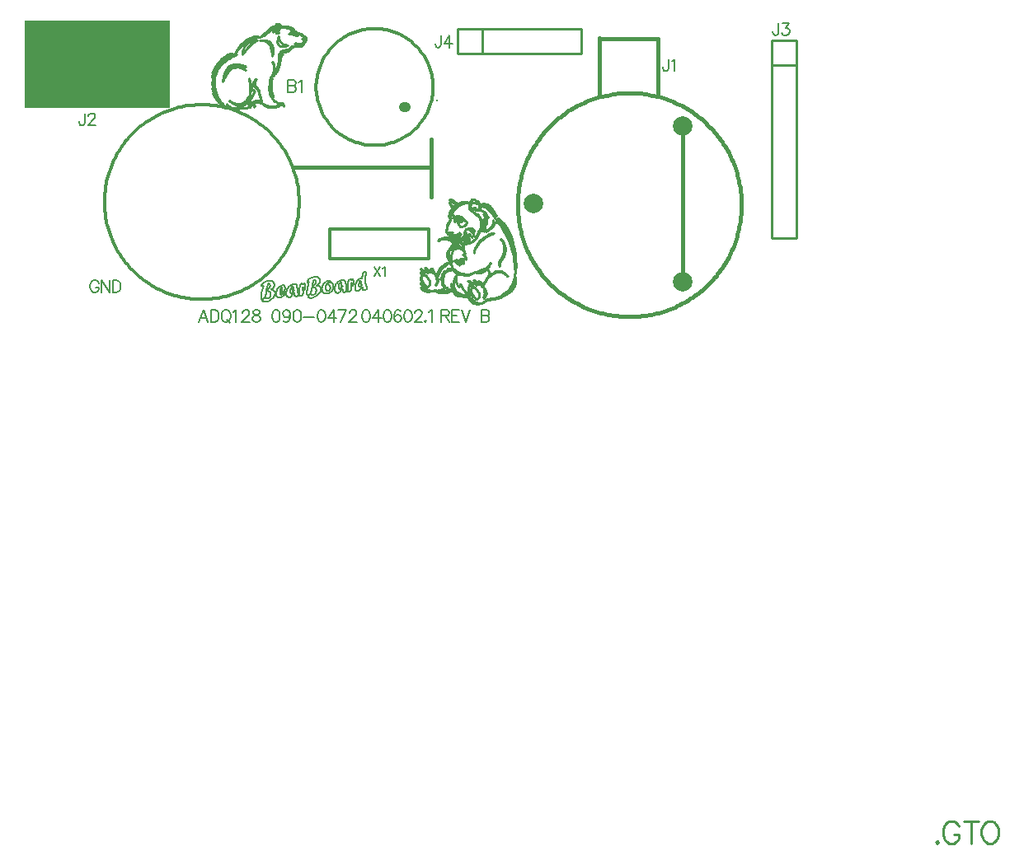
<source format=gto>
%FSLAX23Y23*%
%MOIN*%
G70*
G01*
G75*
%ADD10C,0.010*%
%ADD11C,0.050*%
%ADD12R,0.157X0.079*%
%ADD13R,0.100X0.080*%
%ADD14C,0.012*%
%ADD15C,0.015*%
%ADD16C,0.008*%
%ADD17C,0.006*%
%ADD18C,0.009*%
%ADD19C,0.070*%
%ADD20R,0.070X0.070*%
%ADD21C,0.217*%
%ADD22C,0.217*%
%ADD23C,0.058*%
%ADD24C,0.100*%
%ADD25C,0.118*%
%ADD26R,0.118X0.118*%
%ADD27C,0.040*%
%ADD28R,0.083X0.060*%
%ADD29R,0.060X0.083*%
%ADD30R,0.157X0.079*%
%ADD31R,0.036X0.036*%
%ADD32R,0.036X0.050*%
%ADD33R,0.064X0.054*%
%ADD34R,0.060X0.083*%
%ADD35R,0.031X0.102*%
%ADD36O,0.031X0.102*%
%ADD37R,0.054X0.064*%
%ADD38O,0.031X0.087*%
%ADD39R,0.031X0.087*%
%ADD40R,0.197X0.244*%
%ADD41R,0.060X0.050*%
%ADD42C,0.016*%
%ADD43C,0.079*%
%ADD44C,0.010*%
%ADD45C,0.016*%
%ADD46C,0.039*%
%ADD47C,0.008*%
%ADD48R,0.591X0.354*%
D10*
X9603Y8702D02*
Y8802D01*
X9503Y8702D02*
Y8802D01*
X10003D01*
Y8702D02*
Y8802D01*
X9503Y8702D02*
X10003D01*
X10773Y7957D02*
Y8757D01*
Y7957D02*
X10873D01*
Y8757D01*
X10773D02*
X10873D01*
X10773Y8657D02*
X10873D01*
D14*
X9405Y8567D02*
X9405Y8577D01*
X9404Y8587D01*
X9403Y8597D01*
X9401Y8607D01*
X9399Y8617D01*
X9397Y8626D01*
X9394Y8636D01*
X9391Y8645D01*
X9388Y8655D01*
X9384Y8664D01*
X9379Y8673D01*
X9375Y8682D01*
X9370Y8691D01*
X9364Y8699D01*
X9358Y8707D01*
X9352Y8715D01*
X9346Y8723D01*
X9339Y8730D01*
X9332Y8737D01*
X9325Y8744D01*
X9317Y8751D01*
X9309Y8757D01*
X9301Y8763D01*
X9292Y8768D01*
X9284Y8773D01*
X9275Y8778D01*
X9266Y8782D01*
X9257Y8786D01*
X9247Y8790D01*
X9238Y8793D01*
X9228Y8795D01*
X9218Y8798D01*
X9208Y8800D01*
X9198Y8801D01*
X9189Y8802D01*
X9179Y8803D01*
X9168Y8803D01*
X9158Y8803D01*
X9148Y8802D01*
X9138Y8801D01*
X9129Y8800D01*
X9119Y8798D01*
X9109Y8795D01*
X9099Y8793D01*
X9090Y8790D01*
X9080Y8786D01*
X9071Y8782D01*
X9062Y8778D01*
X9053Y8773D01*
X9045Y8768D01*
X9036Y8763D01*
X9028Y8757D01*
X9020Y8751D01*
X9012Y8744D01*
X9005Y8737D01*
X8998Y8730D01*
X8991Y8723D01*
X8985Y8715D01*
X8979Y8707D01*
X8973Y8699D01*
X8967Y8691D01*
X8962Y8682D01*
X8958Y8673D01*
X8953Y8664D01*
X8949Y8655D01*
X8946Y8645D01*
X8943Y8636D01*
X8940Y8626D01*
X8938Y8617D01*
X8936Y8607D01*
X8934Y8597D01*
X8933Y8587D01*
X8932Y8577D01*
X8932Y8567D01*
X8932Y8557D01*
X8933Y8547D01*
X8934Y8537D01*
X8936Y8527D01*
X8938Y8517D01*
X8940Y8507D01*
X8943Y8498D01*
X8946Y8488D01*
X8949Y8479D01*
X8953Y8470D01*
X8958Y8460D01*
X8962Y8452D01*
X8967Y8443D01*
X8973Y8435D01*
X8979Y8426D01*
X8985Y8418D01*
X8991Y8411D01*
X8998Y8403D01*
X9005Y8396D01*
X9012Y8389D01*
X9020Y8383D01*
X9028Y8377D01*
X9036Y8371D01*
X9045Y8366D01*
X9053Y8361D01*
X9062Y8356D01*
X9071Y8352D01*
X9080Y8348D01*
X9090Y8344D01*
X9099Y8341D01*
X9109Y8338D01*
X9119Y8336D01*
X9129Y8334D01*
X9138Y8332D01*
X9148Y8331D01*
X9158Y8331D01*
X9168Y8331D01*
X9179Y8331D01*
X9189Y8331D01*
X9198Y8332D01*
X9208Y8334D01*
X9218Y8336D01*
X9228Y8338D01*
X9238Y8341D01*
X9247Y8344D01*
X9257Y8348D01*
X9266Y8352D01*
X9275Y8356D01*
X9284Y8361D01*
X9292Y8366D01*
X9301Y8371D01*
X9309Y8377D01*
X9317Y8383D01*
X9325Y8389D01*
X9332Y8396D01*
X9339Y8403D01*
X9346Y8411D01*
X9352Y8418D01*
X9358Y8426D01*
X9364Y8435D01*
X9370Y8443D01*
X9375Y8452D01*
X9379Y8460D01*
X9384Y8470D01*
X9388Y8479D01*
X9391Y8488D01*
X9394Y8498D01*
X9397Y8507D01*
X9399Y8517D01*
X9401Y8527D01*
X9403Y8537D01*
X9404Y8547D01*
X9405Y8557D01*
X9405Y8567D01*
X8863Y8102D02*
X8863Y8112D01*
X8863Y8122D01*
X8862Y8132D01*
X8861Y8142D01*
X8860Y8152D01*
X8859Y8162D01*
X8857Y8172D01*
X8855Y8181D01*
X8853Y8191D01*
X8851Y8201D01*
X8848Y8211D01*
X8845Y8220D01*
X8842Y8230D01*
X8839Y8239D01*
X8835Y8248D01*
X8831Y8258D01*
X8827Y8267D01*
X8823Y8276D01*
X8818Y8285D01*
X8814Y8294D01*
X8809Y8302D01*
X8803Y8311D01*
X8798Y8319D01*
X8792Y8328D01*
X8787Y8336D01*
X8780Y8344D01*
X8774Y8351D01*
X8768Y8359D01*
X8761Y8367D01*
X8754Y8374D01*
X8747Y8381D01*
X8740Y8388D01*
X8733Y8395D01*
X8725Y8401D01*
X8717Y8408D01*
X8710Y8414D01*
X8702Y8420D01*
X8693Y8426D01*
X8685Y8431D01*
X8677Y8437D01*
X8668Y8442D01*
X8659Y8447D01*
X8651Y8452D01*
X8642Y8456D01*
X8633Y8460D01*
X8623Y8464D01*
X8614Y8468D01*
X8605Y8472D01*
X8595Y8475D01*
X8586Y8478D01*
X8576Y8481D01*
X8566Y8483D01*
X8557Y8486D01*
X8547Y8488D01*
X8537Y8490D01*
X8527Y8491D01*
X8517Y8493D01*
X8507Y8494D01*
X8497Y8495D01*
X8487Y8495D01*
X8477Y8495D01*
X8467Y8495D01*
X8457Y8495D01*
X8447Y8495D01*
X8437Y8494D01*
X8427Y8493D01*
X8417Y8492D01*
X8407Y8491D01*
X8398Y8489D01*
X8388Y8487D01*
X8378Y8485D01*
X8368Y8482D01*
X8359Y8479D01*
X8349Y8477D01*
X8340Y8473D01*
X8330Y8470D01*
X8321Y8466D01*
X8312Y8462D01*
X8303Y8458D01*
X8294Y8454D01*
X8285Y8449D01*
X8276Y8444D01*
X8267Y8439D01*
X8259Y8434D01*
X8250Y8429D01*
X8242Y8423D01*
X8234Y8417D01*
X8226Y8411D01*
X8218Y8405D01*
X8211Y8398D01*
X8203Y8391D01*
X8196Y8385D01*
X8189Y8378D01*
X8182Y8370D01*
X8175Y8363D01*
X8169Y8355D01*
X8162Y8348D01*
X8156Y8340D01*
X8150Y8332D01*
X8144Y8323D01*
X8139Y8315D01*
X8134Y8307D01*
X8128Y8298D01*
X8124Y8289D01*
X8119Y8280D01*
X8114Y8271D01*
X8110Y8262D01*
X8106Y8253D01*
X8103Y8244D01*
X8099Y8234D01*
X8096Y8225D01*
X8093Y8215D01*
X8090Y8206D01*
X8088Y8196D01*
X8085Y8186D01*
X8083Y8176D01*
X8081Y8167D01*
X8080Y8157D01*
X8079Y8147D01*
X8078Y8137D01*
X8077Y8127D01*
X8076Y8117D01*
X8076Y8107D01*
X8076Y8097D01*
X8076Y8087D01*
X8077Y8077D01*
X8078Y8067D01*
X8079Y8057D01*
X8080Y8047D01*
X8081Y8037D01*
X8083Y8027D01*
X8085Y8017D01*
X8088Y8008D01*
X8090Y7998D01*
X8093Y7988D01*
X8096Y7979D01*
X8099Y7969D01*
X8103Y7960D01*
X8106Y7951D01*
X8110Y7941D01*
X8114Y7932D01*
X8119Y7923D01*
X8124Y7914D01*
X8128Y7906D01*
X8134Y7897D01*
X8139Y7889D01*
X8144Y7880D01*
X8150Y7872D01*
X8156Y7864D01*
X8162Y7856D01*
X8169Y7848D01*
X8175Y7841D01*
X8182Y7833D01*
X8189Y7826D01*
X8196Y7819D01*
X8203Y7812D01*
X8211Y7805D01*
X8218Y7799D01*
X8226Y7793D01*
X8234Y7787D01*
X8242Y7781D01*
X8250Y7775D01*
X8259Y7769D01*
X8267Y7764D01*
X8276Y7759D01*
X8285Y7754D01*
X8294Y7750D01*
X8303Y7745D01*
X8312Y7741D01*
X8321Y7737D01*
X8330Y7734D01*
X8340Y7730D01*
X8349Y7727D01*
X8359Y7724D01*
X8368Y7721D01*
X8378Y7719D01*
X8388Y7717D01*
X8398Y7715D01*
X8407Y7713D01*
X8417Y7712D01*
X8427Y7710D01*
X8437Y7709D01*
X8447Y7709D01*
X8457Y7708D01*
X8467Y7708D01*
X8477Y7708D01*
X8487Y7708D01*
X8497Y7709D01*
X8507Y7710D01*
X8517Y7711D01*
X8527Y7712D01*
X8537Y7714D01*
X8547Y7716D01*
X8557Y7718D01*
X8566Y7720D01*
X8576Y7723D01*
X8586Y7726D01*
X8595Y7729D01*
X8605Y7732D01*
X8614Y7735D01*
X8623Y7739D01*
X8633Y7743D01*
X8642Y7748D01*
X8651Y7752D01*
X8659Y7757D01*
X8668Y7762D01*
X8677Y7767D01*
X8685Y7772D01*
X8693Y7778D01*
X8702Y7784D01*
X8710Y7790D01*
X8717Y7796D01*
X8725Y7802D01*
X8733Y7809D01*
X8740Y7816D01*
X8747Y7823D01*
X8754Y7830D01*
X8761Y7837D01*
X8768Y7845D01*
X8774Y7852D01*
X8780Y7860D01*
X8787Y7868D01*
X8792Y7876D01*
X8798Y7884D01*
X8803Y7893D01*
X8809Y7901D01*
X8814Y7910D01*
X8818Y7919D01*
X8823Y7928D01*
X8827Y7937D01*
X8831Y7946D01*
X8835Y7955D01*
X8839Y7965D01*
X8842Y7974D01*
X8845Y7983D01*
X8848Y7993D01*
X8851Y8003D01*
X8853Y8012D01*
X8855Y8022D01*
X8857Y8032D01*
X8859Y8042D01*
X8860Y8052D01*
X8861Y8062D01*
X8862Y8072D01*
X8863Y8082D01*
X8863Y8092D01*
X8863Y8102D01*
X8988Y7872D02*
X9388D01*
X8988D02*
Y7992D01*
X9388D01*
Y7872D02*
Y7992D01*
D16*
X8818Y8595D02*
Y8547D01*
Y8595D02*
X8839D01*
X8846Y8593D01*
X8848Y8590D01*
X8850Y8586D01*
Y8581D01*
X8848Y8577D01*
X8846Y8574D01*
X8839Y8572D01*
X8818D02*
X8839D01*
X8846Y8570D01*
X8848Y8567D01*
X8850Y8563D01*
Y8556D01*
X8848Y8551D01*
X8846Y8549D01*
X8839Y8547D01*
X8818D01*
X8861Y8586D02*
X8866Y8588D01*
X8873Y8595D01*
Y8547D01*
X9436Y8775D02*
Y8738D01*
X9434Y8731D01*
X9432Y8729D01*
X9427Y8727D01*
X9423D01*
X9418Y8729D01*
X9416Y8731D01*
X9413Y8738D01*
Y8743D01*
X9472Y8775D02*
X9449Y8743D01*
X9483D01*
X9472Y8775D02*
Y8727D01*
X7996Y8460D02*
Y8423D01*
X7994Y8416D01*
X7992Y8414D01*
X7987Y8412D01*
X7983D01*
X7978Y8414D01*
X7976Y8416D01*
X7973Y8423D01*
Y8428D01*
X8011Y8448D02*
Y8451D01*
X8013Y8455D01*
X8016Y8458D01*
X8020Y8460D01*
X8029D01*
X8034Y8458D01*
X8036Y8455D01*
X8038Y8451D01*
Y8446D01*
X8036Y8442D01*
X8032Y8435D01*
X8009Y8412D01*
X8041D01*
X10801Y8825D02*
Y8788D01*
X10799Y8781D01*
X10797Y8779D01*
X10792Y8777D01*
X10788D01*
X10783Y8779D01*
X10781Y8781D01*
X10778Y8788D01*
Y8793D01*
X10818Y8825D02*
X10843D01*
X10830Y8807D01*
X10837D01*
X10841Y8804D01*
X10843Y8802D01*
X10846Y8795D01*
Y8791D01*
X10843Y8784D01*
X10839Y8779D01*
X10832Y8777D01*
X10825D01*
X10818Y8779D01*
X10816Y8781D01*
X10814Y8786D01*
X10356Y8680D02*
Y8643D01*
X10354Y8636D01*
X10352Y8634D01*
X10347Y8632D01*
X10343D01*
X10338Y8634D01*
X10336Y8636D01*
X10333Y8643D01*
Y8648D01*
X10369Y8671D02*
X10373Y8673D01*
X10380Y8680D01*
Y8632D01*
X8053Y7773D02*
X8050Y7778D01*
X8046Y7783D01*
X8041Y7785D01*
X8032D01*
X8028Y7783D01*
X8023Y7778D01*
X8021Y7773D01*
X8018Y7767D01*
Y7755D01*
X8021Y7748D01*
X8023Y7744D01*
X8028Y7739D01*
X8032Y7737D01*
X8041D01*
X8046Y7739D01*
X8050Y7744D01*
X8053Y7748D01*
Y7755D01*
X8041D02*
X8053D01*
X8064Y7785D02*
Y7737D01*
Y7785D02*
X8096Y7737D01*
Y7785D02*
Y7737D01*
X8109Y7785D02*
Y7737D01*
Y7785D02*
X8125D01*
X8132Y7783D01*
X8136Y7778D01*
X8139Y7773D01*
X8141Y7767D01*
Y7755D01*
X8139Y7748D01*
X8136Y7744D01*
X8132Y7739D01*
X8125Y7737D01*
X8109D01*
X8495Y7617D02*
X8477Y7665D01*
X8458Y7617D01*
X8465Y7633D02*
X8488D01*
X8506Y7665D02*
Y7617D01*
Y7665D02*
X8522D01*
X8529Y7663D01*
X8534Y7658D01*
X8536Y7653D01*
X8538Y7647D01*
Y7635D01*
X8536Y7628D01*
X8534Y7624D01*
X8529Y7619D01*
X8522Y7617D01*
X8506D01*
X8563Y7665D02*
X8558Y7663D01*
X8554Y7658D01*
X8551Y7653D01*
X8549Y7647D01*
Y7635D01*
X8551Y7628D01*
X8554Y7624D01*
X8558Y7619D01*
X8563Y7617D01*
X8572D01*
X8576Y7619D01*
X8581Y7624D01*
X8583Y7628D01*
X8586Y7635D01*
Y7647D01*
X8583Y7653D01*
X8581Y7658D01*
X8576Y7663D01*
X8572Y7665D01*
X8563D01*
X8570Y7626D02*
X8583Y7612D01*
X8597Y7656D02*
X8601Y7658D01*
X8608Y7665D01*
Y7617D01*
X8634Y7653D02*
Y7656D01*
X8637Y7660D01*
X8639Y7663D01*
X8643Y7665D01*
X8653D01*
X8657Y7663D01*
X8659Y7660D01*
X8662Y7656D01*
Y7651D01*
X8659Y7647D01*
X8655Y7640D01*
X8632Y7617D01*
X8664D01*
X8686Y7665D02*
X8679Y7663D01*
X8677Y7658D01*
Y7653D01*
X8679Y7649D01*
X8684Y7647D01*
X8693Y7644D01*
X8700Y7642D01*
X8704Y7637D01*
X8707Y7633D01*
Y7626D01*
X8704Y7621D01*
X8702Y7619D01*
X8695Y7617D01*
X8686D01*
X8679Y7619D01*
X8677Y7621D01*
X8675Y7626D01*
Y7633D01*
X8677Y7637D01*
X8682Y7642D01*
X8688Y7644D01*
X8698Y7647D01*
X8702Y7649D01*
X8704Y7653D01*
Y7658D01*
X8702Y7663D01*
X8695Y7665D01*
X8686D01*
X8767D02*
X8760Y7663D01*
X8756Y7656D01*
X8753Y7644D01*
Y7637D01*
X8756Y7626D01*
X8760Y7619D01*
X8767Y7617D01*
X8772D01*
X8779Y7619D01*
X8783Y7626D01*
X8785Y7637D01*
Y7644D01*
X8783Y7656D01*
X8779Y7663D01*
X8772Y7665D01*
X8767D01*
X8826Y7649D02*
X8824Y7642D01*
X8819Y7637D01*
X8812Y7635D01*
X8810D01*
X8803Y7637D01*
X8799Y7642D01*
X8796Y7649D01*
Y7651D01*
X8799Y7658D01*
X8803Y7663D01*
X8810Y7665D01*
X8812D01*
X8819Y7663D01*
X8824Y7658D01*
X8826Y7649D01*
Y7637D01*
X8824Y7626D01*
X8819Y7619D01*
X8812Y7617D01*
X8808D01*
X8801Y7619D01*
X8799Y7624D01*
X8853Y7665D02*
X8846Y7663D01*
X8841Y7656D01*
X8839Y7644D01*
Y7637D01*
X8841Y7626D01*
X8846Y7619D01*
X8853Y7617D01*
X8857D01*
X8864Y7619D01*
X8869Y7626D01*
X8871Y7637D01*
Y7644D01*
X8869Y7656D01*
X8864Y7663D01*
X8857Y7665D01*
X8853D01*
X8882Y7637D02*
X8923D01*
X8951Y7665D02*
X8944Y7663D01*
X8939Y7656D01*
X8937Y7644D01*
Y7637D01*
X8939Y7626D01*
X8944Y7619D01*
X8951Y7617D01*
X8955D01*
X8962Y7619D01*
X8967Y7626D01*
X8969Y7637D01*
Y7644D01*
X8967Y7656D01*
X8962Y7663D01*
X8955Y7665D01*
X8951D01*
X9003D02*
X8980Y7633D01*
X9014D01*
X9003Y7665D02*
Y7617D01*
X9054Y7665D02*
X9032Y7617D01*
X9022Y7665D02*
X9054D01*
X9067Y7653D02*
Y7656D01*
X9070Y7660D01*
X9072Y7663D01*
X9077Y7665D01*
X9086D01*
X9090Y7663D01*
X9093Y7660D01*
X9095Y7656D01*
Y7651D01*
X9093Y7647D01*
X9088Y7640D01*
X9065Y7617D01*
X9097D01*
X9132Y7665D02*
X9125Y7663D01*
X9121Y7656D01*
X9118Y7644D01*
Y7637D01*
X9121Y7626D01*
X9125Y7619D01*
X9132Y7617D01*
X9137D01*
X9144Y7619D01*
X9148Y7626D01*
X9150Y7637D01*
Y7644D01*
X9148Y7656D01*
X9144Y7663D01*
X9137Y7665D01*
X9132D01*
X9184D02*
X9161Y7633D01*
X9196D01*
X9184Y7665D02*
Y7617D01*
X9218Y7665D02*
X9211Y7663D01*
X9206Y7656D01*
X9204Y7644D01*
Y7637D01*
X9206Y7626D01*
X9211Y7619D01*
X9218Y7617D01*
X9222D01*
X9229Y7619D01*
X9234Y7626D01*
X9236Y7637D01*
Y7644D01*
X9234Y7656D01*
X9229Y7663D01*
X9222Y7665D01*
X9218D01*
X9274Y7658D02*
X9272Y7663D01*
X9265Y7665D01*
X9260D01*
X9254Y7663D01*
X9249Y7656D01*
X9247Y7644D01*
Y7633D01*
X9249Y7624D01*
X9254Y7619D01*
X9260Y7617D01*
X9263D01*
X9270Y7619D01*
X9274Y7624D01*
X9276Y7631D01*
Y7633D01*
X9274Y7640D01*
X9270Y7644D01*
X9263Y7647D01*
X9260D01*
X9254Y7644D01*
X9249Y7640D01*
X9247Y7633D01*
X9301Y7665D02*
X9294Y7663D01*
X9289Y7656D01*
X9287Y7644D01*
Y7637D01*
X9289Y7626D01*
X9294Y7619D01*
X9301Y7617D01*
X9305D01*
X9312Y7619D01*
X9317Y7626D01*
X9319Y7637D01*
Y7644D01*
X9317Y7656D01*
X9312Y7663D01*
X9305Y7665D01*
X9301D01*
X9332Y7653D02*
Y7656D01*
X9334Y7660D01*
X9337Y7663D01*
X9341Y7665D01*
X9350D01*
X9355Y7663D01*
X9357Y7660D01*
X9359Y7656D01*
Y7651D01*
X9357Y7647D01*
X9353Y7640D01*
X9330Y7617D01*
X9362D01*
X9375Y7621D02*
X9372Y7619D01*
X9375Y7617D01*
X9377Y7619D01*
X9375Y7621D01*
X9387Y7656D02*
X9392Y7658D01*
X9399Y7665D01*
Y7617D01*
X9438Y7665D02*
Y7617D01*
Y7665D02*
X9459D01*
X9466Y7663D01*
X9468Y7660D01*
X9470Y7656D01*
Y7651D01*
X9468Y7647D01*
X9466Y7644D01*
X9459Y7642D01*
X9438D01*
X9454D02*
X9470Y7617D01*
X9511Y7665D02*
X9481D01*
Y7617D01*
X9511D01*
X9481Y7642D02*
X9500D01*
X9519Y7665D02*
X9537Y7617D01*
X9555Y7665D02*
X9537Y7617D01*
X9599Y7665D02*
Y7617D01*
Y7665D02*
X9620D01*
X9627Y7663D01*
X9629Y7660D01*
X9631Y7656D01*
Y7651D01*
X9629Y7647D01*
X9627Y7644D01*
X9620Y7642D01*
X9599D02*
X9620D01*
X9627Y7640D01*
X9629Y7637D01*
X9631Y7633D01*
Y7626D01*
X9629Y7621D01*
X9627Y7619D01*
X9620Y7617D01*
X9599D01*
D17*
X9168Y7840D02*
X9192Y7804D01*
Y7840D02*
X9168Y7804D01*
X9201Y7833D02*
X9204Y7835D01*
X9209Y7840D01*
Y7804D01*
D18*
X11443Y5515D02*
X11438Y5511D01*
X11443Y5507D01*
X11447Y5511D01*
X11443Y5515D01*
X11531Y5575D02*
X11527Y5584D01*
X11518Y5593D01*
X11510Y5597D01*
X11492D01*
X11484Y5593D01*
X11475Y5584D01*
X11471Y5575D01*
X11467Y5563D01*
Y5541D01*
X11471Y5528D01*
X11475Y5520D01*
X11484Y5511D01*
X11492Y5507D01*
X11510D01*
X11518Y5511D01*
X11527Y5520D01*
X11531Y5528D01*
Y5541D01*
X11510D02*
X11531D01*
X11582Y5597D02*
Y5507D01*
X11552Y5597D02*
X11612D01*
X11648D02*
X11639Y5593D01*
X11631Y5584D01*
X11627Y5575D01*
X11622Y5563D01*
Y5541D01*
X11627Y5528D01*
X11631Y5520D01*
X11639Y5511D01*
X11648Y5507D01*
X11665D01*
X11674Y5511D01*
X11682Y5520D01*
X11687Y5528D01*
X11691Y5541D01*
Y5563D01*
X11687Y5575D01*
X11682Y5584D01*
X11674Y5593D01*
X11665Y5597D01*
X11648D01*
D42*
X10651Y8091D02*
X10651Y8101D01*
X10651Y8111D01*
X10650Y8121D01*
X10649Y8131D01*
X10648Y8141D01*
X10647Y8151D01*
X10646Y8161D01*
X10644Y8170D01*
X10642Y8180D01*
X10640Y8190D01*
X10638Y8200D01*
X10635Y8209D01*
X10633Y8219D01*
X10630Y8229D01*
X10627Y8238D01*
X10623Y8248D01*
X10620Y8257D01*
X10616Y8266D01*
X10612Y8275D01*
X10608Y8285D01*
X10603Y8294D01*
X10599Y8302D01*
X10594Y8311D01*
X10589Y8320D01*
X10584Y8329D01*
X10578Y8337D01*
X10573Y8345D01*
X10567Y8354D01*
X10561Y8362D01*
X10555Y8370D01*
X10549Y8377D01*
X10542Y8385D01*
X10536Y8393D01*
X10529Y8400D01*
X10522Y8407D01*
X10515Y8414D01*
X10508Y8421D01*
X10500Y8428D01*
X10493Y8435D01*
X10485Y8441D01*
X10477Y8447D01*
X10469Y8453D01*
X10461Y8459D01*
X10453Y8465D01*
X10445Y8471D01*
X10436Y8476D01*
X10428Y8481D01*
X10419Y8486D01*
X10410Y8491D01*
X10401Y8495D01*
X10392Y8500D01*
X10383Y8504D01*
X10374Y8508D01*
X10365Y8512D01*
X10355Y8515D01*
X10346Y8519D01*
X10336Y8522D01*
X10327Y8525D01*
X10317Y8528D01*
X10308Y8530D01*
X10298Y8532D01*
X10288Y8534D01*
X10278Y8536D01*
X10268Y8538D01*
X10258Y8539D01*
X10248Y8541D01*
X10239Y8542D01*
X10229Y8542D01*
X10219Y8543D01*
X10209Y8543D01*
X10198Y8543D01*
X10188Y8543D01*
X10178Y8543D01*
X10168Y8542D01*
X10158Y8542D01*
X10149Y8541D01*
X10139Y8539D01*
X10129Y8538D01*
X10119Y8536D01*
X10109Y8534D01*
X10099Y8532D01*
X10089Y8530D01*
X10080Y8528D01*
X10070Y8525D01*
X10060Y8522D01*
X10051Y8519D01*
X10042Y8515D01*
X10032Y8512D01*
X10023Y8508D01*
X10014Y8504D01*
X10005Y8500D01*
X9996Y8495D01*
X9987Y8491D01*
X9978Y8486D01*
X9969Y8481D01*
X9961Y8476D01*
X9952Y8471D01*
X9944Y8465D01*
X9936Y8459D01*
X9928Y8453D01*
X9920Y8447D01*
X9912Y8441D01*
X9904Y8435D01*
X9897Y8428D01*
X9889Y8421D01*
X9882Y8414D01*
X9875Y8407D01*
X9868Y8400D01*
X9861Y8393D01*
X9855Y8385D01*
X9848Y8377D01*
X9842Y8370D01*
X9836Y8362D01*
X9830Y8354D01*
X9824Y8345D01*
X9819Y8337D01*
X9813Y8329D01*
X9808Y8320D01*
X9803Y8311D01*
X9798Y8302D01*
X9794Y8294D01*
X9789Y8285D01*
X9785Y8275D01*
X9781Y8266D01*
X9777Y8257D01*
X9774Y8248D01*
X9770Y8238D01*
X9767Y8229D01*
X9764Y8219D01*
X9762Y8209D01*
X9759Y8200D01*
X9757Y8190D01*
X9755Y8180D01*
X9753Y8170D01*
X9751Y8161D01*
X9750Y8151D01*
X9749Y8141D01*
X9748Y8131D01*
X9747Y8121D01*
X9746Y8111D01*
X9746Y8101D01*
X9746Y8091D01*
X9746Y8081D01*
X9746Y8071D01*
X9747Y8061D01*
X9748Y8051D01*
X9749Y8041D01*
X9750Y8031D01*
X9751Y8021D01*
X9753Y8011D01*
X9755Y8001D01*
X9757Y7991D01*
X9759Y7982D01*
X9762Y7972D01*
X9764Y7962D01*
X9767Y7953D01*
X9770Y7943D01*
X9774Y7934D01*
X9777Y7924D01*
X9781Y7915D01*
X9785Y7906D01*
X9789Y7897D01*
X9794Y7888D01*
X9798Y7879D01*
X9803Y7870D01*
X9808Y7861D01*
X9813Y7853D01*
X9819Y7844D01*
X9824Y7836D01*
X9830Y7828D01*
X9836Y7820D01*
X9842Y7812D01*
X9848Y7804D01*
X9855Y7796D01*
X9861Y7789D01*
X9868Y7781D01*
X9875Y7774D01*
X9882Y7767D01*
X9889Y7760D01*
X9897Y7753D01*
X9904Y7747D01*
X9912Y7740D01*
X9920Y7734D01*
X9928Y7728D01*
X9936Y7722D01*
X9944Y7716D01*
X9952Y7711D01*
X9961Y7705D01*
X9969Y7700D01*
X9978Y7695D01*
X9987Y7691D01*
X9996Y7686D01*
X10005Y7682D01*
X10014Y7677D01*
X10023Y7673D01*
X10032Y7670D01*
X10042Y7666D01*
X10051Y7663D01*
X10060Y7659D01*
X10070Y7657D01*
X10080Y7654D01*
X10089Y7651D01*
X10099Y7649D01*
X10109Y7647D01*
X10119Y7645D01*
X10129Y7643D01*
X10139Y7642D01*
X10149Y7641D01*
X10158Y7640D01*
X10168Y7639D01*
X10178Y7638D01*
X10188Y7638D01*
X10198Y7638D01*
X10209Y7638D01*
X10219Y7638D01*
X10229Y7639D01*
X10239Y7640D01*
X10248Y7641D01*
X10258Y7642D01*
X10268Y7643D01*
X10278Y7645D01*
X10288Y7647D01*
X10298Y7649D01*
X10308Y7651D01*
X10317Y7654D01*
X10327Y7657D01*
X10337Y7659D01*
X10346Y7663D01*
X10355Y7666D01*
X10365Y7670D01*
X10374Y7673D01*
X10383Y7677D01*
X10392Y7682D01*
X10401Y7686D01*
X10410Y7691D01*
X10419Y7695D01*
X10428Y7700D01*
X10436Y7705D01*
X10445Y7711D01*
X10453Y7716D01*
X10461Y7722D01*
X10469Y7728D01*
X10477Y7734D01*
X10485Y7740D01*
X10493Y7747D01*
X10500Y7753D01*
X10508Y7760D01*
X10515Y7767D01*
X10522Y7774D01*
X10529Y7781D01*
X10536Y7789D01*
X10542Y7796D01*
X10549Y7804D01*
X10555Y7812D01*
X10561Y7820D01*
X10567Y7828D01*
X10573Y7836D01*
X10578Y7844D01*
X10584Y7853D01*
X10589Y7861D01*
X10594Y7870D01*
X10599Y7879D01*
X10603Y7888D01*
X10608Y7897D01*
X10612Y7906D01*
X10616Y7915D01*
X10620Y7924D01*
X10623Y7934D01*
X10627Y7943D01*
X10630Y7953D01*
X10633Y7962D01*
X10635Y7972D01*
X10638Y7982D01*
X10640Y7991D01*
X10642Y8001D01*
X10644Y8011D01*
X10646Y8021D01*
X10647Y8031D01*
X10648Y8041D01*
X10649Y8051D01*
X10650Y8061D01*
X10651Y8071D01*
X10651Y8081D01*
X10651Y8091D01*
X10076Y8530D02*
Y8766D01*
Y8764D02*
X10313D01*
Y8528D02*
Y8764D01*
D43*
X9809Y8097D02*
D03*
X10413Y7778D02*
D03*
Y8410D02*
D03*
D44*
X9546Y8099D02*
X9547D01*
X9544Y8099D02*
X9546Y8099D01*
X9541Y8099D02*
X9544Y8099D01*
X9537Y8099D02*
X9541D01*
X9532D02*
X9537D01*
X9526Y8099D02*
X9532Y8099D01*
X9520Y8098D02*
X9526Y8099D01*
X9514Y8096D02*
X9520Y8098D01*
X9507Y8094D02*
X9514Y8096D01*
X9500Y8090D02*
X9507Y8094D01*
X9494Y8086D02*
X9500Y8090D01*
X9487Y8080D02*
X9494Y8086D01*
X9482Y8074D02*
X9487Y8080D01*
X9476Y8065D02*
X9482Y8074D01*
X9472Y8055D02*
X9476Y8065D01*
X9469Y8044D02*
X9472Y8055D01*
X9469Y8044D02*
X9469Y8043D01*
X9470Y8042D01*
X9472Y8041D01*
X9474Y8039D01*
X9475Y8036D01*
Y8032D02*
Y8036D01*
X9474Y8028D02*
X9475Y8032D01*
X9471Y8023D02*
X9474Y8028D01*
X9471Y8022D02*
X9471Y8023D01*
X9470Y8021D02*
X9471Y8022D01*
X9469Y8019D02*
X9470Y8021D01*
X9467Y8016D02*
X9469Y8019D01*
X9465Y8013D02*
X9467Y8016D01*
X9464Y8009D02*
X9465Y8013D01*
X9463Y8005D02*
X9464Y8009D01*
X9462Y8001D02*
X9463Y8005D01*
X9460Y7992D02*
X9462Y8001D01*
X9460Y7991D02*
X9460Y7992D01*
X9459Y7990D02*
X9460Y7991D01*
X9458Y7988D02*
X9459Y7990D01*
X9457Y7986D02*
X9458Y7988D01*
X9457Y7986D02*
X9458Y7982D01*
X9459Y7979D01*
X9462Y7976D01*
X9467Y7972D01*
X9467Y7972D01*
X9468Y7970D01*
X9469Y7968D01*
X9471Y7965D01*
X9474Y7962D01*
X9478Y7960D01*
X9483Y7957D01*
X9490Y7956D01*
X9482Y7955D02*
X9490Y7956D01*
X9482Y7955D02*
X9483Y7954D01*
X9485Y7953D01*
X9488Y7951D01*
X9492Y7949D01*
X9497Y7948D01*
X9502Y7948D01*
X9508Y7950D01*
X9515Y7955D01*
X9515Y7954D02*
X9515Y7955D01*
X9513Y7952D02*
X9515Y7954D01*
X9512Y7948D02*
X9513Y7952D01*
X9510Y7944D02*
X9512Y7948D01*
X9507Y7939D02*
X9510Y7944D01*
X9504Y7935D02*
X9507Y7939D01*
X9501Y7931D02*
X9504Y7935D01*
X9498Y7928D02*
X9501Y7931D01*
X9496Y7926D02*
X9498Y7928D01*
X9493Y7922D02*
X9496Y7926D01*
X9489Y7915D02*
X9493Y7922D01*
X9485Y7907D02*
X9489Y7915D01*
X9481Y7897D02*
X9485Y7907D01*
X9478Y7885D02*
X9481Y7897D01*
X9478Y7872D02*
X9478Y7885D01*
X9478Y7872D02*
X9481Y7859D01*
X9480D02*
X9481D01*
X9479Y7859D02*
X9480Y7859D01*
X9477Y7858D02*
X9479Y7859D01*
X9474Y7857D02*
X9477Y7858D01*
X9470Y7856D02*
X9474Y7857D01*
X9467Y7855D02*
X9470Y7856D01*
X9462Y7852D02*
X9467Y7855D01*
X9458Y7850D02*
X9462Y7852D01*
X9454Y7847D02*
X9458Y7850D01*
X9449Y7844D02*
X9454Y7847D01*
X9444Y7840D02*
X9449Y7844D01*
X9440Y7836D02*
X9444Y7840D01*
X9436Y7831D02*
X9440Y7836D01*
X9433Y7826D02*
X9436Y7831D01*
X9430Y7819D02*
X9433Y7826D01*
X9427Y7813D02*
X9430Y7819D01*
X9423Y7801D02*
X9427Y7813D01*
X9422Y7802D02*
X9423Y7801D01*
X9419Y7804D02*
X9422Y7802D01*
X9415Y7807D02*
X9419Y7804D01*
X9410Y7811D02*
X9415Y7807D01*
X9405Y7815D02*
X9410Y7811D01*
X9399Y7818D02*
X9405Y7815D01*
X9392Y7820D02*
X9399Y7818D01*
X9387Y7820D02*
X9392Y7820D01*
X9386Y7820D02*
X9387D01*
X9385Y7820D02*
X9386Y7820D01*
X9383Y7821D02*
X9385Y7820D01*
X9381Y7821D02*
X9383D01*
X9378D02*
X9381D01*
X9374Y7820D02*
X9378Y7821D01*
X9371Y7820D02*
X9374Y7820D01*
X9367Y7819D02*
X9371Y7820D01*
X9364Y7818D02*
X9367Y7819D01*
X9361Y7816D02*
X9364Y7818D01*
X9358Y7814D02*
X9361Y7816D01*
X9355Y7811D02*
X9358Y7814D01*
X9355Y7771D02*
X9357Y7767D01*
X9359Y7762D01*
X9363Y7758D01*
X9367Y7755D01*
X9372Y7751D01*
X9378Y7748D01*
X9386Y7746D01*
X9394Y7744D01*
X9395D01*
X9396Y7744D01*
X9399Y7743D01*
X9403Y7743D01*
X9407Y7742D01*
X9412Y7742D01*
X9418Y7741D01*
X9424D01*
X9430D01*
X9437Y7742D01*
X9444Y7742D01*
X9452Y7743D01*
X9459Y7745D01*
X9466Y7747D01*
X9473Y7749D01*
X9479Y7753D01*
X9480Y7752D01*
X9480Y7751D01*
X9481Y7749D01*
X9483Y7746D01*
X9485Y7744D01*
X9487Y7740D01*
X9490Y7737D01*
X9494Y7734D01*
X9498Y7731D01*
X9503Y7728D01*
X9508Y7725D01*
X9514Y7723D01*
X9521Y7721D01*
X9528Y7720D01*
X9536Y7720D01*
X9545Y7721D01*
X9545Y7720D01*
X9546Y7718D01*
X9548Y7716D01*
X9550Y7713D01*
X9553Y7709D01*
X9556Y7706D01*
X9561Y7702D01*
X9565Y7699D01*
X9571Y7696D01*
X9577Y7694D01*
X9584Y7693D01*
X9591D01*
X9600Y7694D01*
X9608Y7697D01*
X9618Y7702D01*
X9628Y7710D01*
X9629D01*
X9632Y7710D01*
X9637Y7711D01*
X9644Y7712D01*
X9652Y7714D01*
X9661Y7716D01*
X9670Y7720D01*
X9680Y7724D01*
X9690Y7731D01*
X9700Y7738D01*
X9709Y7747D01*
X9717Y7758D01*
X9724Y7770D01*
X9730Y7785D01*
X9734Y7802D01*
X9736Y7821D01*
Y7823D01*
Y7827D01*
X9735Y7833D02*
X9736Y7827D01*
X9734Y7842D02*
X9735Y7833D01*
X9733Y7853D02*
X9734Y7842D01*
X9732Y7866D02*
X9733Y7853D01*
X9729Y7880D02*
X9732Y7866D01*
X9726Y7895D02*
X9729Y7880D01*
X9722Y7912D02*
X9726Y7895D01*
X9716Y7929D02*
X9722Y7912D01*
X9710Y7947D02*
X9716Y7929D01*
X9702Y7965D02*
X9710Y7947D01*
X9692Y7984D02*
X9702Y7965D01*
X9681Y8002D02*
X9692Y7984D01*
X9668Y8020D02*
X9681Y8002D01*
X9654Y8038D02*
X9668Y8020D01*
X9653Y8038D02*
X9654Y8038D01*
X9652Y8041D02*
X9653Y8038D01*
X9650Y8044D02*
X9652Y8041D01*
X9647Y8049D02*
X9650Y8044D01*
X9644Y8054D02*
X9647Y8049D01*
X9639Y8060D02*
X9644Y8054D01*
X9634Y8066D02*
X9639Y8060D01*
X9627Y8073D02*
X9634Y8066D01*
X9620Y8079D02*
X9627Y8073D01*
X9612Y8084D02*
X9620Y8079D01*
X9603Y8090D02*
X9612Y8084D01*
X9594Y8094D02*
X9603Y8090D01*
X9583Y8097D02*
X9594Y8094D01*
X9572Y8099D02*
X9583Y8097D01*
X9560Y8100D02*
X9572Y8099D01*
X9547Y8099D02*
X9560Y8100D01*
X9556Y7940D02*
X9563Y7944D01*
X9570Y7949D01*
X9576Y7954D01*
X9581Y7960D01*
X9585Y7966D01*
X9588Y7972D01*
X9591Y7978D01*
X9593Y7984D01*
X9595Y7990D01*
X9596Y7995D01*
X9597Y8001D01*
X9597Y8005D01*
X9597Y8008D01*
Y8011D01*
Y8013D01*
Y8014D01*
X9598Y8013D01*
X9600Y8013D01*
X9604Y8011D01*
X9607Y8009D01*
X9610Y8005D01*
X9613Y8000D01*
X9613Y7993D01*
X9611Y7984D02*
X9613Y7993D01*
X9611Y7984D02*
X9612Y7985D01*
X9613Y7985D01*
X9615Y7986D01*
X9618Y7987D01*
X9622Y7989D01*
X9625Y7990D01*
X9629Y7993D01*
X9633Y7995D01*
X9637Y7997D01*
X9641Y8000D01*
X9644Y8002D01*
X9648Y8005D01*
X9650Y8008D01*
X9652Y8011D01*
X9653Y8015D01*
Y8018D01*
X9654D01*
X9656D01*
X9659Y8018D01*
X9662Y8019D01*
X9665Y8020D01*
X9668Y8022D01*
X9669Y8025D01*
X9668Y8029D02*
X9669Y8025D01*
X9668Y8029D02*
X9670Y8027D01*
X9673Y8023D01*
X9678Y8016D01*
X9684Y8007D01*
X9691Y7995D01*
X9699Y7981D01*
X9707Y7965D01*
X9715Y7948D01*
X9722Y7930D01*
X9729Y7910D01*
X9734Y7889D01*
X9737Y7868D01*
X9739Y7845D01*
X9737Y7823D02*
X9739Y7845D01*
X9734Y7800D02*
X9737Y7823D01*
X9727Y7777D02*
X9734Y7800D01*
X9726Y7776D02*
X9727Y7777D01*
X9725Y7774D02*
X9726Y7776D01*
X9724Y7770D02*
X9725Y7774D01*
X9722Y7765D02*
X9724Y7770D01*
X9719Y7760D02*
X9722Y7765D01*
X9716Y7754D02*
X9719Y7760D01*
X9711Y7747D02*
X9716Y7754D01*
X9706Y7741D02*
X9711Y7747D01*
X9700Y7734D02*
X9706Y7741D01*
X9693Y7728D02*
X9700Y7734D01*
X9685Y7722D02*
X9693Y7728D01*
X9676Y7717D02*
X9685Y7722D01*
X9665Y7713D02*
X9676Y7717D01*
X9654Y7710D02*
X9665Y7713D01*
X9642Y7709D02*
X9654Y7710D01*
X9628Y7710D02*
X9642Y7709D01*
X9627D02*
X9628Y7710D01*
X9625Y7708D02*
X9627Y7709D01*
X9622Y7705D02*
X9625Y7708D01*
X9617Y7702D02*
X9622Y7705D01*
X9612Y7699D02*
X9617Y7702D01*
X9606Y7696D02*
X9612Y7699D01*
X9600Y7694D02*
X9606Y7696D01*
X9593Y7691D02*
X9600Y7694D01*
X9586Y7690D02*
X9593Y7691D01*
X9580Y7690D02*
X9586Y7690D01*
X9573Y7691D02*
X9580Y7690D01*
X9567Y7694D02*
X9573Y7691D01*
X9561Y7698D02*
X9567Y7694D01*
X9556Y7705D02*
X9561Y7698D01*
X9552Y7714D02*
X9556Y7705D01*
X9549Y7725D02*
X9552Y7714D01*
X9548Y7727D02*
X9549Y7725D01*
X9547Y7732D02*
X9548Y7727D01*
X9546Y7739D02*
X9547Y7732D01*
X9546Y7747D02*
X9546Y7739D01*
X9546Y7747D02*
X9547Y7755D01*
X9549Y7762D01*
X9553Y7767D01*
X9560Y7768D01*
X9561Y7769D01*
X9563Y7770D01*
X9566Y7772D01*
X9570Y7774D01*
X9575Y7775D01*
X9579Y7775D01*
X9584Y7774D01*
X9587Y7771D01*
X9588Y7771D01*
X9591Y7770D01*
X9594Y7769D01*
X9598Y7769D01*
X9603D01*
X9607Y7770D01*
X9612Y7772D01*
X9615Y7777D01*
X9622Y7791D01*
X9627Y7802D01*
X9630Y7811D01*
X9631Y7818D01*
X9629Y7824D02*
X9631Y7818D01*
X9627Y7827D02*
X9629Y7824D01*
X9624Y7830D02*
X9627Y7827D01*
X9619Y7831D02*
X9624Y7830D01*
X9615Y7831D02*
X9619Y7831D01*
X9609Y7831D02*
X9615Y7831D01*
X9604Y7830D02*
X9609Y7831D01*
X9600Y7828D02*
X9604Y7830D01*
X9595Y7827D02*
X9600Y7828D01*
X9592Y7826D02*
X9595Y7827D01*
X9590Y7825D02*
X9592Y7826D01*
X9589Y7824D02*
X9590Y7825D01*
X9573Y7818D02*
X9589Y7824D01*
X9559Y7813D02*
X9573Y7818D01*
X9546Y7810D02*
X9559Y7813D01*
X9535Y7808D02*
X9546Y7810D01*
X9525Y7808D02*
X9535Y7808D01*
X9516Y7809D02*
X9525Y7808D01*
X9508Y7810D02*
X9516Y7809D01*
X9502Y7813D02*
X9508Y7810D01*
X9497Y7815D02*
X9502Y7813D01*
X9492Y7818D02*
X9497Y7815D01*
X9489Y7822D02*
X9492Y7818D01*
X9486Y7825D02*
X9489Y7822D01*
X9484Y7827D02*
X9486Y7825D01*
X9483Y7829D02*
X9484Y7827D01*
X9482Y7831D02*
X9483Y7829D01*
X9482Y7831D02*
X9482Y7831D01*
X9476Y7834D02*
X9482Y7831D01*
X9472Y7834D02*
X9476Y7834D01*
X9467Y7833D02*
X9472Y7834D01*
X9463Y7831D02*
X9467Y7833D01*
X9460Y7828D02*
X9463Y7831D01*
X9456Y7824D02*
X9460Y7828D01*
X9453Y7819D02*
X9456Y7824D01*
X9451Y7814D02*
X9453Y7819D01*
X9448Y7808D02*
X9451Y7814D01*
X9447Y7803D02*
X9448Y7808D01*
X9445Y7797D02*
X9447Y7803D01*
X9444Y7793D02*
X9445Y7797D01*
X9443Y7789D02*
X9444Y7793D01*
X9442Y7785D02*
X9443Y7789D01*
X9442Y7783D02*
X9442Y7785D01*
X9441Y7782D02*
X9442Y7783D01*
X9439Y7777D02*
X9441Y7782D01*
X9439Y7773D02*
Y7777D01*
Y7773D02*
X9441Y7769D01*
X9444Y7766D01*
X9447Y7764D01*
X9450Y7762D01*
X9452Y7761D01*
X9453Y7760D01*
X9450Y7756D02*
X9453Y7760D01*
X9446Y7753D02*
X9450Y7756D01*
X9440Y7750D02*
X9446Y7753D01*
X9434Y7747D02*
X9440Y7750D01*
X9428Y7745D02*
X9434Y7747D01*
X9422Y7743D02*
X9428Y7745D01*
X9419Y7742D02*
X9422Y7743D01*
X9417Y7742D02*
X9419Y7742D01*
X9404Y7741D02*
X9417Y7742D01*
X9393Y7741D02*
X9404Y7741D01*
X9383Y7744D02*
X9393Y7741D01*
X9375Y7747D02*
X9383Y7744D01*
X9369Y7752D02*
X9375Y7747D01*
X9364Y7758D02*
X9369Y7752D01*
X9359Y7764D02*
X9364Y7758D01*
X9356Y7770D02*
X9359Y7764D01*
X9354Y7777D02*
X9356Y7770D01*
X9355Y7815D02*
X9361Y7821D01*
X9366Y7825D01*
X9372Y7826D01*
X9378Y7827D01*
X9384Y7826D01*
X9390Y7825D01*
X9396Y7822D01*
X9401Y7819D01*
X9406Y7815D01*
X9411Y7812D01*
X9415Y7809D01*
X9418Y7805D01*
X9421Y7803D01*
X9422Y7801D01*
X9423Y7801D01*
X9423Y7810D01*
X9425Y7819D01*
X9427Y7826D01*
X9431Y7833D01*
X9435Y7838D01*
X9440Y7843D01*
X9446Y7847D01*
X9451Y7850D01*
X9457Y7853D01*
X9462Y7855D01*
X9467Y7856D01*
X9471Y7858D01*
X9475Y7859D01*
X9478Y7859D01*
X9480Y7859D01*
X9481D01*
X9473Y7870D02*
X9481Y7859D01*
X9469Y7880D02*
X9473Y7870D01*
X9466Y7889D02*
X9469Y7880D01*
X9466Y7897D02*
X9466Y7889D01*
X9466Y7897D02*
X9467Y7904D01*
X9470Y7911D01*
X9474Y7917D01*
X9479Y7922D01*
X9484Y7927D01*
X9490Y7931D01*
X9496Y7934D01*
X9501Y7936D01*
X9505Y7938D01*
X9509Y7940D01*
X9512Y7941D01*
X9512Y7941D01*
Y7941D02*
Y7941D01*
Y7941D02*
X9513Y7940D01*
X9513Y7939D01*
X9513Y7938D01*
X9514Y7937D01*
X9515Y7936D01*
X9517Y7935D01*
X9519Y7934D01*
X9521Y7933D01*
X9524Y7932D01*
X9528Y7932D01*
X9532Y7932D01*
X9537Y7933D01*
X9542Y7935D01*
X9549Y7937D01*
X9556Y7940D01*
X9377Y7760D02*
X9379Y7759D01*
X9373Y7764D02*
X9377Y7760D01*
X9368Y7769D02*
X9373Y7764D01*
X9363Y7776D02*
X9368Y7769D01*
X9359Y7784D02*
X9363Y7776D01*
X9357Y7792D02*
X9359Y7784D01*
X9357Y7792D02*
X9357Y7799D01*
X9362Y7806D01*
X9362Y7806D01*
X9364Y7807D01*
X9366Y7808D01*
X9369Y7808D01*
X9372Y7807D01*
X9375Y7805D01*
X9378Y7803D01*
X9380Y7798D01*
X9381Y7797D01*
X9384Y7793D01*
X9387Y7789D01*
X9390Y7783D01*
X9391Y7777D01*
X9391Y7770D02*
X9391Y7777D01*
X9387Y7764D02*
X9391Y7770D01*
X9379Y7759D02*
X9387Y7764D01*
X9485Y8049D02*
Y8049D01*
Y8049D02*
X9485Y8046D01*
X9486Y8043D01*
X9486Y8039D01*
X9487Y8035D01*
X9489Y8031D01*
X9490Y8027D01*
X9492Y8024D01*
X9493Y8025D01*
X9494Y8029D01*
X9495Y8033D01*
X9498Y8038D01*
X9502Y8042D01*
X9507Y8044D01*
X9514Y8044D01*
X9522Y8040D01*
X9521Y8040D02*
X9522Y8040D01*
X9519Y8041D02*
X9521Y8040D01*
X9515Y8043D02*
X9519Y8041D01*
X9511Y8044D02*
X9515Y8043D01*
X9506Y8045D02*
X9511Y8044D01*
X9502Y8045D02*
X9506D01*
X9498Y8044D02*
X9502Y8045D01*
X9495Y8041D02*
X9498Y8044D01*
X9495Y8041D02*
X9495Y8041D01*
X9494Y8042D02*
X9495Y8041D01*
X9492Y8043D02*
X9494Y8042D01*
X9491Y8044D02*
X9492Y8043D01*
X9489Y8045D02*
X9491Y8044D01*
X9487Y8046D02*
X9489Y8045D01*
X9486Y8048D02*
X9487Y8046D01*
X9485Y8049D02*
X9486Y8048D01*
X9476Y8045D02*
X9476Y8046D01*
X9476Y8048D01*
X9477Y8050D01*
X9479Y8054D01*
X9481Y8058D01*
X9483Y8062D01*
X9486Y8067D01*
X9490Y8072D01*
X9494Y8077D01*
X9499Y8082D01*
X9505Y8086D01*
X9511Y8090D01*
X9518Y8094D01*
X9527Y8096D01*
X9535Y8098D01*
X9545Y8099D01*
X9545D02*
X9545D01*
X9542Y8099D02*
X9545Y8099D01*
X9539Y8099D02*
X9542D01*
X9534D02*
X9539D01*
X9529Y8098D02*
X9534Y8099D01*
X9523Y8098D02*
X9529Y8098D01*
X9517Y8096D02*
X9523Y8098D01*
X9510Y8095D02*
X9517Y8096D01*
X9504Y8092D02*
X9510Y8095D01*
X9497Y8089D02*
X9504Y8092D01*
X9491Y8085D02*
X9497Y8089D01*
X9486Y8079D02*
X9491Y8085D01*
X9482Y8073D02*
X9486Y8079D01*
X9478Y8065D02*
X9482Y8073D01*
X9476Y8056D02*
X9478Y8065D01*
X9476Y8045D02*
X9476Y8056D01*
X9478Y7969D02*
X9479Y7969D01*
X9483Y7969D01*
X9487Y7969D01*
X9493D01*
X9499Y7969D01*
X9504Y7971D01*
X9508Y7974D01*
X9509Y7978D01*
Y7976D02*
Y7978D01*
X9509Y7972D02*
X9509Y7976D01*
X9507Y7968D02*
X9509Y7972D01*
X9505Y7963D02*
X9507Y7968D01*
X9501Y7959D02*
X9505Y7963D01*
X9496Y7958D02*
X9501Y7959D01*
X9488Y7961D02*
X9496Y7958D01*
X9478Y7969D02*
X9488Y7961D01*
X9529Y7982D02*
X9529Y7982D01*
X9530Y7981D01*
X9530Y7979D01*
X9531Y7977D01*
X9533Y7974D01*
X9533Y7971D01*
X9534Y7968D01*
X9534Y7964D01*
X9534Y7961D02*
X9534Y7964D01*
X9533Y7958D02*
X9534Y7961D01*
X9531Y7955D02*
X9533Y7958D01*
X9528Y7952D02*
X9531Y7955D01*
X9525Y7950D02*
X9528Y7952D01*
X9520Y7948D02*
X9525Y7950D01*
X9513Y7947D02*
X9520Y7948D01*
X9505Y7947D02*
X9513Y7947D01*
X9505Y7947D02*
X9507Y7948D01*
X9510Y7949D01*
X9515Y7952D01*
X9520Y7956D01*
X9525Y7961D01*
X9529Y7967D01*
X9530Y7974D01*
X9529Y7982D02*
X9530Y7974D01*
X9543Y7994D02*
X9544Y7994D01*
X9546Y7995D01*
X9550Y7995D01*
X9555Y7996D01*
X9560Y7995D01*
X9565Y7993D01*
X9569Y7989D01*
X9572Y7982D01*
X9572Y7983D02*
X9572Y7982D01*
X9570Y7984D02*
X9572Y7983D01*
X9568Y7986D02*
X9570Y7984D01*
X9565Y7988D02*
X9568Y7986D01*
X9562Y7990D02*
X9565Y7988D01*
X9558Y7991D02*
X9562Y7990D01*
X9555Y7991D02*
X9558Y7991D01*
X9551Y7991D02*
X9555Y7991D01*
X9551Y7991D02*
X9552Y7990D01*
X9556Y7987D01*
X9560Y7984D01*
X9564Y7979D01*
X9567Y7974D01*
X9568Y7969D01*
X9565Y7964D02*
X9568Y7969D01*
X9559Y7958D02*
X9565Y7964D01*
X9559Y7958D02*
Y7959D01*
Y7960D01*
X9559Y7962D02*
X9559Y7960D01*
X9558Y7964D02*
X9559Y7962D01*
X9557Y7967D02*
X9558Y7964D01*
X9555Y7969D02*
X9557Y7967D01*
X9551Y7971D02*
X9555Y7969D01*
X9547Y7971D02*
X9551Y7971D01*
X9547Y7971D02*
X9548Y7971D01*
X9548Y7969D01*
X9549Y7966D01*
X9549Y7962D02*
X9549Y7966D01*
X9547Y7958D02*
X9549Y7962D01*
X9543Y7954D02*
X9547Y7958D01*
X9538Y7949D02*
X9543Y7954D01*
X9529Y7944D02*
X9538Y7949D01*
X9529Y7944D02*
X9529Y7945D01*
X9531Y7947D01*
X9534Y7950D01*
X9536Y7953D01*
X9538Y7958D01*
X9540Y7964D01*
Y7969D01*
X9538Y7976D02*
X9540Y7969D01*
X9538Y7976D02*
X9538Y7976D01*
X9536Y7978D02*
X9538Y7976D01*
X9535Y7980D02*
X9536Y7978D01*
X9534Y7983D02*
X9535Y7980D01*
X9534Y7986D02*
X9534Y7983D01*
X9534Y7986D02*
X9535Y7988D01*
X9538Y7991D01*
X9543Y7994D01*
X9549Y8089D02*
X9550Y8090D01*
X9549Y8087D02*
X9549Y8089D01*
X9549Y8083D02*
Y8087D01*
Y8083D02*
X9549Y8080D01*
X9551Y8075D01*
X9554Y8070D01*
X9559Y8065D01*
X9567Y8061D01*
X9568Y8060D01*
X9569Y8059D01*
X9572Y8058D01*
X9575Y8055D01*
X9578Y8052D01*
X9582Y8049D01*
X9586Y8045D01*
X9590Y8040D01*
X9594Y8035D01*
X9597Y8029D01*
X9600Y8023D01*
X9602Y8017D01*
X9603Y8010D01*
Y8004D02*
Y8010D01*
X9602Y7997D02*
X9603Y8004D01*
X9600Y7989D02*
X9602Y7997D01*
X9600Y7989D02*
X9600Y7991D01*
X9602Y7994D01*
X9605Y7999D01*
X9607Y8006D01*
X9610Y8013D01*
X9611Y8021D01*
Y8029D01*
X9609Y8037D02*
X9611Y8029D01*
X9609Y8037D02*
X9609Y8036D01*
X9611Y8035D01*
X9612Y8032D01*
X9614Y8029D01*
X9615Y8024D01*
X9616Y8019D01*
X9616Y8013D02*
X9616Y8019D01*
X9615Y8006D02*
X9616Y8013D01*
X9615Y8006D02*
X9615Y8007D01*
X9617Y8010D01*
X9619Y8015D01*
X9620Y8021D01*
X9621Y8029D01*
X9619Y8036D02*
X9621Y8029D01*
X9615Y8045D02*
X9619Y8036D01*
X9608Y8053D02*
X9615Y8045D01*
X9608Y8053D02*
X9608Y8052D01*
X9610Y8052D01*
X9612Y8051D01*
X9615Y8049D01*
X9618Y8047D01*
X9621Y8045D01*
X9624Y8043D01*
X9627Y8040D01*
X9626Y8041D02*
X9627Y8040D01*
X9625Y8044D02*
X9626Y8041D01*
X9622Y8049D02*
X9625Y8044D01*
X9619Y8054D02*
X9622Y8049D01*
X9615Y8059D02*
X9619Y8054D01*
X9610Y8064D02*
X9615Y8059D01*
X9604Y8067D02*
X9610Y8064D01*
X9598Y8068D02*
X9604Y8067D01*
X9597Y8068D02*
X9598D01*
X9595D02*
X9597D01*
X9593D02*
X9595D01*
X9589Y8069D02*
X9593Y8068D01*
X9585Y8069D02*
X9589Y8069D01*
X9581Y8069D02*
X9585Y8069D01*
X9576Y8070D02*
X9581Y8069D01*
X9571Y8071D02*
X9576Y8070D01*
X9566Y8072D02*
X9571Y8071D01*
X9562Y8073D02*
X9566Y8072D01*
X9558Y8075D02*
X9562Y8073D01*
X9555Y8077D02*
X9558Y8075D01*
X9552Y8080D02*
X9555Y8077D01*
X9550Y8082D02*
X9552Y8080D01*
X9549Y8086D02*
X9550Y8082D01*
X9549Y8086D02*
X9550Y8090D01*
X9542Y7723D02*
X9543D01*
X9539Y7724D02*
X9542Y7723D01*
X9535Y7724D02*
X9539Y7724D01*
X9530Y7725D02*
X9535Y7724D01*
X9524Y7727D02*
X9530Y7725D01*
X9517Y7729D02*
X9524Y7727D01*
X9511Y7732D02*
X9517Y7729D01*
X9505Y7736D02*
X9511Y7732D01*
X9498Y7740D02*
X9505Y7736D01*
X9493Y7746D02*
X9498Y7740D01*
X9489Y7753D02*
X9493Y7746D01*
X9487Y7761D02*
X9489Y7753D01*
X9486Y7770D02*
X9487Y7761D01*
X9486Y7770D02*
X9487Y7781D01*
X9490Y7793D01*
X9496Y7807D01*
X9496Y7805D02*
X9496Y7807D01*
X9496Y7801D02*
X9496Y7805D01*
X9496Y7795D02*
X9496Y7801D01*
X9496Y7795D02*
X9496Y7787D01*
X9498Y7779D01*
X9501Y7771D01*
X9505Y7763D01*
X9512Y7758D01*
X9512Y7758D02*
X9512Y7758D01*
X9512Y7759D02*
X9512Y7758D01*
X9511Y7761D02*
X9512Y7759D01*
X9511Y7762D02*
X9511Y7761D01*
X9511Y7762D02*
X9511Y7764D01*
X9512Y7766D01*
X9514Y7768D01*
X9517Y7769D01*
X9517Y7768D01*
X9518Y7765D01*
X9520Y7760D01*
X9522Y7755D01*
X9526Y7749D01*
X9530Y7744D01*
X9535Y7738D01*
X9540Y7734D01*
X9543Y7723D01*
X9513Y8040D02*
X9513Y8040D01*
X9511Y8041D02*
X9513Y8040D01*
X9509Y8041D02*
X9511Y8041D01*
X9507Y8041D02*
X9509D01*
X9505Y8040D02*
X9507Y8041D01*
X9503Y8039D02*
X9505Y8040D01*
X9501Y8036D02*
X9503Y8039D01*
X9501Y8031D02*
X9501Y8036D01*
X9501Y8031D02*
X9501Y8030D01*
X9502Y8025D01*
X9504Y8018D01*
X9506Y8011D01*
X9510Y8005D01*
X9515Y8001D01*
X9522Y8001D01*
X9530Y8005D01*
X9531Y8005D01*
X9532Y8007D01*
X9534Y8008D01*
X9537Y8011D01*
X9538Y8014D01*
X9539Y8017D01*
X9539Y8021D02*
X9539Y8017D01*
X9537Y8024D02*
X9539Y8021D01*
X9536Y8025D02*
X9537Y8024D01*
X9535Y8027D02*
X9536Y8025D01*
X9532Y8030D02*
X9535Y8027D01*
X9528Y8033D02*
X9532Y8030D01*
X9524Y8036D02*
X9528Y8033D01*
X9520Y8038D02*
X9524Y8036D01*
X9517Y8040D02*
X9520Y8038D01*
X9513Y8040D02*
X9517Y8040D01*
X9563Y8074D02*
X9563Y8074D01*
X9561Y8075D02*
X9563Y8074D01*
X9559Y8076D02*
X9561Y8075D01*
X9556Y8078D02*
X9559Y8076D01*
X9555Y8080D02*
X9556Y8078D01*
X9554Y8083D02*
X9555Y8080D01*
X9554Y8083D02*
X9554Y8087D01*
X9556Y8091D01*
X9557Y8093D01*
X9559Y8097D01*
X9560Y8102D01*
X9559Y8108D02*
X9560Y8102D01*
X9559Y8108D02*
X9559Y8108D01*
X9561Y8109D01*
X9562Y8110D01*
X9565Y8111D01*
X9568Y8112D01*
X9571Y8111D01*
X9576Y8109D01*
X9581Y8104D01*
X9583Y8103D01*
X9585Y8100D01*
X9588Y8095D01*
X9591Y8090D01*
X9592Y8084D01*
X9591Y8078D02*
X9592Y8084D01*
X9586Y8073D02*
X9591Y8078D01*
X9577Y8070D02*
X9586Y8073D01*
X9577Y8070D02*
Y8070D01*
X9577Y8073D02*
X9577Y8070D01*
X9576Y8075D02*
X9577Y8073D01*
X9575Y8078D02*
X9576Y8075D01*
X9573Y8080D02*
X9575Y8078D01*
X9571Y8080D02*
X9573Y8080D01*
X9568Y8079D02*
X9571Y8080D01*
X9563Y8074D02*
X9568Y8079D01*
X9492Y8081D02*
X9494Y8081D01*
X9496Y8082D01*
X9499Y8083D01*
X9502Y8085D01*
X9503Y8087D01*
X9502Y8090D02*
X9503Y8087D01*
X9497Y8094D02*
X9502Y8090D01*
X9487Y8099D02*
X9497Y8094D01*
X9486Y8100D02*
X9487Y8099D01*
X9485Y8102D02*
X9486Y8100D01*
X9483Y8103D02*
X9485Y8102D01*
X9481Y8105D02*
X9483Y8103D01*
X9479Y8106D02*
X9481Y8105D01*
X9477Y8106D02*
X9479Y8106D01*
X9475Y8104D02*
X9477Y8106D01*
X9475Y8099D02*
X9475Y8104D01*
X9475Y8099D02*
X9475Y8099D01*
X9474Y8096D02*
X9475Y8099D01*
X9474Y8093D02*
Y8096D01*
Y8093D02*
X9475Y8090D01*
X9477Y8087D01*
X9480Y8084D01*
X9485Y8082D01*
X9492Y8081D01*
X9471Y8039D02*
X9472Y8039D01*
X9473D01*
X9475D01*
X9476Y8039D01*
X9477Y8038D01*
Y8035D02*
Y8038D01*
X9475Y8032D02*
X9477Y8035D01*
X9472Y8027D02*
X9475Y8032D01*
X9472Y8027D02*
X9473Y8028D01*
X9473Y8030D01*
X9473Y8035D02*
X9473Y8030D01*
X9471Y8039D02*
X9473Y8035D01*
X9456Y7983D02*
X9456Y7982D01*
X9459Y7981D01*
X9462Y7980D01*
X9466Y7979D01*
X9470Y7978D01*
X9474Y7977D01*
X9479Y7978D01*
X9483Y7980D01*
X9482Y7979D02*
X9483Y7980D01*
X9481Y7977D02*
X9482Y7979D01*
X9478Y7975D02*
X9481Y7977D01*
X9475Y7973D02*
X9478Y7975D01*
X9471Y7972D02*
X9475Y7973D01*
X9466D02*
X9471Y7972D01*
X9461Y7976D02*
X9466Y7973D01*
X9456Y7983D02*
X9461Y7976D01*
X9473Y8030D02*
X9474Y8030D01*
X9472Y8028D02*
X9473Y8030D01*
X9471Y8025D02*
X9472Y8028D01*
X9469Y8022D02*
X9471Y8025D01*
X9467Y8018D02*
X9469Y8022D01*
X9465Y8013D02*
X9467Y8018D01*
X9463Y8008D02*
X9465Y8013D01*
X9462Y8002D02*
X9463Y8008D01*
X9462Y8001D02*
X9462Y8002D01*
X9461Y7999D02*
X9462Y8001D01*
X9459Y7996D02*
X9461Y7999D01*
X9457Y7993D02*
X9459Y7996D01*
X9457Y7993D02*
X9458Y7994D01*
X9459Y7997D01*
X9460Y8001D01*
X9461Y8007D01*
X9461Y8007D01*
X9461Y8009D01*
X9462Y8012D01*
X9464Y8016D01*
X9466Y8019D01*
X9468Y8023D01*
X9471Y8027D01*
X9474Y8030D01*
X9469Y8039D02*
X9469Y8038D01*
X9468Y8042D02*
X9469Y8039D01*
X9468Y8046D02*
X9468Y8042D01*
X9468Y8046D02*
X9469Y8051D01*
X9470Y8058D01*
X9474Y8067D01*
X9480Y8076D01*
X9489Y8087D01*
X9488Y8085D02*
X9489Y8087D01*
X9485Y8082D02*
X9488Y8085D01*
X9482Y8076D02*
X9485Y8082D01*
X9478Y8069D02*
X9482Y8076D01*
X9474Y8062D02*
X9478Y8069D01*
X9471Y8054D02*
X9474Y8062D01*
X9469Y8046D02*
X9471Y8054D01*
X9469Y8046D02*
X9469Y8038D01*
X9506Y8028D02*
X9507Y8028D01*
X9508Y8027D01*
X9509Y8025D01*
X9512Y8024D01*
X9514Y8023D01*
X9518D01*
X9521Y8024D01*
X9525Y8028D01*
X9524Y8028D02*
X9525Y8028D01*
X9522Y8029D02*
X9524Y8028D01*
X9519Y8030D02*
X9522Y8029D01*
X9516Y8032D02*
X9519Y8030D01*
X9512Y8032D02*
X9516Y8032D01*
X9509Y8032D02*
X9512Y8032D01*
X9507Y8031D02*
X9509Y8032D01*
X9506Y8028D02*
X9507Y8031D01*
X9483Y8084D02*
X9483Y8084D01*
X9481Y8084D02*
X9483Y8084D01*
X9479Y8085D02*
X9481Y8084D01*
X9477Y8087D02*
X9479Y8085D01*
X9475Y8090D02*
X9477Y8087D01*
X9473Y8094D02*
X9475Y8090D01*
X9472Y8098D02*
X9473Y8094D01*
X9472Y8104D02*
X9472Y8098D01*
X9472Y8104D02*
X9472Y8104D01*
X9472Y8102D01*
X9473Y8099D01*
X9474Y8095D01*
X9476Y8091D01*
X9477Y8088D01*
X9480Y8085D01*
X9483Y8084D01*
X9470Y8109D02*
X9470Y8110D01*
X9471Y8111D01*
X9471Y8112D01*
X9473Y8113D01*
X9474Y8114D01*
X9476D01*
X9478Y8113D01*
X9481Y8111D01*
X9482Y8110D01*
X9484Y8108D01*
X9488Y8106D01*
X9492Y8103D01*
X9496Y8099D01*
X9501Y8096D01*
X9505Y8094D01*
X9509Y8092D01*
X9508Y8092D02*
X9509Y8092D01*
X9507Y8093D02*
X9508Y8092D01*
X9504Y8094D02*
X9507Y8093D01*
X9500Y8096D02*
X9504Y8094D01*
X9496Y8098D02*
X9500Y8096D01*
X9492Y8101D02*
X9496Y8098D01*
X9487Y8104D02*
X9492Y8101D01*
X9483Y8108D02*
X9487Y8104D01*
X9483Y8108D02*
X9483Y8108D01*
X9482Y8109D02*
X9483Y8108D01*
X9480Y8111D02*
X9482Y8109D01*
X9478Y8112D02*
X9480Y8111D01*
X9476Y8112D02*
X9478Y8112D01*
X9474Y8113D02*
X9476Y8112D01*
X9472Y8111D02*
X9474Y8113D01*
X9470Y8109D02*
X9472Y8111D01*
X9509Y8097D02*
X9510Y8097D01*
X9512Y8098D01*
X9515Y8100D01*
X9519Y8101D01*
X9524Y8102D01*
X9530Y8103D01*
X9537Y8103D01*
X9544Y8103D01*
X9543D02*
X9544D01*
X9539Y8102D02*
X9543Y8103D01*
X9534Y8102D02*
X9539Y8102D01*
X9528Y8101D02*
X9534Y8102D01*
X9522Y8100D02*
X9528Y8101D01*
X9516Y8099D02*
X9522Y8100D01*
X9511Y8098D02*
X9516Y8099D01*
X9509Y8097D02*
X9511Y8098D01*
X9559Y8077D02*
X9560D01*
X9557Y8077D02*
X9559Y8077D01*
X9554Y8078D02*
X9557Y8077D01*
X9552Y8080D02*
X9554Y8078D01*
X9550Y8082D02*
X9552Y8080D01*
X9549Y8086D02*
X9550Y8082D01*
X9549Y8086D02*
X9549Y8091D01*
X9552Y8097D01*
X9552Y8098D01*
X9554Y8101D01*
X9555Y8103D01*
X9555Y8106D01*
Y8106D01*
X9556Y8107D01*
X9556Y8108D01*
X9558Y8110D01*
X9559Y8111D01*
X9562Y8112D01*
X9565Y8112D01*
X9569D01*
X9568D02*
X9569D01*
X9567D02*
X9568D01*
X9565Y8112D02*
X9567Y8112D01*
X9563Y8112D02*
X9565Y8112D01*
X9561Y8111D02*
X9563Y8112D01*
X9559Y8109D02*
X9561Y8111D01*
X9558Y8107D02*
X9559Y8109D01*
X9558Y8104D02*
X9558Y8107D01*
X9557Y8103D02*
X9558Y8104D01*
X9556Y8100D02*
X9557Y8103D01*
X9555Y8097D02*
X9556Y8100D01*
X9552Y8093D02*
X9555Y8097D01*
X9552Y8092D02*
X9552Y8093D01*
X9551Y8091D02*
X9552Y8092D01*
X9550Y8089D02*
X9551Y8091D01*
X9549Y8087D02*
X9550Y8089D01*
X9549Y8084D02*
Y8087D01*
Y8084D02*
X9551Y8081D01*
X9554Y8079D01*
X9560Y8077D01*
X9583Y8107D02*
X9584Y8106D01*
X9587Y8103D01*
X9591Y8099D01*
X9594Y8094D01*
X9597Y8088D01*
X9596Y8082D02*
X9597Y8088D01*
X9593Y8076D02*
X9596Y8082D01*
X9584Y8072D02*
X9593Y8076D01*
X9584Y8072D02*
X9585Y8072D01*
X9588Y8073D01*
X9591Y8076D01*
X9594Y8079D01*
X9595Y8084D01*
X9595Y8090D02*
X9595Y8084D01*
X9591Y8098D02*
X9595Y8090D01*
X9583Y8107D02*
X9591Y8098D01*
X9603Y8095D02*
X9604D01*
X9605Y8095D01*
X9607D01*
X9609Y8095D01*
X9612Y8095D01*
X9616Y8094D01*
X9620Y8093D01*
X9624Y8091D01*
X9628Y8089D01*
X9633Y8085D01*
X9637Y8081D01*
X9642Y8076D01*
X9647Y8070D01*
X9651Y8063D01*
X9655Y8055D01*
X9659Y8045D01*
X9659Y8045D02*
X9659Y8045D01*
X9658Y8047D02*
X9659Y8045D01*
X9656Y8049D02*
X9658Y8047D01*
X9654Y8052D02*
X9656Y8049D01*
X9651Y8055D02*
X9654Y8052D01*
X9648Y8058D02*
X9651Y8055D01*
X9644Y8062D02*
X9648Y8058D01*
X9640Y8067D02*
X9644Y8062D01*
X9636Y8071D02*
X9640Y8067D01*
X9631Y8075D02*
X9636Y8071D01*
X9627Y8079D02*
X9631Y8075D01*
X9622Y8083D02*
X9627Y8079D01*
X9617Y8087D02*
X9622Y8083D01*
X9613Y8090D02*
X9617Y8087D01*
X9608Y8093D02*
X9613Y8090D01*
X9603Y8095D02*
X9608Y8093D01*
X9456Y7983D02*
X9456Y7982D01*
X9457Y7980D01*
X9459Y7978D01*
X9462Y7976D01*
X9466Y7974D01*
X9470D01*
X9476Y7976D01*
X9483Y7980D01*
X9482Y7979D02*
X9483Y7980D01*
X9480Y7977D02*
X9482Y7979D01*
X9477Y7973D02*
X9480Y7977D01*
X9473Y7971D02*
X9477Y7973D01*
X9469Y7970D02*
X9473Y7971D01*
X9465Y7971D02*
X9469Y7970D01*
X9460Y7975D02*
X9465Y7971D01*
X9456Y7983D02*
X9460Y7975D01*
X9472Y7962D02*
X9473Y7962D01*
X9474Y7962D01*
X9475Y7961D01*
X9476Y7960D01*
X9479Y7959D01*
X9481Y7957D01*
X9484Y7957D01*
X9487Y7956D01*
X9491Y7956D01*
X9494D01*
X9498Y7956D01*
X9501Y7958D01*
X9505Y7960D01*
X9509Y7962D01*
X9512Y7966D01*
X9516Y7971D01*
X9515Y7970D02*
X9516Y7971D01*
X9515Y7969D02*
X9515Y7970D01*
X9514Y7968D02*
X9515Y7969D01*
X9513Y7965D02*
X9514Y7968D01*
X9511Y7963D02*
X9513Y7965D01*
X9509Y7961D02*
X9511Y7963D01*
X9507Y7958D02*
X9509Y7961D01*
X9505Y7956D02*
X9507Y7958D01*
X9502Y7954D02*
X9505Y7956D01*
X9498Y7953D02*
X9502Y7954D01*
X9495Y7952D02*
X9498Y7953D01*
X9491Y7952D02*
X9495D01*
X9487Y7953D02*
X9491Y7952D01*
X9482Y7955D02*
X9487Y7953D01*
X9477Y7958D02*
X9482Y7955D01*
X9472Y7962D02*
X9477Y7958D01*
X9665Y8037D02*
X9666Y8037D01*
X9668Y8035D01*
X9672Y8032D01*
X9677Y8028D01*
X9682Y8022D01*
X9689Y8015D01*
X9696Y8006D01*
X9703Y7995D01*
X9710Y7983D01*
X9717Y7968D01*
X9723Y7952D01*
X9728Y7933D01*
X9733Y7912D01*
X9736Y7888D01*
X9738Y7863D01*
X9738Y7834D01*
Y7835D01*
Y7839D01*
X9738Y7845D02*
X9738Y7839D01*
X9738Y7853D02*
X9738Y7845D01*
X9737Y7863D02*
X9738Y7853D01*
X9735Y7875D02*
X9737Y7863D01*
X9733Y7888D02*
X9735Y7875D01*
X9730Y7902D02*
X9733Y7888D01*
X9726Y7918D02*
X9730Y7902D01*
X9722Y7934D02*
X9726Y7918D01*
X9716Y7950D02*
X9722Y7934D01*
X9708Y7968D02*
X9716Y7950D01*
X9700Y7985D02*
X9708Y7968D01*
X9690Y8003D02*
X9700Y7985D01*
X9678Y8020D02*
X9690Y8003D01*
X9665Y8037D02*
X9678Y8020D01*
X9585Y8052D02*
X9587Y8050D01*
X9591Y8045D01*
X9595Y8039D01*
X9600Y8030D01*
X9602Y8019D01*
X9602Y8007D02*
X9602Y8019D01*
X9598Y7995D02*
X9602Y8007D01*
X9588Y7982D02*
X9598Y7995D01*
X9588Y7982D02*
X9589Y7983D01*
X9591Y7986D01*
X9594Y7991D01*
X9597Y7998D01*
X9598Y8008D01*
X9597Y8020D02*
X9598Y8008D01*
X9593Y8035D02*
X9597Y8020D01*
X9585Y8052D02*
X9593Y8035D01*
X9587Y7979D02*
Y7980D01*
X9586Y7978D02*
X9587Y7979D01*
X9585Y7976D02*
X9586Y7978D01*
X9584Y7973D02*
X9585Y7976D01*
X9582Y7970D02*
X9584Y7973D01*
X9579Y7967D02*
X9582Y7970D01*
X9575Y7964D02*
X9579Y7967D01*
X9570Y7962D02*
X9575Y7964D01*
X9570Y7962D02*
X9571D01*
X9573Y7962D01*
X9575Y7963D01*
X9578Y7964D01*
X9581Y7967D01*
X9584Y7970D01*
X9586Y7974D01*
X9587Y7980D01*
X9734Y7807D02*
Y7808D01*
Y7807D02*
X9734Y7804D01*
X9734Y7799D02*
X9734Y7804D01*
X9734Y7793D02*
X9734Y7799D01*
X9732Y7786D02*
X9734Y7793D01*
X9731Y7779D02*
X9732Y7786D01*
X9728Y7770D02*
X9731Y7779D01*
X9724Y7761D02*
X9728Y7770D01*
X9718Y7752D02*
X9724Y7761D01*
X9711Y7743D02*
X9718Y7752D01*
X9702Y7735D02*
X9711Y7743D01*
X9691Y7727D02*
X9702Y7735D01*
X9677Y7720D02*
X9691Y7727D01*
X9662Y7714D02*
X9677Y7720D01*
X9644Y7709D02*
X9662Y7714D01*
X9622Y7706D02*
X9644Y7709D01*
X9622Y7706D02*
X9624D01*
X9628Y7706D01*
X9635Y7707D01*
X9644Y7709D01*
X9654Y7711D01*
X9665Y7714D01*
X9676Y7717D01*
X9688Y7722D01*
X9700Y7728D01*
X9710Y7735D01*
X9720Y7743D01*
X9728Y7753D01*
X9734Y7764D01*
X9737Y7776D01*
X9737Y7791D01*
X9734Y7808D02*
X9737Y7791D01*
X9494Y7939D02*
X9495Y7939D01*
X9493Y7937D02*
X9494Y7939D01*
X9491Y7936D02*
X9493Y7937D01*
X9489Y7933D02*
X9491Y7936D01*
X9486Y7930D02*
X9489Y7933D01*
X9482Y7926D02*
X9486Y7930D01*
X9479Y7922D02*
X9482Y7926D01*
X9476Y7917D02*
X9479Y7922D01*
X9472Y7912D02*
X9476Y7917D01*
X9469Y7907D02*
X9472Y7912D01*
X9467Y7901D02*
X9469Y7907D01*
X9465Y7895D02*
X9467Y7901D01*
X9464Y7889D02*
X9465Y7895D01*
X9463Y7883D02*
X9464Y7889D01*
X9463Y7883D02*
X9464Y7877D01*
X9466Y7870D01*
X9465Y7871D02*
X9466Y7870D01*
X9465Y7872D02*
X9465Y7871D01*
X9464Y7874D02*
X9465Y7872D01*
X9463Y7876D02*
X9464Y7874D01*
X9462Y7879D02*
X9463Y7876D01*
X9462Y7883D02*
X9462Y7879D01*
X9461Y7887D02*
X9462Y7883D01*
X9461Y7887D02*
X9461Y7892D01*
X9462Y7897D01*
X9464Y7902D01*
X9466Y7908D01*
X9469Y7913D01*
X9474Y7920D01*
X9479Y7926D01*
X9486Y7933D01*
X9495Y7939D01*
X9454Y7851D02*
X9455Y7851D01*
X9451Y7849D02*
X9454Y7851D01*
X9446Y7847D02*
X9451Y7849D01*
X9441Y7842D02*
X9446Y7847D01*
X9435Y7837D02*
X9441Y7842D01*
X9430Y7830D02*
X9435Y7837D01*
X9425Y7822D02*
X9430Y7830D01*
X9422Y7812D02*
X9425Y7822D01*
X9422Y7812D02*
X9423Y7813D01*
X9425Y7818D01*
X9429Y7824D01*
X9434Y7832D01*
X9439Y7839D01*
X9445Y7845D01*
X9450Y7850D01*
X9455Y7851D01*
X9407Y7811D02*
X9407Y7812D01*
X9407Y7814D01*
Y7818D01*
X9407Y7822D02*
X9407Y7818D01*
X9405Y7825D02*
X9407Y7822D01*
X9403Y7829D02*
X9405Y7825D01*
X9399Y7831D02*
X9403Y7829D01*
X9394Y7832D02*
X9399Y7831D01*
X9394Y7832D02*
X9395Y7832D01*
X9397Y7830D01*
X9399Y7828D01*
X9402Y7825D01*
X9404Y7821D01*
X9406Y7818D01*
X9407Y7814D01*
X9407Y7811D02*
X9407Y7814D01*
X9510Y7847D02*
X9510Y7848D01*
X9510Y7851D01*
Y7854D01*
X9510Y7858D02*
X9510Y7854D01*
X9509Y7862D02*
X9510Y7858D01*
X9506Y7865D02*
X9509Y7862D01*
X9503Y7867D02*
X9506Y7865D01*
X9497Y7868D02*
X9503Y7867D01*
X9497Y7868D02*
X9498Y7868D01*
X9500Y7866D01*
X9502Y7864D01*
X9505Y7861D01*
X9508Y7858D01*
X9510Y7854D01*
X9511Y7851D01*
X9510Y7847D02*
X9511Y7851D01*
X9527D02*
X9527Y7852D01*
X9527Y7854D01*
Y7857D01*
X9527Y7861D02*
X9527Y7857D01*
X9525Y7865D02*
X9527Y7861D01*
X9523Y7868D02*
X9525Y7865D01*
X9519Y7871D02*
X9523Y7868D01*
X9514Y7872D02*
X9519Y7871D01*
X9514Y7872D02*
X9515Y7871D01*
X9517Y7870D01*
X9519Y7867D01*
X9522Y7864D01*
X9524Y7861D01*
X9526Y7857D01*
X9527Y7854D01*
X9527Y7851D02*
X9527Y7854D01*
X9536Y7869D02*
X9536Y7870D01*
X9537Y7872D01*
Y7876D01*
X9536Y7879D02*
X9537Y7876D01*
X9535Y7883D02*
X9536Y7879D01*
X9533Y7886D02*
X9535Y7883D01*
X9529Y7889D02*
X9533Y7886D01*
X9524Y7890D02*
X9529Y7889D01*
X9524Y7890D02*
X9524Y7889D01*
X9526Y7888D01*
X9529Y7885D01*
X9531Y7883D01*
X9534Y7879D01*
X9536Y7876D01*
X9537Y7872D01*
X9536Y7869D02*
X9537Y7872D01*
X9382Y7816D02*
X9382Y7817D01*
X9383Y7819D01*
Y7823D01*
X9382Y7826D02*
X9383Y7823D01*
X9381Y7830D02*
X9382Y7826D01*
X9379Y7833D02*
X9381Y7830D01*
X9375Y7836D02*
X9379Y7833D01*
X9370Y7837D02*
X9375Y7836D01*
X9370Y7837D02*
X9370Y7836D01*
X9372Y7835D01*
X9375Y7833D01*
X9377Y7830D01*
X9380Y7826D01*
X9382Y7823D01*
X9383Y7819D01*
X9382Y7816D02*
X9383Y7819D01*
X9361Y7812D02*
X9361Y7813D01*
X9362Y7815D01*
Y7818D01*
X9361Y7822D02*
X9362Y7818D01*
X9360Y7826D02*
X9361Y7822D01*
X9358Y7829D02*
X9360Y7826D01*
X9354Y7832D02*
X9358Y7829D01*
X9354Y7828D02*
X9357Y7825D01*
X9359Y7822D01*
X9361Y7818D01*
X9362Y7815D01*
X9361Y7812D02*
X9362Y7815D01*
X9398Y7820D02*
X9399Y7820D01*
X9397Y7821D02*
X9398Y7820D01*
X9395Y7822D02*
X9397Y7821D01*
X9392Y7823D02*
X9395Y7822D01*
X9389Y7824D02*
X9392Y7823D01*
X9385Y7825D02*
X9389Y7824D01*
X9381Y7826D02*
X9385Y7825D01*
X9377Y7826D02*
X9381Y7826D01*
X9373Y7826D02*
X9377Y7826D01*
X9369D02*
X9373Y7826D01*
X9365Y7825D02*
X9369Y7826D01*
X9361Y7824D02*
X9365Y7825D01*
X9358Y7821D02*
X9361Y7824D01*
X9355Y7818D02*
X9358Y7821D01*
X9354Y7812D02*
X9356Y7814D01*
X9358Y7816D01*
X9361Y7818D01*
X9364Y7821D01*
X9367Y7823D01*
X9371Y7824D01*
X9375Y7826D01*
X9379Y7826D01*
X9384Y7826D01*
X9388Y7825D01*
X9394Y7823D01*
X9399Y7820D01*
X9354Y7773D02*
X9356Y7768D01*
X9359Y7764D01*
X9363Y7759D01*
X9367Y7754D01*
X9371Y7750D01*
X9377Y7747D01*
X9383Y7744D01*
X9390Y7743D01*
X9398Y7743D01*
X9406Y7744D01*
X9416Y7747D01*
X9415Y7747D02*
X9416Y7747D01*
X9413Y7746D02*
X9415Y7747D01*
X9409Y7745D02*
X9413Y7746D01*
X9405Y7743D02*
X9409Y7745D01*
X9400Y7742D02*
X9405Y7743D01*
X9394Y7741D02*
X9400Y7742D01*
X9388Y7740D02*
X9394Y7741D01*
X9382Y7740D02*
X9388D01*
X9376Y7741D02*
X9382Y7740D01*
X9370Y7743D02*
X9376Y7741D01*
X9364Y7746D02*
X9370Y7743D01*
X9359Y7750D02*
X9364Y7746D01*
X9355Y7757D02*
X9359Y7750D01*
X9600Y7760D02*
X9600Y7761D01*
X9600Y7763D01*
Y7767D01*
X9600Y7771D02*
X9600Y7767D01*
X9599Y7774D02*
X9600Y7771D01*
X9596Y7778D02*
X9599Y7774D01*
X9593Y7780D02*
X9596Y7778D01*
X9587Y7781D02*
X9593Y7780D01*
X9587Y7781D02*
X9588Y7781D01*
X9590Y7779D01*
X9593Y7777D01*
X9595Y7774D01*
X9598Y7770D01*
X9600Y7767D01*
X9601Y7763D01*
X9600Y7760D02*
X9601Y7763D01*
X9578Y7766D02*
X9579Y7767D01*
X9579Y7770D01*
Y7773D01*
X9578Y7777D02*
X9579Y7773D01*
X9577Y7781D02*
X9578Y7777D01*
X9575Y7784D02*
X9577Y7781D01*
X9571Y7786D02*
X9575Y7784D01*
X9566Y7787D02*
X9571Y7786D01*
X9566Y7787D02*
X9567Y7787D01*
X9569Y7785D01*
X9571Y7783D01*
X9574Y7780D01*
X9576Y7777D01*
X9578Y7773D01*
X9579Y7770D01*
X9578Y7766D02*
X9579Y7770D01*
X9558Y7762D02*
X9558Y7763D01*
Y7765D01*
Y7769D01*
X9558Y7773D02*
X9558Y7769D01*
X9556Y7776D02*
X9558Y7773D01*
X9554Y7780D02*
X9556Y7776D01*
X9550Y7782D02*
X9554Y7780D01*
X9545Y7783D02*
X9550Y7782D01*
X9545Y7783D02*
X9546Y7782D01*
X9548Y7781D01*
X9550Y7779D01*
X9553Y7776D01*
X9556Y7772D01*
X9557Y7769D01*
X9558Y7765D01*
X9558Y7762D02*
X9558Y7765D01*
X9595Y7771D02*
X9595Y7770D01*
X9593Y7771D02*
X9595Y7771D01*
X9591Y7772D02*
X9593Y7771D01*
X9589Y7773D02*
X9591Y7772D01*
X9585Y7774D02*
X9589Y7773D01*
X9582Y7775D02*
X9585Y7774D01*
X9578Y7776D02*
X9582Y7775D01*
X9574Y7777D02*
X9578Y7776D01*
X9569Y7777D02*
X9574Y7777D01*
X9565D02*
X9569Y7777D01*
X9561Y7776D02*
X9565Y7777D01*
X9557Y7774D02*
X9561Y7776D01*
X9554Y7771D02*
X9557Y7774D01*
X9551Y7768D02*
X9554Y7771D01*
X9549Y7763D02*
X9551Y7768D01*
X9547Y7758D02*
X9549Y7763D01*
X9547Y7758D02*
X9548Y7758D01*
X9548Y7759D01*
X9549Y7760D01*
X9551Y7762D01*
X9553Y7765D01*
X9555Y7767D01*
X9557Y7769D01*
X9560Y7771D01*
X9563Y7773D01*
X9567Y7775D01*
X9571Y7776D01*
X9575Y7776D01*
X9580Y7776D01*
X9585Y7775D01*
X9590Y7773D01*
X9595Y7770D01*
X9545Y7737D02*
X9545Y7736D01*
X9546Y7734D01*
X9547Y7731D01*
X9548Y7728D01*
X9550Y7723D01*
X9552Y7719D01*
X9555Y7714D01*
X9559Y7709D01*
X9563Y7705D01*
X9568Y7701D01*
X9573Y7697D01*
X9579Y7695D01*
X9586Y7693D01*
X9594Y7693D01*
X9602Y7694D01*
X9612Y7697D01*
X9611Y7697D02*
X9612Y7697D01*
X9609Y7696D02*
X9611Y7697D01*
X9606Y7695D02*
X9609Y7696D01*
X9601Y7694D02*
X9606Y7695D01*
X9596Y7692D02*
X9601Y7694D01*
X9591Y7691D02*
X9596Y7692D01*
X9585Y7691D02*
X9591Y7691D01*
X9578Y7691D02*
X9585D01*
X9572Y7691D02*
X9578Y7691D01*
X9566Y7693D02*
X9572Y7691D01*
X9561Y7696D02*
X9566Y7693D01*
X9556Y7701D02*
X9561Y7696D01*
X9551Y7707D02*
X9556Y7701D01*
X9548Y7715D02*
X9551Y7707D01*
X9546Y7725D02*
X9548Y7715D01*
X9545Y7737D02*
X9546Y7725D01*
X9489Y7950D02*
X9489Y7949D01*
X9491Y7948D01*
X9494Y7947D01*
X9498Y7946D01*
X9502Y7945D01*
X9507Y7946D01*
X9512Y7949D01*
X9518Y7953D01*
X9518Y7952D02*
X9518Y7953D01*
X9516Y7951D02*
X9518Y7952D01*
X9514Y7949D02*
X9516Y7951D01*
X9512Y7946D02*
X9514Y7949D01*
X9508Y7945D02*
X9512Y7946D01*
X9503Y7944D02*
X9508Y7945D01*
X9496Y7946D02*
X9503Y7944D01*
X9489Y7950D02*
X9496Y7946D01*
X9477Y7773D02*
Y7774D01*
Y7772D02*
Y7773D01*
Y7772D02*
X9477Y7769D01*
X9478Y7765D01*
X9479Y7761D01*
X9480Y7756D01*
X9482Y7751D01*
X9484Y7746D01*
X9488Y7741D01*
X9492Y7737D01*
X9497Y7732D01*
X9503Y7729D01*
X9511Y7726D01*
X9519Y7724D01*
X9530Y7723D01*
X9541Y7724D01*
X9541Y7724D02*
X9541Y7724D01*
X9539Y7723D02*
X9541Y7724D01*
X9535Y7723D02*
X9539Y7723D01*
X9531Y7722D02*
X9535Y7723D01*
X9527Y7721D02*
X9531Y7722D01*
X9521Y7721D02*
X9527Y7721D01*
X9515D02*
X9521Y7721D01*
X9509Y7722D02*
X9515Y7721D01*
X9503Y7724D02*
X9509Y7722D01*
X9498Y7727D02*
X9503Y7724D01*
X9492Y7731D02*
X9498Y7727D01*
X9487Y7736D02*
X9492Y7731D01*
X9483Y7743D02*
X9487Y7736D01*
X9480Y7751D02*
X9483Y7743D01*
X9478Y7762D02*
X9480Y7751D01*
X9477Y7774D02*
X9478Y7762D01*
X9417Y7742D02*
X9417D01*
X9419Y7742D01*
X9420Y7741D01*
X9423Y7741D01*
X9425Y7740D01*
X9429Y7740D01*
X9432Y7739D01*
X9436Y7739D01*
X9441Y7739D01*
X9446Y7738D01*
X9451Y7739D01*
X9456Y7739D01*
X9461Y7739D01*
X9467Y7740D01*
X9472Y7742D01*
X9478Y7743D01*
X9477Y7743D02*
X9478Y7743D01*
X9476Y7742D02*
X9477Y7743D01*
X9474Y7742D02*
X9476Y7742D01*
X9472Y7741D02*
X9474Y7742D01*
X9469Y7739D02*
X9472Y7741D01*
X9465Y7738D02*
X9469Y7739D01*
X9461Y7737D02*
X9465Y7738D01*
X9457Y7736D02*
X9461Y7737D01*
X9452Y7735D02*
X9457Y7736D01*
X9447Y7735D02*
X9452Y7735D01*
X9442Y7735D02*
X9447D01*
X9437Y7735D02*
X9442Y7735D01*
X9432Y7736D02*
X9437Y7735D01*
X9427Y7737D02*
X9432Y7736D01*
X9422Y7739D02*
X9427Y7737D01*
X9417Y7742D02*
X9422Y7739D01*
X9648Y7977D02*
X9649Y7977D01*
X9646Y7976D02*
X9648Y7977D01*
X9642Y7975D02*
X9646Y7976D01*
X9637Y7973D02*
X9642Y7975D01*
X9631Y7971D02*
X9637Y7973D01*
X9625Y7967D02*
X9631Y7971D01*
X9618Y7964D02*
X9625Y7967D01*
X9611Y7959D02*
X9618Y7964D01*
X9604Y7954D02*
X9611Y7959D01*
X9597Y7948D02*
X9604Y7954D01*
X9590Y7942D02*
X9597Y7948D01*
X9584Y7934D02*
X9590Y7942D01*
X9579Y7926D02*
X9584Y7934D01*
X9574Y7916D02*
X9579Y7926D01*
X9571Y7906D02*
X9574Y7916D01*
X9569Y7895D02*
X9571Y7906D01*
X9569Y7895D02*
Y7896D01*
X9570Y7897D01*
X9570Y7900D01*
X9571Y7903D01*
X9572Y7907D01*
X9573Y7911D01*
X9576Y7916D01*
X9579Y7922D01*
X9584Y7928D01*
X9589Y7935D01*
X9595Y7942D01*
X9603Y7949D01*
X9612Y7956D01*
X9622Y7963D01*
X9635Y7970D01*
X9649Y7977D01*
X9678Y7952D02*
X9679Y7952D01*
X9680Y7950D01*
X9682Y7949D01*
X9684Y7946D01*
X9687Y7942D01*
X9689Y7938D01*
X9691Y7934D01*
X9694Y7928D01*
X9695Y7922D01*
X9696Y7915D01*
Y7907D02*
Y7915D01*
X9695Y7899D02*
X9696Y7907D01*
X9693Y7891D02*
X9695Y7899D01*
X9689Y7882D02*
X9693Y7891D01*
X9684Y7872D02*
X9689Y7882D01*
X9677Y7862D02*
X9684Y7872D01*
X9676Y7860D02*
X9677Y7862D01*
X9674Y7855D02*
X9676Y7860D01*
X9674Y7849D02*
X9674Y7855D01*
X9674Y7849D02*
X9675Y7842D01*
X9675Y7843D02*
X9675Y7842D01*
X9673Y7844D02*
X9675Y7843D01*
X9672Y7846D02*
X9673Y7844D01*
X9671Y7849D02*
X9672Y7846D01*
X9671Y7854D02*
X9671Y7849D01*
X9671Y7854D02*
X9672Y7859D01*
X9675Y7866D01*
X9681Y7875D01*
X9682Y7877D01*
X9685Y7882D01*
X9688Y7891D01*
X9690Y7901D01*
X9692Y7914D01*
X9691Y7927D02*
X9692Y7914D01*
X9687Y7940D02*
X9691Y7927D01*
X9678Y7952D02*
X9687Y7940D01*
X9636Y7856D02*
X9636Y7856D01*
X9636Y7854D02*
X9636Y7856D01*
X9635Y7852D02*
X9636Y7854D01*
X9633Y7849D02*
X9635Y7852D01*
X9631Y7845D02*
X9633Y7849D01*
X9629Y7841D02*
X9631Y7845D01*
X9626Y7837D02*
X9629Y7841D01*
X9623Y7833D02*
X9626Y7837D01*
X9619Y7829D02*
X9623Y7833D01*
X9615Y7825D02*
X9619Y7829D01*
X9610Y7822D02*
X9615Y7825D01*
X9604Y7819D02*
X9610Y7822D01*
X9598Y7817D02*
X9604Y7819D01*
X9592Y7816D02*
X9598Y7817D01*
X9584Y7816D02*
X9592D01*
X9576Y7817D02*
X9584Y7816D01*
X9576Y7817D02*
X9577D01*
X9578Y7817D01*
X9579D01*
X9582D01*
X9585Y7817D01*
X9588Y7818D01*
X9592Y7818D01*
X9596Y7820D01*
X9601Y7822D01*
X9606Y7824D01*
X9611Y7827D01*
X9616Y7831D01*
X9621Y7836D01*
X9626Y7842D01*
X9631Y7848D01*
X9636Y7856D01*
X9474Y7862D02*
Y7863D01*
Y7862D02*
X9474Y7860D01*
X9474Y7857D01*
X9475Y7852D01*
X9477Y7847D01*
X9479Y7842D01*
X9482Y7836D01*
X9485Y7830D01*
X9490Y7824D01*
X9495Y7819D01*
X9502Y7814D01*
X9510Y7810D01*
X9520Y7808D01*
X9530Y7807D01*
X9543Y7807D01*
X9557Y7809D01*
X9556D02*
X9557D01*
X9554Y7809D02*
X9556Y7809D01*
X9550Y7809D02*
X9554Y7809D01*
X9546Y7809D02*
X9550D01*
X9540Y7809D02*
X9546Y7809D01*
X9533Y7809D02*
X9540Y7809D01*
X9526Y7811D02*
X9533Y7809D01*
X9519Y7812D02*
X9526Y7811D01*
X9512Y7815D02*
X9519Y7812D01*
X9504Y7818D02*
X9512Y7815D01*
X9497Y7822D02*
X9504Y7818D01*
X9491Y7828D02*
X9497Y7822D01*
X9485Y7834D02*
X9491Y7828D01*
X9480Y7842D02*
X9485Y7834D01*
X9476Y7852D02*
X9480Y7842D01*
X9474Y7863D02*
X9476Y7852D01*
X9611Y7777D02*
X9612Y7778D01*
X9613Y7780D01*
X9615Y7783D01*
X9619Y7788D01*
X9623Y7793D01*
X9628Y7798D01*
X9634Y7803D01*
X9640Y7808D01*
X9647Y7813D01*
X9654Y7816D01*
X9662Y7818D01*
X9670Y7819D01*
X9679Y7818D01*
X9688Y7815D01*
X9696Y7810D01*
X9706Y7802D01*
X9705Y7803D02*
X9706Y7802D01*
X9704Y7804D02*
X9705Y7803D01*
X9702Y7807D02*
X9704Y7804D01*
X9699Y7810D02*
X9702Y7807D01*
X9695Y7814D02*
X9699Y7810D01*
X9690Y7817D02*
X9695Y7814D01*
X9685Y7820D02*
X9690Y7817D01*
X9679Y7822D02*
X9685Y7820D01*
X9672Y7823D02*
X9679Y7822D01*
X9665Y7823D02*
X9672Y7823D01*
X9657Y7821D02*
X9665Y7823D01*
X9649Y7817D02*
X9657Y7821D01*
X9640Y7811D02*
X9649Y7817D01*
X9631Y7803D02*
X9640Y7811D01*
X9621Y7791D02*
X9631Y7803D01*
X9611Y7777D02*
X9621Y7791D01*
X9610Y7711D02*
X9611Y7712D01*
X9613Y7715D01*
X9615Y7720D01*
X9618Y7726D01*
X9619Y7733D01*
X9617Y7741D02*
X9619Y7733D01*
X9613Y7750D02*
X9617Y7741D01*
X9606Y7759D02*
X9613Y7750D01*
X9606Y7759D02*
X9606Y7758D01*
X9607Y7756D01*
X9609Y7752D01*
X9611Y7747D01*
X9612Y7740D01*
X9613Y7733D01*
X9612Y7725D02*
X9613Y7733D01*
X9608Y7716D02*
X9612Y7725D01*
X9608Y7716D02*
X9610Y7711D01*
X9414Y7767D02*
X9415Y7767D01*
X9417Y7769D01*
X9420Y7772D01*
X9422Y7777D01*
X9424Y7783D01*
X9423Y7790D02*
X9424Y7783D01*
X9419Y7800D02*
X9423Y7790D01*
X9411Y7812D02*
X9419Y7800D01*
X9411Y7812D02*
X9412Y7810D01*
X9414Y7806D01*
X9416Y7801D01*
X9418Y7794D01*
X9419Y7787D01*
X9419Y7779D01*
X9417Y7773D02*
X9419Y7779D01*
X9414Y7767D02*
X9417Y7773D01*
X9480Y7906D02*
X9481Y7907D01*
X9482Y7908D01*
X9484Y7909D01*
X9486Y7911D01*
X9489Y7913D01*
X9493Y7915D01*
X9497Y7917D01*
X9501Y7918D01*
X9505Y7919D01*
X9509D01*
X9514Y7918D01*
X9518Y7916D01*
X9522Y7913D01*
X9526Y7908D01*
X9530Y7902D01*
X9534Y7894D01*
X9533Y7894D02*
X9534Y7894D01*
X9533Y7896D02*
X9533Y7894D01*
X9532Y7898D02*
X9533Y7896D01*
X9530Y7900D02*
X9532Y7898D01*
X9528Y7903D02*
X9530Y7900D01*
X9526Y7906D02*
X9528Y7903D01*
X9523Y7908D02*
X9526Y7906D01*
X9520Y7911D02*
X9523Y7908D01*
X9516Y7913D02*
X9520Y7911D01*
X9512Y7915D02*
X9516Y7913D01*
X9508Y7916D02*
X9512Y7915D01*
X9503Y7917D02*
X9508Y7916D01*
X9498Y7916D02*
X9503Y7917D01*
X9493Y7914D02*
X9498Y7916D01*
X9487Y7911D02*
X9493Y7914D01*
X9480Y7906D02*
X9487Y7911D01*
X9489Y7865D02*
X9489Y7864D01*
X9490Y7864D01*
X9491Y7862D01*
X9493Y7861D01*
X9496Y7860D01*
X9498Y7859D01*
X9501Y7857D01*
X9504Y7857D01*
X9508Y7856D01*
X9511Y7857D01*
X9515Y7858D01*
X9519Y7860D01*
X9523Y7863D01*
X9526Y7867D01*
X9530Y7873D01*
X9534Y7880D01*
X9533Y7879D02*
X9534Y7880D01*
X9533Y7878D02*
X9533Y7879D01*
X9532Y7875D02*
X9533Y7878D01*
X9531Y7872D02*
X9532Y7875D01*
X9529Y7869D02*
X9531Y7872D01*
X9527Y7866D02*
X9529Y7869D01*
X9525Y7862D02*
X9527Y7866D01*
X9523Y7859D02*
X9525Y7862D01*
X9520Y7856D02*
X9523Y7859D01*
X9516Y7854D02*
X9520Y7856D01*
X9513Y7852D02*
X9516Y7854D01*
X9509Y7852D02*
X9513Y7852D01*
X9504Y7853D02*
X9509Y7852D01*
X9499Y7855D02*
X9504Y7853D01*
X9494Y7859D02*
X9499Y7855D01*
X9489Y7865D02*
X9494Y7859D01*
X9550Y7955D02*
Y7955D01*
Y7955D02*
X9550Y7954D01*
X9551Y7952D01*
X9551Y7950D01*
Y7948D02*
Y7950D01*
X9551Y7946D02*
X9551Y7948D01*
X9550Y7944D02*
X9551Y7946D01*
X9549Y7942D02*
X9550Y7944D01*
X9548Y7940D02*
X9549Y7942D01*
X9546Y7938D02*
X9548Y7940D01*
X9543Y7936D02*
X9546Y7938D01*
X9540Y7935D02*
X9543Y7936D01*
X9536Y7934D02*
X9540Y7935D01*
X9531Y7935D02*
X9536Y7934D01*
X9525Y7935D02*
X9531Y7935D01*
X9518Y7937D02*
X9525Y7935D01*
X9518Y7937D02*
X9519D01*
X9522Y7937D01*
X9527Y7937D01*
X9532Y7938D01*
X9538Y7940D01*
X9543Y7943D01*
X9547Y7948D01*
X9550Y7955D01*
X9646Y8029D02*
X9646Y8029D01*
X9647Y8028D01*
X9647Y8026D01*
X9648Y8025D01*
X9649Y8022D01*
X9649Y8020D01*
Y8017D02*
Y8020D01*
X9649Y8014D02*
X9649Y8017D01*
X9648Y8010D02*
X9649Y8014D01*
X9646Y8007D02*
X9648Y8010D01*
X9644Y8003D02*
X9646Y8007D01*
X9641Y7999D02*
X9644Y8003D01*
X9637Y7995D02*
X9641Y7999D01*
X9631Y7991D02*
X9637Y7995D01*
X9625Y7987D02*
X9631Y7991D01*
X9617Y7983D02*
X9625Y7987D01*
X9617Y7983D02*
X9618Y7983D01*
X9622Y7986D01*
X9628Y7990D01*
X9634Y7995D01*
X9640Y8001D01*
X9644Y8009D01*
X9647Y8018D01*
X9646Y8029D02*
X9647Y8018D01*
X9476Y7827D02*
X9476D01*
X9475Y7827D02*
X9476Y7827D01*
X9473Y7827D02*
X9475Y7827D01*
X9471Y7828D02*
X9473Y7827D01*
X9469Y7828D02*
X9471D01*
X9466Y7827D02*
X9469Y7828D01*
X9462Y7827D02*
X9466Y7827D01*
X9459Y7826D02*
X9462Y7827D01*
X9455Y7824D02*
X9459Y7826D01*
X9452Y7822D02*
X9455Y7824D01*
X9448Y7819D02*
X9452Y7822D01*
X9445Y7815D02*
X9448Y7819D01*
X9442Y7810D02*
X9445Y7815D01*
X9439Y7804D02*
X9442Y7810D01*
X9437Y7797D02*
X9439Y7804D01*
X9434Y7788D02*
X9437Y7797D01*
X9434Y7788D02*
Y7789D01*
X9435Y7789D01*
X9435Y7791D01*
X9436Y7794D01*
X9437Y7797D01*
X9438Y7800D01*
X9440Y7803D01*
X9442Y7806D01*
X9444Y7810D01*
X9447Y7813D01*
X9450Y7817D01*
X9454Y7820D01*
X9459Y7822D01*
X9464Y7825D01*
X9470Y7826D01*
X9476Y7827D01*
X9444Y7791D02*
X9444Y7792D01*
X9442Y7787D02*
X9444Y7791D01*
X9440Y7781D02*
X9442Y7787D01*
X9440Y7775D02*
X9440Y7781D01*
X9440Y7775D02*
X9441Y7768D01*
X9445Y7762D01*
X9452Y7757D01*
X9464Y7754D01*
X9462Y7755D02*
X9464Y7754D01*
X9460Y7755D02*
X9462Y7755D01*
X9455Y7757D02*
X9460Y7755D01*
X9451Y7760D02*
X9455Y7757D01*
X9447Y7765D02*
X9451Y7760D01*
X9444Y7772D02*
X9447Y7765D01*
X9443Y7781D02*
X9444Y7772D01*
X9443Y7781D02*
X9444Y7792D01*
X9366Y7811D02*
X9367Y7812D01*
X9364Y7810D02*
X9366Y7811D01*
X9360Y7807D02*
X9364Y7810D01*
X9357Y7803D02*
X9360Y7807D01*
X9355Y7797D02*
X9357Y7803D01*
X9355Y7790D02*
Y7797D01*
Y7790D02*
X9358Y7780D01*
X9365Y7768D01*
X9364Y7770D02*
X9365Y7768D01*
X9362Y7774D02*
X9364Y7770D01*
X9359Y7780D02*
X9362Y7774D01*
X9357Y7788D02*
X9359Y7780D01*
X9356Y7795D02*
X9357Y7788D01*
X9356Y7795D02*
X9357Y7802D01*
X9360Y7808D01*
X9367Y7812D01*
X9578Y7710D02*
X9579Y7708D01*
X9574Y7713D02*
X9578Y7710D01*
X9569Y7719D02*
X9574Y7713D01*
X9564Y7726D02*
X9569Y7719D01*
X9560Y7733D02*
X9564Y7726D01*
X9557Y7741D02*
X9560Y7733D01*
X9557Y7741D02*
X9558Y7749D01*
X9562Y7756D01*
X9563Y7756D01*
X9564Y7757D01*
X9567Y7757D01*
X9569Y7757D01*
X9572Y7757D01*
X9575Y7755D01*
X9578Y7752D01*
X9580Y7747D01*
X9582Y7746D01*
X9584Y7743D01*
X9587Y7738D01*
X9590Y7732D01*
X9592Y7726D01*
X9591Y7720D02*
X9592Y7726D01*
X9587Y7714D02*
X9591Y7720D01*
X9579Y7708D02*
X9587Y7714D01*
X9567Y7761D02*
X9568Y7761D01*
X9564Y7759D02*
X9567Y7761D01*
X9561Y7757D02*
X9564Y7759D01*
X9558Y7753D02*
X9561Y7757D01*
X9556Y7747D02*
X9558Y7753D01*
X9556Y7739D02*
X9556Y7747D01*
X9556Y7739D02*
X9558Y7730D01*
X9565Y7718D01*
X9564Y7720D02*
X9565Y7718D01*
X9562Y7724D02*
X9564Y7720D01*
X9560Y7730D02*
X9562Y7724D01*
X9558Y7737D02*
X9560Y7730D01*
X9557Y7745D02*
X9558Y7737D01*
X9557Y7745D02*
X9558Y7752D01*
X9561Y7757D01*
X9568Y7761D01*
X9612Y8018D02*
X9612Y8020D01*
X9611Y8016D02*
X9612Y8018D01*
X9610Y8011D02*
X9611Y8016D01*
X9609Y8006D02*
X9610Y8011D01*
X9607Y8000D02*
X9609Y8006D01*
X9605Y7995D02*
X9607Y8000D01*
X9603Y7990D02*
X9605Y7995D01*
X9600Y7987D02*
X9603Y7990D01*
X9600Y7987D02*
X9600Y7987D01*
X9602Y7988D01*
X9604Y7990D01*
X9607Y7993D01*
X9609Y7997D01*
X9611Y8002D01*
X9612Y8010D01*
X9612Y8020D01*
X9518Y7914D02*
X9518Y7913D01*
X9516Y7916D02*
X9518Y7914D01*
X9514Y7920D02*
X9516Y7916D01*
X9510Y7924D02*
X9514Y7920D01*
X9506Y7929D02*
X9510Y7924D01*
X9501Y7935D02*
X9506Y7929D01*
X9495Y7940D02*
X9501Y7935D01*
X9489Y7946D02*
X9495Y7940D01*
X9482Y7950D02*
X9489Y7946D01*
X9475Y7955D02*
X9482Y7950D01*
X9467Y7957D02*
X9475Y7955D01*
X9459Y7959D02*
X9467Y7957D01*
X9450Y7959D02*
X9459Y7959D01*
X9441Y7956D02*
X9450Y7959D01*
X9432Y7952D02*
X9441Y7956D01*
X9424Y7945D02*
X9432Y7952D01*
X9424Y7945D02*
X9424Y7945D01*
X9425Y7946D01*
X9427Y7947D01*
X9429Y7949D01*
X9432Y7950D01*
X9436Y7951D01*
X9441Y7952D01*
X9447Y7953D01*
X9453Y7952D01*
X9460Y7951D01*
X9468Y7949D01*
X9476Y7945D01*
X9485Y7939D01*
X9496Y7932D01*
X9506Y7924D01*
X9518Y7913D01*
X9528Y7911D02*
X9528Y7912D01*
X9528Y7916D01*
Y7921D01*
X9527Y7928D02*
X9528Y7921D01*
X9525Y7934D02*
X9527Y7928D01*
X9521Y7940D02*
X9525Y7934D01*
X9515Y7946D02*
X9521Y7940D01*
X9507Y7949D02*
X9515Y7946D01*
X9507Y7949D02*
X9508Y7948D01*
X9510Y7946D01*
X9513Y7942D01*
X9517Y7937D01*
X9521Y7931D01*
X9524Y7925D01*
X9527Y7918D01*
X9528Y7911D01*
X8752Y8609D02*
X8757Y8622D01*
X8760Y8634D01*
X8761Y8644D01*
X8760Y8653D02*
X8761Y8644D01*
X8759Y8660D02*
X8760Y8653D01*
X8757Y8665D02*
X8759Y8660D01*
X8756Y8668D02*
X8757Y8665D01*
X8755Y8669D02*
X8756Y8668D01*
X8755Y8669D02*
X8759Y8656D01*
X8760Y8644D01*
X8760Y8634D02*
X8760Y8644D01*
X8758Y8625D02*
X8760Y8634D01*
X8756Y8618D02*
X8758Y8625D01*
X8754Y8613D02*
X8756Y8618D01*
X8752Y8610D02*
X8754Y8613D01*
X8752Y8609D02*
X8752Y8610D01*
X8807Y8733D02*
X8817Y8736D01*
X8798Y8731D02*
X8807Y8733D01*
X8791Y8731D02*
X8798D01*
X8786Y8733D02*
X8791Y8731D01*
X8782Y8735D02*
X8786Y8733D01*
X8779Y8738D02*
X8782Y8735D01*
X8777Y8742D02*
X8779Y8738D01*
X8775Y8746D02*
X8777Y8742D01*
X8775Y8751D02*
X8775Y8746D01*
X8775Y8751D02*
Y8755D01*
X8776Y8760D01*
X8777Y8764D01*
X8777Y8767D01*
X8778Y8770D01*
X8779Y8772D01*
X8779Y8773D01*
X8781Y8760D01*
X8786Y8751D01*
X8792Y8745D01*
X8799Y8740D01*
X8806Y8738D01*
X8812Y8736D01*
X8816Y8736D01*
X8817D01*
X8705Y8533D02*
X8708Y8517D01*
X8701Y8544D02*
X8705Y8533D01*
X8697Y8553D02*
X8701Y8544D01*
X8693Y8559D02*
X8697Y8553D01*
X8689Y8563D02*
X8693Y8559D01*
X8686Y8565D02*
X8689Y8563D01*
X8684Y8566D02*
X8686Y8565D01*
X8683Y8566D02*
X8684Y8566D01*
X8683Y8566D02*
X8689D01*
X8694Y8561D01*
X8699Y8554D01*
X8702Y8544D01*
X8705Y8535D01*
X8707Y8526D01*
X8708Y8520D01*
X8708Y8517D01*
X8833Y8787D02*
X8834Y8788D01*
X8832Y8786D02*
X8833Y8787D01*
X8831Y8785D02*
X8832Y8786D01*
X8829Y8784D02*
X8831Y8785D01*
X8827Y8784D02*
X8829Y8784D01*
X8826Y8783D02*
X8827Y8784D01*
X8825Y8783D02*
X8826Y8783D01*
X8824Y8783D02*
X8825D01*
X8824D02*
X8825Y8783D01*
X8826Y8782D01*
X8828Y8782D01*
X8829D01*
X8831Y8782D01*
X8832D01*
X8833D01*
X8833D01*
X8835Y8785D01*
X8835Y8786D01*
X8835Y8787D02*
X8835Y8786D01*
X8834Y8788D02*
X8835Y8787D01*
X8690Y8755D02*
X8695Y8757D01*
X8685Y8753D02*
X8690Y8755D01*
X8680Y8750D02*
X8685Y8753D01*
X8675Y8746D02*
X8680Y8750D01*
X8670Y8742D02*
X8675Y8746D01*
X8665Y8737D02*
X8670Y8742D01*
X8660Y8732D02*
X8665Y8737D01*
X8655Y8727D02*
X8660Y8732D01*
X8651Y8722D02*
X8655Y8727D01*
X8647Y8717D02*
X8651Y8722D01*
X8643Y8712D02*
X8647Y8717D01*
X8640Y8708D02*
X8643Y8712D01*
X8638Y8705D02*
X8640Y8708D01*
X8636Y8702D02*
X8638Y8705D01*
X8635Y8701D02*
X8636Y8702D01*
X8635Y8700D02*
X8635Y8701D01*
X8635Y8700D02*
X8635Y8711D01*
X8637Y8720D01*
X8640Y8728D01*
X8644Y8735D01*
X8649Y8741D01*
X8654Y8745D01*
X8659Y8749D01*
X8665Y8752D01*
X8671Y8754D01*
X8676Y8755D01*
X8681Y8756D01*
X8686Y8757D01*
X8690D01*
X8693D01*
X8695D01*
X8695D01*
X8656Y8518D02*
X8660Y8531D01*
X8652Y8509D02*
X8656Y8518D01*
X8646Y8502D02*
X8652Y8509D01*
X8640Y8497D02*
X8646Y8502D01*
X8634Y8494D02*
X8640Y8497D01*
X8627Y8492D02*
X8634Y8494D01*
X8620Y8493D02*
X8627Y8492D01*
X8613Y8494D02*
X8620Y8493D01*
X8607Y8496D02*
X8613Y8494D01*
X8600Y8499D02*
X8607Y8496D01*
X8595Y8502D02*
X8600Y8499D01*
X8589Y8505D02*
X8595Y8502D01*
X8585Y8508D02*
X8589Y8505D01*
X8582Y8510D02*
X8585Y8508D01*
X8580Y8512D02*
X8582Y8510D01*
X8579Y8512D02*
X8580Y8512D01*
X8579Y8512D02*
X8589Y8506D01*
X8599Y8501D01*
X8607Y8499D01*
X8615Y8498D01*
X8622Y8498D01*
X8629Y8500D01*
X8635Y8503D01*
X8640Y8506D01*
X8645Y8510D01*
X8649Y8514D01*
X8652Y8518D01*
X8655Y8522D01*
X8657Y8525D01*
X8658Y8528D01*
X8659Y8530D01*
X8660Y8531D01*
X8686Y8596D02*
X8689Y8600D01*
X8685Y8591D02*
X8686Y8596D01*
X8684Y8586D02*
X8685Y8591D01*
X8683Y8581D02*
X8684Y8586D01*
X8683Y8576D02*
Y8581D01*
Y8572D02*
Y8576D01*
Y8572D02*
X8683Y8569D01*
Y8568D02*
Y8569D01*
Y8568D02*
X8688Y8568D01*
X8693Y8563D01*
X8697Y8553D01*
X8701Y8542D01*
X8704Y8530D01*
X8707Y8520D01*
X8709Y8512D01*
X8709Y8509D01*
X8705Y8511D02*
X8709Y8509D01*
X8701Y8512D02*
X8705Y8511D01*
X8697Y8512D02*
X8701Y8512D01*
X8692D02*
X8697Y8512D01*
X8688Y8511D02*
X8692Y8512D01*
X8683Y8510D02*
X8688Y8511D01*
X8679Y8509D02*
X8683Y8510D01*
X8675Y8507D02*
X8679Y8509D01*
X8671Y8505D02*
X8675Y8507D01*
X8667Y8503D02*
X8671Y8505D01*
X8664Y8501D02*
X8667Y8503D01*
X8661Y8500D02*
X8664Y8501D01*
X8659Y8498D02*
X8661Y8500D01*
X8657Y8497D02*
X8659Y8498D01*
X8656Y8496D02*
X8657Y8497D01*
X8656Y8496D02*
X8656Y8496D01*
X8656Y8496D02*
Y8499D01*
X8658Y8505D01*
X8661Y8512D01*
X8666Y8520D01*
X8670Y8527D01*
X8674Y8534D01*
X8677Y8538D01*
X8678Y8540D01*
X8682Y8545D01*
X8683Y8549D01*
X8682Y8552D02*
X8683Y8549D01*
X8680Y8553D02*
X8682Y8552D01*
X8678Y8555D02*
X8680Y8553D01*
X8676Y8555D02*
X8678Y8555D01*
X8674Y8555D02*
X8676Y8555D01*
X8673Y8555D02*
X8674D01*
X8672Y8564D02*
X8673Y8555D01*
X8672Y8564D02*
X8673Y8572D01*
X8675Y8580D01*
X8678Y8587D01*
X8682Y8592D01*
X8685Y8596D01*
X8688Y8599D01*
X8689Y8600D01*
X8637Y8482D02*
X8652Y8484D01*
X8624Y8482D02*
X8637Y8482D01*
X8613Y8482D02*
X8624D01*
X8604Y8482D02*
X8613Y8482D01*
X8596Y8483D02*
X8604Y8482D01*
X8590Y8484D02*
X8596Y8483D01*
X8585Y8486D02*
X8590Y8484D01*
X8580Y8488D02*
X8585Y8486D01*
X8577Y8490D02*
X8580Y8488D01*
X8575Y8492D02*
X8577Y8490D01*
X8573Y8494D02*
X8575Y8492D01*
X8572Y8495D02*
X8573Y8494D01*
X8572Y8497D02*
X8572Y8495D01*
X8571Y8498D02*
X8572Y8497D01*
X8571Y8498D02*
Y8499D01*
Y8499D01*
X8571Y8494D02*
X8571Y8499D01*
X8571Y8494D02*
X8572Y8490D01*
X8575Y8486D01*
X8580Y8484D01*
X8586Y8482D01*
X8593Y8481D01*
X8600Y8480D01*
X8608Y8480D01*
X8616D01*
X8624Y8481D01*
X8631Y8481D01*
X8638Y8482D01*
X8643Y8482D01*
X8648Y8483D01*
X8651Y8483D01*
X8652Y8484D01*
X8660Y8499D02*
X8667Y8500D01*
X8673Y8499D01*
X8677Y8496D01*
X8680Y8494D01*
X8681Y8490D01*
X8682Y8488D01*
X8682Y8486D01*
Y8485D02*
Y8486D01*
Y8485D02*
X8683Y8492D01*
X8682Y8497D02*
X8683Y8492D01*
X8678Y8500D02*
X8682Y8497D01*
X8674Y8501D02*
X8678Y8500D01*
X8669Y8501D02*
X8674D01*
X8664Y8500D02*
X8669Y8501D01*
X8661Y8499D02*
X8664Y8500D01*
X8660Y8499D02*
X8661Y8499D01*
X8776Y8490D02*
X8785Y8493D01*
X8768Y8487D02*
X8776Y8490D01*
X8761Y8486D02*
X8768Y8487D01*
X8754Y8485D02*
X8761Y8486D01*
X8748Y8485D02*
X8754D01*
X8742Y8486D02*
X8748Y8485D01*
X8738Y8487D02*
X8742Y8486D01*
X8733Y8488D02*
X8738Y8487D01*
X8730Y8490D02*
X8733Y8488D01*
X8727Y8492D02*
X8730Y8490D01*
X8724Y8494D02*
X8727Y8492D01*
X8722Y8496D02*
X8724Y8494D01*
X8720Y8497D02*
X8722Y8496D01*
X8719Y8499D02*
X8720Y8497D01*
X8719Y8500D02*
X8719Y8499D01*
X8718Y8500D02*
X8719Y8500D01*
X8718Y8500D02*
X8724Y8496D01*
X8729Y8493D01*
X8735Y8491D01*
X8741Y8490D01*
X8746Y8489D01*
X8752Y8488D01*
X8757D01*
X8762Y8489D01*
X8767Y8489D01*
X8771Y8490D01*
X8775Y8490D01*
X8778Y8491D01*
X8781Y8492D01*
X8783Y8493D01*
X8784Y8493D01*
X8785Y8493D01*
X8778Y8502D02*
X8783Y8503D01*
X8788Y8502D01*
X8792Y8500D01*
X8795Y8497D01*
X8798Y8495D01*
X8800Y8492D01*
X8801Y8490D01*
X8801Y8490D01*
X8799Y8496D02*
X8801Y8490D01*
X8796Y8500D02*
X8799Y8496D01*
X8793Y8503D02*
X8796Y8500D01*
X8789Y8504D02*
X8793Y8503D01*
X8785Y8504D02*
X8789D01*
X8781Y8503D02*
X8785Y8504D01*
X8779Y8502D02*
X8781Y8503D01*
X8778Y8502D02*
X8779Y8502D01*
X8661Y8601D02*
X8664Y8576D01*
X8664Y8556D01*
X8663Y8538D02*
X8664Y8556D01*
X8659Y8525D02*
X8663Y8538D01*
X8655Y8514D02*
X8659Y8525D01*
X8652Y8506D02*
X8655Y8514D01*
X8649Y8502D02*
X8652Y8506D01*
X8648Y8501D02*
X8649Y8502D01*
X8648Y8501D02*
X8652Y8505D01*
X8656Y8511D01*
X8659Y8518D01*
X8662Y8526D01*
X8664Y8535D01*
X8665Y8543D01*
X8666Y8552D01*
X8666Y8559D01*
X8665Y8580D02*
X8666Y8559D01*
X8664Y8593D02*
X8665Y8580D01*
X8662Y8599D02*
X8664Y8593D01*
X8661Y8601D02*
X8662Y8599D01*
X8575Y8634D02*
X8581Y8640D01*
X8587Y8645D01*
X8593Y8649D01*
X8600Y8651D01*
X8606Y8652D01*
X8612D01*
X8617Y8651D01*
X8623Y8650D01*
X8628Y8648D01*
X8632Y8645D01*
X8636Y8643D01*
X8640Y8641D01*
X8643Y8639D01*
X8645Y8637D01*
X8646Y8636D01*
X8646Y8635D01*
X8634Y8642D02*
X8646Y8635D01*
X8623Y8646D02*
X8634Y8642D01*
X8613Y8648D02*
X8623Y8646D01*
X8604Y8647D02*
X8613Y8648D01*
X8596Y8645D02*
X8604Y8647D01*
X8588Y8641D02*
X8596Y8645D01*
X8582Y8635D02*
X8588Y8641D01*
X8576Y8629D02*
X8582Y8635D01*
X8571Y8623D02*
X8576Y8629D01*
X8566Y8616D02*
X8571Y8623D01*
X8563Y8609D02*
X8566Y8616D01*
X8560Y8603D02*
X8563Y8609D01*
X8558Y8598D02*
X8560Y8603D01*
X8556Y8593D02*
X8558Y8598D01*
X8555Y8591D02*
X8556Y8593D01*
X8555Y8590D02*
X8555Y8591D01*
X8555Y8590D02*
X8556Y8598D01*
X8558Y8605D01*
X8561Y8611D01*
X8563Y8617D01*
X8566Y8622D01*
X8569Y8626D01*
X8572Y8630D01*
X8575Y8634D01*
X8584Y8702D02*
X8593Y8704D01*
X8575Y8699D02*
X8584Y8702D01*
X8566Y8694D02*
X8575Y8699D01*
X8559Y8689D02*
X8566Y8694D01*
X8551Y8683D02*
X8559Y8689D01*
X8545Y8676D02*
X8551Y8683D01*
X8539Y8669D02*
X8545Y8676D01*
X8533Y8662D02*
X8539Y8669D01*
X8528Y8655D02*
X8533Y8662D01*
X8524Y8649D02*
X8528Y8655D01*
X8520Y8642D02*
X8524Y8649D01*
X8517Y8637D02*
X8520Y8642D01*
X8515Y8632D02*
X8517Y8637D01*
X8513Y8629D02*
X8515Y8632D01*
X8512Y8626D02*
X8513Y8629D01*
X8512Y8626D02*
X8512Y8626D01*
X8513Y8544D02*
X8517Y8536D01*
X8520Y8529D01*
X8524Y8523D01*
X8528Y8518D01*
X8531Y8514D01*
X8534Y8511D01*
X8536Y8509D01*
X8537Y8508D01*
X8538Y8507D01*
X8531Y8517D02*
X8538Y8507D01*
X8525Y8526D02*
X8531Y8517D01*
X8520Y8536D02*
X8525Y8526D01*
X8517Y8545D02*
X8520Y8536D01*
X8514Y8554D02*
X8517Y8545D01*
X8512Y8562D02*
X8514Y8554D01*
X8511Y8610D02*
X8515Y8624D01*
X8520Y8636D01*
X8526Y8647D01*
X8532Y8657D01*
X8538Y8666D01*
X8545Y8673D01*
X8552Y8680D01*
X8559Y8686D01*
X8566Y8691D01*
X8572Y8695D01*
X8578Y8698D01*
X8583Y8700D01*
X8587Y8702D01*
X8590Y8703D01*
X8592Y8704D01*
X8593Y8704D01*
X8751Y8591D02*
X8753Y8602D01*
X8750Y8578D02*
X8751Y8591D01*
X8750Y8578D02*
X8750Y8566D01*
X8752Y8553D01*
X8754Y8543D01*
X8756Y8534D01*
X8758Y8528D01*
X8758Y8526D01*
X8752Y8547D02*
X8758Y8526D01*
X8749Y8564D02*
X8752Y8547D01*
X8748Y8577D02*
X8749Y8564D01*
X8748Y8577D02*
X8748Y8587D01*
X8749Y8594D01*
X8751Y8599D01*
X8753Y8601D01*
X8753Y8602D01*
X8688Y8770D02*
X8698Y8771D01*
X8679Y8768D02*
X8688Y8770D01*
X8670Y8764D02*
X8679Y8768D01*
X8662Y8760D02*
X8670Y8764D01*
X8654Y8756D02*
X8662Y8760D01*
X8647Y8751D02*
X8654Y8756D01*
X8640Y8745D02*
X8647Y8751D01*
X8633Y8740D02*
X8640Y8745D01*
X8628Y8734D02*
X8633Y8740D01*
X8623Y8729D02*
X8628Y8734D01*
X8618Y8724D02*
X8623Y8729D01*
X8615Y8719D02*
X8618Y8724D01*
X8612Y8716D02*
X8615Y8719D01*
X8610Y8713D02*
X8612Y8716D01*
X8608Y8711D02*
X8610Y8713D01*
X8608Y8710D02*
X8608Y8711D01*
X8608Y8710D02*
X8611Y8716D01*
X8614Y8721D01*
X8617Y8726D01*
X8621Y8731D01*
X8625Y8735D01*
X8628Y8740D01*
X8632Y8744D01*
X8636Y8747D01*
X8640Y8751D01*
X8644Y8754D01*
X8648Y8757D01*
X8652Y8759D01*
X8656Y8762D01*
X8660Y8764D01*
X8664Y8766D01*
X8667Y8767D01*
X8674Y8770D01*
X8680Y8771D01*
X8685Y8772D01*
X8690Y8772D01*
X8693Y8772D01*
X8696Y8772D01*
X8697Y8771D01*
X8698Y8771D01*
X8756Y8811D02*
X8761Y8811D01*
X8752Y8810D02*
X8756Y8811D01*
X8749Y8809D02*
X8752Y8810D01*
X8747Y8807D02*
X8749Y8809D01*
X8745Y8806D02*
X8747Y8807D01*
X8744Y8804D02*
X8745Y8806D01*
X8743Y8803D02*
X8744Y8804D01*
X8743Y8803D02*
X8743Y8803D01*
X8740Y8799D02*
X8743Y8803D01*
X8735Y8794D02*
X8740Y8799D01*
X8730Y8789D02*
X8735Y8794D01*
X8724Y8785D02*
X8730Y8789D01*
X8718Y8781D02*
X8724Y8785D01*
X8714Y8777D02*
X8718Y8781D01*
X8710Y8775D02*
X8714Y8777D01*
X8709Y8774D02*
X8710Y8775D01*
X8709Y8774D02*
X8714Y8776D01*
X8720Y8780D01*
X8727Y8785D01*
X8733Y8790D01*
X8739Y8795D01*
X8744Y8799D01*
X8747Y8802D01*
X8749Y8803D01*
X8750Y8806D01*
X8752Y8808D01*
X8754Y8809D01*
X8756Y8810D01*
X8758Y8811D01*
X8760Y8811D01*
X8761D01*
X8761D01*
X8757Y8789D02*
X8758Y8799D01*
X8760Y8806D01*
X8763Y8812D01*
X8767Y8816D01*
X8771Y8819D01*
X8774Y8821D01*
X8776Y8822D01*
X8777Y8822D01*
X8771Y8821D02*
X8777Y8822D01*
X8766Y8818D02*
X8771Y8821D01*
X8763Y8812D02*
X8766Y8818D01*
X8760Y8806D02*
X8763Y8812D01*
X8758Y8800D02*
X8760Y8806D01*
X8757Y8795D02*
X8758Y8800D01*
X8757Y8791D02*
X8757Y8795D01*
X8757Y8789D02*
Y8791D01*
X8783Y8803D02*
X8785Y8809D01*
X8785Y8816D02*
X8785Y8809D01*
X8783Y8821D02*
X8785Y8816D01*
X8782Y8823D02*
X8783Y8821D01*
X8782Y8823D02*
X8786Y8819D01*
X8787Y8815D01*
X8788Y8812D01*
X8787Y8809D02*
X8788Y8812D01*
X8786Y8807D02*
X8787Y8809D01*
X8785Y8805D02*
X8786Y8807D01*
X8784Y8804D02*
X8785Y8805D01*
X8783Y8803D02*
X8784Y8804D01*
X8793Y8699D02*
X8796Y8700D01*
X8791Y8696D02*
X8793Y8699D01*
X8788Y8693D02*
X8791Y8696D01*
X8786Y8689D02*
X8788Y8693D01*
X8785Y8685D02*
X8786Y8689D01*
X8784Y8682D02*
X8785Y8685D01*
X8783Y8680D02*
X8784Y8682D01*
X8783Y8679D02*
X8783Y8680D01*
X8782Y8666D02*
X8783Y8679D01*
X8780Y8655D02*
X8782Y8666D01*
X8778Y8646D02*
X8780Y8655D01*
X8775Y8638D02*
X8778Y8646D01*
X8772Y8632D02*
X8775Y8638D01*
X8770Y8627D02*
X8772Y8632D01*
X8768Y8625D02*
X8770Y8627D01*
X8768Y8624D02*
X8768Y8625D01*
X8768Y8624D02*
X8773Y8631D01*
X8778Y8639D01*
X8781Y8649D01*
X8783Y8659D01*
X8785Y8668D01*
X8786Y8675D01*
X8786Y8681D01*
X8787Y8683D01*
X8787Y8686D01*
X8788Y8690D01*
X8790Y8693D01*
X8792Y8695D01*
X8793Y8698D01*
X8795Y8699D01*
X8796Y8700D01*
X8796Y8700D01*
X8838Y8803D02*
X8839Y8802D01*
X8836Y8804D02*
X8838Y8803D01*
X8833Y8805D02*
X8836Y8804D01*
X8830Y8806D02*
X8833Y8805D01*
X8826Y8808D02*
X8830Y8806D01*
X8822Y8808D02*
X8826Y8808D01*
X8818Y8809D02*
X8822Y8808D01*
X8814Y8810D02*
X8818Y8809D01*
X8810Y8811D02*
X8814Y8810D01*
X8806Y8811D02*
X8810Y8811D01*
X8802Y8812D02*
X8806Y8811D01*
X8799Y8812D02*
X8802Y8812D01*
X8796Y8813D02*
X8799Y8812D01*
X8794Y8813D02*
X8796Y8813D01*
X8793Y8813D02*
X8794Y8813D01*
X8792Y8813D02*
X8793D01*
X8792D02*
X8799Y8813D01*
X8806Y8812D01*
X8812Y8812D01*
X8817Y8811D01*
X8821Y8810D01*
X8825Y8809D01*
X8828Y8808D01*
X8831Y8807D01*
X8833Y8806D01*
X8835Y8805D01*
X8837Y8804D01*
X8838Y8803D01*
X8838Y8803D01*
X8839Y8802D01*
X8839Y8802D01*
X8885Y8752D02*
X8887Y8756D01*
X8889Y8759D01*
X8889Y8763D01*
X8889Y8765D02*
X8889Y8763D01*
X8889Y8768D02*
X8889Y8765D01*
X8888Y8770D02*
X8889Y8768D01*
X8887Y8771D02*
X8888Y8770D01*
X8887Y8771D02*
X8887Y8771D01*
X8887Y8771D02*
X8888Y8769D01*
X8887Y8767D02*
X8888Y8769D01*
X8885Y8765D02*
X8887Y8767D01*
X8883Y8764D02*
X8885Y8765D01*
X8880Y8763D02*
X8883Y8764D01*
X8877Y8762D02*
X8880Y8763D01*
X8875Y8761D02*
X8877Y8762D01*
X8874Y8761D02*
X8875Y8761D01*
X8874Y8761D02*
X8877Y8761D01*
X8880Y8760D01*
X8882Y8758D01*
X8883Y8757D01*
X8884Y8755D01*
X8884Y8754D01*
X8885Y8753D01*
Y8752D02*
Y8753D01*
X8846Y8734D02*
X8852D01*
X8841Y8733D02*
X8846Y8734D01*
X8837Y8732D02*
X8841Y8733D01*
X8833Y8731D02*
X8837Y8732D01*
X8831Y8730D02*
X8833Y8731D01*
X8830Y8729D02*
X8831Y8730D01*
X8829Y8728D02*
X8830Y8729D01*
X8829Y8728D02*
X8829Y8728D01*
X8826Y8725D02*
X8829Y8728D01*
X8823Y8722D02*
X8826Y8725D01*
X8819Y8718D02*
X8823Y8722D01*
X8815Y8715D02*
X8819Y8718D01*
X8811Y8712D02*
X8815Y8715D01*
X8808Y8710D02*
X8811Y8712D01*
X8805Y8708D02*
X8808Y8710D01*
X8805Y8708D02*
X8805Y8708D01*
X8805Y8708D02*
X8810Y8711D01*
X8815Y8714D01*
X8820Y8717D01*
X8824Y8719D01*
X8827Y8722D01*
X8829Y8724D01*
X8830Y8725D01*
X8831Y8726D01*
X8833Y8728D01*
X8836Y8730D01*
X8840Y8731D01*
X8843Y8732D01*
X8846Y8733D01*
X8849Y8733D01*
X8851Y8734D01*
X8852D01*
X8871Y8736D02*
X8873Y8738D01*
X8869Y8734D02*
X8871Y8736D01*
X8867Y8734D02*
X8869Y8734D01*
X8865Y8734D02*
X8867Y8734D01*
X8863D02*
X8865Y8734D01*
X8861Y8734D02*
X8863Y8734D01*
X8860Y8735D02*
X8861Y8734D01*
X8859Y8735D02*
X8860Y8735D01*
X8859Y8735D02*
X8863D01*
X8865Y8735D01*
X8868Y8736D01*
X8870Y8736D01*
X8871Y8737D01*
X8872Y8738D01*
X8873Y8738D01*
X8873Y8738D01*
X8878Y8745D02*
X8881Y8748D01*
X8875Y8743D02*
X8878Y8745D01*
X8870Y8742D02*
X8875Y8743D01*
X8866Y8742D02*
X8870Y8742D01*
X8862D02*
X8866Y8742D01*
X8859Y8743D02*
X8862Y8742D01*
X8856Y8743D02*
X8859Y8743D01*
X8856Y8743D02*
X8856Y8743D01*
X8851Y8744D02*
X8856Y8743D01*
X8848Y8745D02*
X8851Y8744D01*
X8846D02*
X8848Y8745D01*
X8844Y8744D02*
X8846Y8744D01*
X8843Y8743D02*
X8844Y8744D01*
X8843Y8742D02*
X8843Y8743D01*
X8843Y8741D02*
X8843Y8742D01*
X8843Y8741D02*
Y8741D01*
Y8741D02*
X8844Y8741D01*
X8845Y8742D01*
X8847Y8742D01*
X8849Y8742D01*
X8851D01*
X8852Y8742D01*
X8853D01*
X8854D01*
X8861Y8741D01*
X8867D01*
X8872Y8742D01*
X8876Y8743D01*
X8878Y8745D01*
X8880Y8747D01*
X8881Y8748D01*
X8881Y8748D01*
X8842Y8796D02*
X8844Y8793D01*
X8847Y8791D01*
X8850Y8789D01*
X8853Y8787D01*
X8856Y8786D01*
X8858Y8785D01*
X8860Y8785D01*
X8860Y8785D01*
X8863Y8783D01*
X8866Y8782D01*
X8868Y8781D01*
X8870Y8780D01*
X8871Y8779D01*
X8872Y8778D01*
X8873Y8777D01*
X8873Y8777D01*
X8876Y8775D01*
X8878Y8773D01*
X8880Y8772D01*
X8882Y8772D01*
X8883Y8771D01*
X8884D01*
X8885D01*
X8885D01*
X8883Y8772D02*
X8885Y8771D01*
X8882Y8773D02*
X8883Y8772D01*
X8880Y8773D02*
X8882Y8773D01*
X8879Y8774D02*
X8880Y8773D01*
X8878Y8775D02*
X8879Y8774D01*
X8877Y8776D02*
X8878Y8775D01*
X8876Y8776D02*
X8877Y8776D01*
X8876Y8776D02*
X8876Y8776D01*
X8873Y8779D02*
X8876Y8776D01*
X8870Y8781D02*
X8873Y8779D01*
X8867Y8783D02*
X8870Y8781D01*
X8864Y8784D02*
X8867Y8783D01*
X8861Y8785D02*
X8864Y8784D01*
X8859Y8786D02*
X8861Y8785D01*
X8857Y8787D02*
X8859Y8786D01*
X8856Y8787D02*
X8857Y8787D01*
X8852Y8789D02*
X8856Y8787D01*
X8849Y8791D02*
X8852Y8789D01*
X8846Y8792D02*
X8849Y8791D01*
X8844Y8793D02*
X8846Y8792D01*
X8843Y8794D02*
X8844Y8793D01*
X8842Y8795D02*
X8843Y8794D01*
X8842Y8795D02*
X8842Y8795D01*
X8842Y8795D02*
Y8796D01*
X8809Y8716D02*
X8816Y8718D01*
X8802Y8713D02*
X8809Y8716D01*
X8798Y8709D02*
X8802Y8713D01*
X8794Y8706D02*
X8798Y8709D01*
X8792Y8703D02*
X8794Y8706D01*
X8791Y8701D02*
X8792Y8703D01*
X8790Y8699D02*
X8791Y8701D01*
X8790Y8699D02*
X8790Y8699D01*
X8787Y8677D02*
X8790Y8699D01*
X8782Y8659D02*
X8787Y8677D01*
X8778Y8646D02*
X8782Y8659D01*
X8773Y8635D02*
X8778Y8646D01*
X8768Y8628D02*
X8773Y8635D01*
X8764Y8623D02*
X8768Y8628D01*
X8762Y8621D02*
X8764Y8623D01*
X8761Y8620D02*
X8762Y8621D01*
X8761Y8620D02*
X8768Y8628D01*
X8772Y8638D01*
X8776Y8650D01*
X8778Y8661D01*
X8779Y8672D01*
X8779Y8681D01*
Y8687D01*
Y8689D01*
X8780Y8699D01*
X8784Y8706D01*
X8790Y8711D01*
X8797Y8715D01*
X8804Y8717D01*
X8810Y8718D01*
X8814Y8718D01*
X8816D01*
X8778Y8791D02*
X8780Y8787D01*
X8778Y8791D02*
X8779Y8798D01*
X8780Y8803D01*
X8780Y8806D01*
X8781Y8810D01*
Y8813D01*
X8781Y8815D02*
X8781Y8813D01*
X8779Y8816D02*
X8781Y8815D01*
X8778Y8817D02*
X8779Y8816D01*
X8777Y8817D02*
X8778D01*
X8776Y8816D02*
X8777Y8817D01*
X8775Y8816D02*
X8776Y8816D01*
X8770Y8803D02*
X8775Y8816D01*
X8768Y8795D02*
X8770Y8803D01*
X8768Y8795D02*
X8768Y8789D01*
X8770Y8787D01*
X8774Y8786D01*
X8777Y8786D01*
X8779Y8787D01*
X8780Y8787D01*
X8554Y8592D02*
X8556Y8610D01*
X8561Y8624D01*
X8566Y8636D01*
X8573Y8645D01*
X8580Y8652D01*
X8588Y8656D01*
X8596Y8659D01*
X8605Y8660D01*
X8613Y8660D01*
X8621Y8659D01*
X8628Y8657D01*
X8634Y8655D01*
X8640Y8653D01*
X8644Y8652D01*
X8646Y8650D01*
X8647Y8650D01*
X8632Y8651D02*
X8647Y8650D01*
X8618Y8651D02*
X8632Y8651D01*
X8606Y8649D02*
X8618Y8651D01*
X8595Y8646D02*
X8606Y8649D01*
X8586Y8642D02*
X8595Y8646D01*
X8579Y8637D02*
X8586Y8642D01*
X8572Y8632D02*
X8579Y8637D01*
X8567Y8626D02*
X8572Y8632D01*
X8563Y8620D02*
X8567Y8626D01*
X8560Y8614D02*
X8563Y8620D01*
X8557Y8608D02*
X8560Y8614D01*
X8556Y8603D02*
X8557Y8608D01*
X8555Y8599D02*
X8556Y8603D01*
X8554Y8595D02*
X8555Y8599D01*
X8554Y8593D02*
X8554Y8595D01*
X8554Y8592D02*
Y8593D01*
X8705Y8755D02*
X8714Y8756D01*
X8721Y8755D01*
X8728Y8752D01*
X8734Y8749D01*
X8739Y8744D01*
X8743Y8738D01*
X8746Y8732D01*
X8748Y8726D01*
X8750Y8720D01*
X8752Y8713D01*
X8753Y8707D01*
X8754Y8702D01*
X8754Y8698D01*
X8754Y8694D01*
Y8692D02*
Y8694D01*
Y8691D02*
Y8692D01*
Y8691D02*
X8757Y8705D01*
X8758Y8717D01*
X8757Y8727D02*
X8758Y8717D01*
X8755Y8735D02*
X8757Y8727D01*
X8752Y8742D02*
X8755Y8735D01*
X8748Y8747D02*
X8752Y8742D01*
X8743Y8751D02*
X8748Y8747D01*
X8737Y8754D02*
X8743Y8751D01*
X8732Y8756D02*
X8737Y8754D01*
X8726Y8757D02*
X8732Y8756D01*
X8721Y8757D02*
X8726Y8757D01*
X8716Y8757D02*
X8721D01*
X8711Y8756D02*
X8716Y8757D01*
X8708Y8756D02*
X8711Y8756D01*
X8706Y8756D02*
X8708Y8756D01*
X8705Y8755D02*
X8706Y8756D01*
X8536Y8511D02*
X8548Y8502D01*
X8527Y8524D02*
X8536Y8511D01*
X8520Y8538D02*
X8527Y8524D01*
X8516Y8553D02*
X8520Y8538D01*
X8513Y8567D02*
X8516Y8553D01*
X8512Y8605D02*
X8516Y8620D01*
X8522Y8633D01*
X8528Y8644D01*
X8536Y8655D01*
X8544Y8664D01*
X8552Y8672D01*
X8561Y8679D01*
X8569Y8684D01*
X8577Y8689D01*
X8585Y8693D01*
X8591Y8696D01*
X8597Y8698D01*
X8601Y8700D01*
X8604Y8701D01*
X8605Y8701D01*
X8606D01*
X8607D01*
X8608Y8701D01*
X8609Y8700D01*
X8609Y8700D01*
X8608Y8699D02*
X8609Y8700D01*
X8605Y8697D02*
X8608Y8699D01*
X8601Y8696D02*
X8605Y8697D01*
X8598Y8694D02*
X8601Y8696D01*
X8595Y8693D02*
X8598Y8694D01*
X8591Y8691D02*
X8595Y8693D01*
X8587Y8688D02*
X8591Y8691D01*
X8583Y8686D02*
X8587Y8688D01*
X8579Y8683D02*
X8583Y8686D01*
X8575Y8681D02*
X8579Y8683D01*
X8571Y8678D02*
X8575Y8681D01*
X8567Y8675D02*
X8571Y8678D01*
X8564Y8673D02*
X8567Y8675D01*
X8561Y8670D02*
X8564Y8673D01*
X8558Y8668D02*
X8561Y8670D01*
X8555Y8666D02*
X8558Y8668D01*
X8554Y8665D02*
X8555Y8666D01*
X8553Y8664D02*
X8554Y8665D01*
X8552Y8664D02*
X8553Y8664D01*
X8541Y8650D02*
X8552Y8664D01*
X8532Y8636D02*
X8541Y8650D01*
X8526Y8622D02*
X8532Y8636D01*
X8522Y8608D02*
X8526Y8622D01*
X8520Y8594D02*
X8522Y8608D01*
X8520Y8581D02*
X8520Y8594D01*
X8520Y8581D02*
X8522Y8568D01*
X8524Y8556D01*
X8527Y8545D01*
X8531Y8534D01*
X8535Y8525D01*
X8539Y8517D01*
X8543Y8511D01*
X8545Y8506D01*
X8547Y8503D01*
X8548Y8502D01*
X8829Y8795D02*
X8830Y8794D01*
X8830Y8792D02*
X8830Y8794D01*
X8829Y8789D02*
X8830Y8792D01*
X8827Y8787D02*
X8829Y8789D01*
X8825Y8786D02*
X8827Y8787D01*
X8823Y8784D02*
X8825Y8786D01*
X8822Y8783D02*
X8823Y8784D01*
X8821Y8783D02*
X8822Y8783D01*
X8821Y8783D02*
X8825Y8783D01*
X8830Y8783D01*
X8836Y8782D01*
X8842Y8780D01*
X8848Y8778D01*
X8852Y8777D01*
X8856Y8776D01*
X8857Y8775D01*
X8854Y8776D02*
X8857Y8775D01*
X8850Y8777D02*
X8854Y8776D01*
X8847Y8779D02*
X8850Y8777D01*
X8843Y8781D02*
X8847Y8779D01*
X8840Y8783D02*
X8843Y8781D01*
X8838Y8785D02*
X8840Y8783D01*
X8836Y8786D02*
X8838Y8785D01*
X8836Y8786D02*
X8836Y8786D01*
X8836Y8786D02*
X8836Y8789D01*
X8836Y8791D02*
X8836Y8789D01*
X8835Y8793D02*
X8836Y8791D01*
X8834Y8794D02*
X8835Y8793D01*
X8832Y8795D02*
X8834Y8794D01*
X8831Y8795D02*
X8832Y8795D01*
X8830Y8795D02*
X8831Y8795D01*
X8829Y8795D02*
X8830D01*
X8782Y8809D02*
X8792D01*
X8800Y8809D01*
X8808Y8808D01*
X8815Y8806D01*
X8821Y8805D01*
X8826Y8803D01*
X8830Y8801D01*
X8834Y8799D01*
X8837Y8797D01*
X8839Y8795D01*
X8841Y8793D01*
X8843Y8792D01*
X8844Y8790D01*
X8844Y8789D01*
X8845Y8788D01*
Y8788D02*
Y8788D01*
Y8788D02*
X8850Y8787D01*
X8856Y8785D01*
X8863Y8782D01*
X8869Y8779D01*
X8875Y8775D01*
X8880Y8773D01*
X8883Y8770D01*
X8884Y8770D01*
X8890Y8766D01*
X8892Y8762D01*
X8891Y8757D02*
X8892Y8762D01*
X8888Y8752D02*
X8891Y8757D01*
X8884Y8747D02*
X8888Y8752D01*
X8880Y8743D02*
X8884Y8747D01*
X8877Y8740D02*
X8880Y8743D01*
X8876Y8739D02*
X8877Y8740D01*
X8876Y8739D02*
X8876Y8738D01*
X8876Y8737D02*
X8876Y8738D01*
X8875Y8736D02*
X8876Y8737D01*
X8874Y8735D02*
X8875Y8736D01*
X8873Y8735D02*
X8874Y8735D01*
X8872Y8734D02*
X8873Y8735D01*
X8871Y8734D02*
X8872Y8734D01*
X8870Y8734D02*
X8871D01*
X8863Y8734D02*
X8870Y8734D01*
X8855Y8734D02*
X8863Y8734D01*
X8849Y8733D02*
X8855Y8734D01*
X8843Y8731D02*
X8849Y8733D01*
X8838Y8729D02*
X8843Y8731D01*
X8834Y8728D02*
X8838Y8729D01*
X8832Y8726D02*
X8834Y8728D01*
X8831Y8726D02*
X8832Y8726D01*
X8828Y8721D02*
X8831Y8726D01*
X8824Y8718D02*
X8828Y8721D01*
X8820Y8715D02*
X8824Y8718D01*
X8816Y8713D02*
X8820Y8715D01*
X8812Y8711D02*
X8816Y8713D01*
X8809Y8710D02*
X8812Y8711D01*
X8806Y8709D02*
X8809Y8710D01*
X8806Y8709D02*
X8806Y8709D01*
X8799Y8708D02*
X8806Y8709D01*
X8795Y8706D02*
X8799Y8708D01*
X8791Y8703D02*
X8795Y8706D01*
X8788Y8700D02*
X8791Y8703D01*
X8786Y8697D02*
X8788Y8700D01*
X8785Y8694D02*
X8786Y8697D01*
X8785Y8692D02*
X8785Y8694D01*
X8785Y8692D02*
X8785Y8692D01*
X8779Y8662D02*
X8785Y8692D01*
X8772Y8641D02*
X8779Y8662D01*
X8766Y8626D02*
X8772Y8641D01*
X8761Y8616D02*
X8766Y8626D01*
X8756Y8611D02*
X8761Y8616D01*
X8752Y8608D02*
X8756Y8611D01*
X8749Y8608D02*
X8752Y8608D01*
X8748Y8608D02*
X8749D01*
X8745Y8593D02*
X8748Y8608D01*
X8743Y8579D02*
X8745Y8593D01*
X8742Y8568D02*
X8743Y8579D01*
X8742Y8568D02*
X8742Y8557D01*
X8743Y8548D01*
X8745Y8540D01*
X8747Y8532D01*
X8750Y8527D01*
X8753Y8521D01*
X8756Y8517D01*
X8759Y8514D01*
X8762Y8512D01*
X8764Y8510D01*
X8766Y8509D01*
X8767Y8508D01*
X8768Y8508D01*
X8778Y8504D01*
X8784Y8502D01*
X8787Y8499D01*
X8786Y8498D02*
X8787Y8499D01*
X8785Y8496D02*
X8786Y8498D01*
X8782Y8495D02*
X8785Y8496D01*
X8780Y8495D02*
X8782Y8495D01*
X8779Y8495D02*
X8780Y8495D01*
X8774Y8492D02*
X8779Y8495D01*
X8769Y8490D02*
X8774Y8492D01*
X8764Y8488D02*
X8769Y8490D01*
X8759Y8488D02*
X8764Y8488D01*
X8754Y8488D02*
X8759Y8488D01*
X8749Y8488D02*
X8754Y8488D01*
X8743Y8489D02*
X8749Y8488D01*
X8739Y8490D02*
X8743Y8489D01*
X8734Y8491D02*
X8739Y8490D01*
X8730Y8493D02*
X8734Y8491D01*
X8726Y8494D02*
X8730Y8493D01*
X8723Y8495D02*
X8726Y8494D01*
X8720Y8497D02*
X8723Y8495D01*
X8718Y8497D02*
X8720Y8497D01*
X8717Y8498D02*
X8718Y8497D01*
X8716Y8498D02*
X8717Y8498D01*
X8712Y8501D02*
X8716Y8498D01*
X8707Y8504D02*
X8712Y8501D01*
X8701Y8505D02*
X8707Y8504D01*
X8696Y8506D02*
X8701Y8505D01*
X8691Y8507D02*
X8696Y8506D01*
X8685Y8507D02*
X8691D01*
X8680Y8507D02*
X8685Y8507D01*
X8675Y8506D02*
X8680Y8507D01*
X8670Y8506D02*
X8675Y8506D01*
X8666Y8505D02*
X8670Y8506D01*
X8662Y8504D02*
X8666Y8505D01*
X8659Y8503D02*
X8662Y8504D01*
X8656Y8502D02*
X8659Y8503D01*
X8654Y8502D02*
X8656Y8502D01*
X8652Y8501D02*
X8654Y8502D01*
X8652Y8501D02*
X8652Y8501D01*
X8652Y8501D02*
X8659Y8500D01*
X8664Y8498D01*
X8666Y8496D01*
X8667Y8493D01*
X8666Y8490D02*
X8667Y8493D01*
X8665Y8487D02*
X8666Y8490D01*
X8664Y8485D02*
X8665Y8487D01*
X8663Y8485D02*
X8664Y8485D01*
X8645Y8483D02*
X8663Y8485D01*
X8629Y8482D02*
X8645Y8483D01*
X8615Y8482D02*
X8629Y8482D01*
X8603Y8482D02*
X8615D01*
X8593Y8482D02*
X8603Y8482D01*
X8585Y8483D02*
X8593Y8482D01*
X8578Y8484D02*
X8585Y8483D01*
X8572Y8485D02*
X8578Y8484D01*
X8567Y8486D02*
X8572Y8485D01*
X8564Y8488D02*
X8567Y8486D01*
X8561Y8489D02*
X8564Y8488D01*
X8560Y8490D02*
X8561Y8489D01*
X8559Y8491D02*
X8560Y8490D01*
X8558Y8492D02*
X8559Y8491D01*
X8558Y8493D02*
X8558Y8492D01*
X8558Y8493D02*
Y8493D01*
X8557Y8496D02*
X8558Y8493D01*
X8555Y8498D02*
X8557Y8496D01*
X8553Y8500D02*
X8555Y8498D01*
X8551Y8501D02*
X8553Y8500D01*
X8548Y8503D02*
X8551Y8501D01*
X8546Y8503D02*
X8548Y8503D01*
X8544Y8504D02*
X8546Y8503D01*
X8544Y8504D02*
X8544Y8504D01*
X8537Y8509D02*
X8544Y8504D01*
X8532Y8515D02*
X8537Y8509D01*
X8527Y8522D02*
X8532Y8515D01*
X8524Y8529D02*
X8527Y8522D01*
X8521Y8536D02*
X8524Y8529D01*
X8519Y8542D02*
X8521Y8536D01*
X8518Y8546D02*
X8519Y8542D01*
X8517Y8547D02*
X8518Y8546D01*
X8513Y8565D02*
X8517Y8547D01*
X8511Y8582D02*
X8513Y8565D01*
X8511Y8582D02*
X8513Y8598D01*
X8516Y8613D01*
X8522Y8627D01*
X8530Y8639D01*
X8538Y8651D01*
X8548Y8662D01*
X8558Y8671D01*
X8568Y8679D01*
X8577Y8686D01*
X8586Y8692D01*
X8593Y8696D01*
X8599Y8700D01*
X8603Y8701D01*
X8604Y8702D01*
X8609Y8711D01*
X8615Y8720D01*
X8621Y8727D01*
X8628Y8734D01*
X8635Y8740D01*
X8641Y8745D01*
X8648Y8750D01*
X8655Y8754D01*
X8661Y8757D01*
X8667Y8760D01*
X8673Y8762D01*
X8677Y8764D01*
X8681Y8766D01*
X8684Y8766D01*
X8686Y8767D01*
X8687Y8767D01*
X8693Y8768D01*
X8699Y8769D01*
X8705Y8770D01*
X8710Y8772D01*
X8715Y8775D01*
X8720Y8777D01*
X8724Y8780D01*
X8729Y8783D01*
X8732Y8785D01*
X8736Y8788D01*
X8738Y8790D01*
X8741Y8793D01*
X8743Y8794D01*
X8744Y8796D01*
X8745Y8797D01*
X8745Y8797D01*
X8748Y8800D01*
X8751Y8803D01*
X8754Y8804D01*
X8756Y8805D01*
X8758Y8806D01*
X8760Y8806D01*
X8761Y8807D01*
X8761D01*
X8769Y8815D01*
X8775Y8819D01*
X8779Y8820D01*
X8781Y8819D01*
X8782Y8816D01*
X8782Y8813D01*
Y8810D02*
Y8813D01*
X8782Y8809D02*
X8782Y8810D01*
D45*
X9398Y8122D02*
Y8357D01*
X8838Y8242D02*
X9398D01*
X10413Y7811D02*
Y8374D01*
D46*
X9286Y8487D02*
X9293D01*
D47*
X9422Y8513D02*
X9422Y8512D01*
X9422Y8513D02*
X9422Y8515D01*
X9422Y8517D01*
X9115Y7793D02*
X9117Y7791D01*
X9113Y7793D02*
X9115Y7793D01*
X9112Y7793D02*
X9113Y7793D01*
X9109Y7793D02*
X9112Y7793D01*
X9107Y7791D02*
X9109Y7793D01*
X9103Y7789D02*
X9107Y7791D01*
X9102Y7787D02*
X9103Y7789D01*
X9100Y7785D02*
X9102Y7787D01*
X9098Y7783D02*
X9100Y7785D01*
X9097Y7782D02*
X9098Y7783D01*
X9096Y7779D02*
X9097Y7782D01*
X9094Y7777D02*
X9096Y7779D01*
X9093Y7774D02*
X9094Y7777D01*
X9092Y7771D02*
X9093Y7774D01*
X9091Y7768D02*
X9092Y7771D01*
X9090Y7765D02*
X9091Y7768D01*
X9090Y7761D02*
X9090Y7765D01*
X9089Y7757D02*
X9090Y7761D01*
X9089Y7757D02*
X9089Y7753D01*
X9090Y7750D01*
X9091Y7747D01*
X9093Y7745D01*
X9095Y7743D01*
X9097Y7742D01*
X9099Y7742D01*
X9102Y7742D01*
X9105Y7744D01*
X9108Y7747D01*
X9110Y7749D01*
X9112Y7751D01*
X9114Y7753D01*
X9116Y7756D01*
X9119Y7759D01*
X9119Y7755D01*
X9120Y7752D01*
X9120Y7751D01*
X9121Y7750D01*
X9121Y7749D01*
X9122Y7747D01*
X9123Y7746D01*
X9124Y7745D01*
X9126Y7745D01*
X9127Y7745D01*
X9128Y7745D01*
X9129Y7746D01*
X9131Y7746D01*
X9132Y7747D01*
X9133Y7748D01*
X9135Y7749D01*
X9136Y7750D01*
X9138Y7752D01*
X9137Y7755D02*
X9138Y7752D01*
X9136Y7759D02*
X9137Y7755D01*
X9135Y7762D02*
X9136Y7759D01*
X9134Y7765D02*
X9135Y7762D01*
X9133Y7769D02*
X9134Y7765D01*
X9132Y7773D02*
X9133Y7769D01*
X9132Y7777D02*
X9132Y7773D01*
X9132Y7780D02*
X9132Y7777D01*
X9132Y7783D02*
X9132Y7780D01*
X9132Y7786D02*
X9132Y7783D01*
X9132Y7786D02*
X9132Y7790D01*
X9132Y7793D01*
X9132Y7797D01*
X9132Y7801D01*
X9132Y7805D01*
X9133Y7807D01*
X9133Y7810D01*
X9134Y7814D01*
X9135Y7819D01*
X9134Y7820D02*
X9135Y7819D01*
X9134Y7820D02*
X9134Y7820D01*
X9133Y7820D02*
X9134Y7820D01*
X9132Y7820D02*
X9133Y7820D01*
X9131Y7820D02*
X9132Y7820D01*
X9130Y7820D02*
X9131Y7820D01*
X9127Y7819D02*
X9130Y7820D01*
X9124Y7818D02*
X9127Y7819D01*
X9123Y7817D02*
X9124Y7818D01*
X9122Y7816D02*
X9123Y7817D01*
X9122Y7814D02*
X9122Y7816D01*
X9121Y7812D02*
X9122Y7814D01*
X9120Y7810D02*
X9121Y7812D01*
X9120Y7808D02*
X9120Y7810D01*
X9119Y7805D02*
X9120Y7808D01*
X9119Y7802D02*
X9119Y7805D01*
X9118Y7798D02*
X9119Y7802D01*
X9118Y7793D02*
X9118Y7798D01*
X9117Y7791D02*
X9118Y7793D01*
X9116Y7765D02*
X9118Y7767D01*
X9115Y7763D02*
X9116Y7765D01*
X9113Y7761D02*
X9115Y7763D01*
X9111Y7760D02*
X9113Y7761D01*
X9110Y7759D02*
X9111Y7760D01*
X9109Y7758D02*
X9110Y7759D01*
X9107Y7759D02*
X9109Y7758D01*
X9106Y7761D02*
X9107Y7759D01*
X9105Y7764D02*
X9106Y7761D01*
X9105Y7766D02*
X9105Y7764D01*
X9105Y7766D02*
X9105Y7769D01*
X9105Y7772D01*
X9106Y7774D01*
X9106Y7777D01*
X9107Y7779D01*
X9108Y7782D01*
X9108Y7784D01*
X9109Y7785D01*
X9109Y7786D01*
X9110Y7786D01*
X9110Y7786D01*
X9111Y7786D01*
X9111Y7785D01*
X9112Y7784D01*
X9113Y7781D01*
X9114Y7778D01*
X9114Y7775D01*
X9114Y7773D01*
X9114Y7771D02*
X9114Y7773D01*
X9114Y7769D02*
X9114Y7771D01*
X9114Y7769D02*
X9114Y7769D01*
X9114Y7768D02*
X9114Y7769D01*
X9114Y7768D02*
Y7768D01*
Y7768D02*
X9114Y7768D01*
X9114Y7767D01*
X9114Y7767D01*
X9115Y7768D01*
X9116Y7768D01*
X9118Y7770D01*
X9118Y7767D01*
X9074Y7758D02*
X9074Y7756D01*
X9074Y7760D02*
X9074Y7758D01*
X9074Y7764D02*
X9074Y7760D01*
X9074Y7768D02*
X9074Y7764D01*
X9074Y7768D02*
X9074Y7772D01*
X9074Y7775D01*
X9075Y7777D01*
X9075Y7776D01*
X9076Y7775D01*
X9076Y7774D01*
X9076Y7773D01*
X9077Y7771D01*
X9077Y7769D01*
X9077Y7765D01*
X9078Y7763D01*
X9079Y7762D01*
X9080Y7763D01*
X9081Y7764D01*
X9082Y7766D01*
X9082Y7768D01*
X9083Y7770D01*
X9083Y7773D01*
X9083Y7776D01*
X9084Y7779D01*
X9083Y7782D02*
X9084Y7779D01*
X9082Y7787D02*
X9083Y7782D01*
X9081Y7790D02*
X9082Y7787D01*
X9079Y7791D02*
X9081Y7790D01*
X9078Y7790D02*
X9079Y7791D01*
X9077Y7790D02*
X9078Y7790D01*
X9077Y7790D02*
X9077Y7790D01*
X9076Y7789D02*
X9077Y7790D01*
X9076Y7788D02*
X9076Y7789D01*
X9075Y7787D02*
X9076Y7788D01*
X9075Y7787D02*
X9075Y7787D01*
X9074Y7786D02*
X9075Y7787D01*
X9074Y7786D02*
X9074Y7786D01*
X9073Y7788D02*
X9074Y7786D01*
X9072Y7789D02*
X9073Y7788D01*
X9070Y7790D02*
X9072Y7789D01*
X9068Y7789D02*
X9070Y7790D01*
X9067Y7789D02*
X9068Y7789D01*
X9066Y7788D02*
X9067Y7789D01*
X9065Y7786D02*
X9066Y7788D01*
X9064Y7784D02*
X9065Y7786D01*
X9063Y7782D02*
X9064Y7784D01*
X9062Y7779D02*
X9063Y7782D01*
X9061Y7776D02*
X9062Y7779D01*
X9060Y7772D02*
X9061Y7776D01*
X9060Y7771D02*
X9060Y7772D01*
X9060Y7771D02*
X9060Y7771D01*
X9060Y7770D02*
X9060Y7771D01*
X9060Y7769D02*
X9060Y7770D01*
X9060Y7766D02*
X9060Y7769D01*
X9059Y7762D02*
X9060Y7766D01*
X9059Y7758D02*
X9059Y7762D01*
X9059Y7755D02*
X9059Y7758D01*
X9059Y7755D02*
X9059Y7751D01*
X9059Y7748D01*
X9060Y7745D01*
X9060Y7743D01*
X9061Y7741D01*
X9062Y7740D01*
X9064Y7739D01*
X9065Y7739D01*
X9068Y7740D01*
X9070Y7741D01*
X9072Y7743D01*
X9072Y7744D01*
X9073Y7745D01*
X9073Y7746D01*
X9074Y7747D01*
X9074Y7747D01*
X9074Y7748D01*
X9074Y7750D01*
X9074Y7751D01*
X9074Y7753D02*
X9074Y7751D01*
X9074Y7753D02*
X9074Y7754D01*
X9074Y7754D02*
X9074Y7754D01*
X9074Y7755D02*
X9074Y7754D01*
X9074Y7755D02*
X9074Y7756D01*
X9038Y7752D02*
Y7752D01*
Y7752D02*
X9038Y7751D01*
X9038Y7750D01*
X9039Y7746D01*
X9040Y7743D01*
X9041Y7740D01*
X9043Y7738D01*
X9044Y7737D01*
X9047Y7737D01*
X9048Y7738D01*
X9050Y7738D01*
X9052Y7739D01*
X9053Y7740D01*
X9055Y7742D01*
X9057Y7744D01*
X9056Y7746D02*
X9057Y7744D01*
X9055Y7747D02*
X9056Y7746D01*
X9055Y7749D02*
X9055Y7747D01*
X9055Y7749D02*
X9055Y7749D01*
X9055Y7750D02*
X9055Y7749D01*
X9054Y7751D02*
X9055Y7750D01*
X9054Y7752D02*
X9054Y7751D01*
X9054Y7753D02*
X9054Y7752D01*
X9054Y7754D02*
X9054Y7753D01*
X9054Y7755D02*
X9054Y7754D01*
X9054Y7756D02*
X9054Y7755D01*
X9054Y7757D02*
X9054Y7756D01*
X9053Y7760D02*
X9054Y7757D01*
X9053Y7763D02*
X9053Y7760D01*
X9053Y7767D02*
X9053Y7763D01*
X9053Y7767D02*
X9053Y7768D01*
X9053Y7769D01*
X9053Y7769D01*
X9053Y7770D02*
X9053Y7769D01*
X9053Y7771D02*
X9053Y7770D01*
X9052Y7772D02*
X9053Y7771D01*
X9052Y7772D02*
X9052Y7772D01*
X9051Y7772D02*
X9052Y7772D01*
X9049Y7772D02*
X9051Y7772D01*
X9049Y7772D02*
X9050Y7774D01*
X9050Y7776D01*
X9050Y7778D01*
X9050Y7781D02*
X9050Y7778D01*
X9048Y7783D02*
X9050Y7781D01*
X9046Y7785D02*
X9048Y7783D01*
X9043Y7786D02*
X9046Y7785D01*
X9040Y7787D02*
X9043Y7786D01*
X9036Y7787D02*
X9040Y7787D01*
X9033Y7786D02*
X9036Y7787D01*
X9030Y7785D02*
X9033Y7786D01*
X9028Y7784D02*
X9030Y7785D01*
X9025Y7782D02*
X9028Y7784D01*
X9022Y7780D02*
X9025Y7782D01*
X9020Y7778D02*
X9022Y7780D01*
X9018Y7776D02*
X9020Y7778D01*
X9016Y7773D02*
X9018Y7776D01*
X9014Y7771D02*
X9016Y7773D01*
X9012Y7768D02*
X9014Y7771D01*
X9011Y7766D02*
X9012Y7768D01*
X9010Y7762D02*
X9011Y7766D01*
X9008Y7759D02*
X9010Y7762D01*
X9007Y7755D02*
X9008Y7759D01*
X9007Y7752D02*
X9007Y7755D01*
X9006Y7749D02*
X9007Y7752D01*
X9006Y7749D02*
X9006Y7747D01*
X9007Y7743D01*
X9009Y7740D01*
X9011Y7737D01*
X9013Y7735D01*
X9016Y7734D01*
X9019Y7734D01*
X9021Y7735D01*
X9023Y7735D01*
X9025Y7737D01*
X9027Y7738D01*
X9029Y7740D01*
X9031Y7742D01*
X9033Y7745D01*
X9036Y7749D01*
X9038Y7752D01*
X9038Y7752D01*
X9038Y7752D02*
X9038Y7752D01*
X9040Y7764D02*
X9040Y7764D01*
X9039Y7763D02*
X9040Y7764D01*
X9036Y7759D02*
X9039Y7763D01*
X9034Y7756D02*
X9036Y7759D01*
X9032Y7754D02*
X9034Y7756D01*
X9030Y7752D02*
X9032Y7754D01*
X9028Y7751D02*
X9030Y7752D01*
X9027Y7750D02*
X9028Y7751D01*
X9026Y7750D02*
X9027Y7750D01*
X9025Y7751D02*
X9026Y7750D01*
X9024Y7752D02*
X9025Y7751D01*
X9023Y7753D02*
X9024Y7752D01*
X9023Y7754D02*
X9023Y7753D01*
X9023Y7756D02*
X9023Y7754D01*
X9023Y7756D02*
X9023Y7759D01*
X9023Y7763D01*
X9024Y7766D01*
X9025Y7769D01*
X9027Y7772D01*
X9028Y7774D01*
X9030Y7777D01*
X9031Y7778D01*
X9032Y7779D01*
X9032Y7779D01*
X9033Y7779D01*
X9033Y7778D01*
X9034Y7778D01*
X9034Y7776D01*
X9035Y7775D01*
X9035Y7774D01*
X9035Y7771D02*
X9035Y7774D01*
X9034Y7768D02*
X9035Y7771D01*
X9033Y7765D02*
X9034Y7768D01*
X9033Y7764D02*
X9033Y7765D01*
X9033Y7764D02*
X9033Y7764D01*
X9033Y7763D02*
X9033Y7764D01*
X9033Y7763D02*
X9033Y7763D01*
X9033Y7762D01*
X9034Y7762D01*
X9036Y7763D01*
X9037Y7763D01*
X9039Y7764D01*
X9040Y7764D01*
X8979Y7784D02*
X8983Y7784D01*
X8976Y7782D02*
X8979Y7784D01*
X8972Y7780D02*
X8976Y7782D01*
X8970Y7779D02*
X8972Y7780D01*
X8967Y7777D02*
X8970Y7779D01*
X8965Y7774D02*
X8967Y7777D01*
X8963Y7772D02*
X8965Y7774D01*
X8961Y7769D02*
X8963Y7772D01*
X8960Y7767D02*
X8961Y7769D01*
X8958Y7764D02*
X8960Y7767D01*
X8957Y7761D02*
X8958Y7764D01*
X8956Y7757D02*
X8957Y7761D01*
X8955Y7753D02*
X8956Y7757D01*
X8955Y7753D02*
X8955Y7749D01*
X8956Y7745D01*
X8957Y7742D01*
X8958Y7739D01*
X8960Y7737D01*
X8962Y7736D01*
X8965Y7734D01*
X8968Y7733D01*
X8971Y7732D01*
X8974Y7732D01*
X8978Y7732D01*
X8981Y7733D01*
X8984Y7734D01*
X8988Y7736D01*
X8991Y7738D01*
X8994Y7740D01*
X8997Y7743D01*
X8998Y7746D01*
X9000Y7749D01*
X9001Y7752D01*
X9001Y7756D01*
X9002Y7759D01*
X9002Y7763D02*
X9002Y7759D01*
X9001Y7765D02*
X9002Y7763D01*
X9001Y7767D02*
X9001Y7765D01*
X9000Y7769D02*
X9001Y7767D01*
X8999Y7771D02*
X9000Y7769D01*
X8999Y7773D02*
X8999Y7771D01*
X8998Y7774D02*
X8999Y7773D01*
X8996Y7775D02*
X8998Y7774D01*
X8995Y7776D02*
X8996Y7775D01*
X8994Y7777D02*
X8995Y7776D01*
X8993Y7778D02*
X8994Y7777D01*
X8991Y7778D02*
X8993Y7778D01*
X8990Y7778D02*
X8991Y7778D01*
X8989Y7778D02*
X8990Y7778D01*
X8987Y7777D02*
X8989Y7778D01*
X8986Y7777D02*
X8987Y7777D01*
X8984Y7776D02*
X8986Y7777D01*
X8983Y7775D02*
X8984Y7776D01*
X8981Y7773D02*
X8983Y7775D01*
X8980Y7772D02*
X8981Y7773D01*
X8980Y7772D02*
X8980Y7772D01*
X8979Y7771D02*
X8980Y7772D01*
X8979Y7771D02*
X8980Y7771D01*
X8980Y7770D01*
X8981Y7770D01*
X8983Y7768D01*
X8985Y7766D01*
X8986Y7764D01*
X8987Y7761D01*
X8988Y7758D01*
X8989Y7756D01*
X8989Y7752D01*
X8988Y7749D02*
X8989Y7752D01*
X8987Y7746D02*
X8988Y7749D01*
X8985Y7744D02*
X8987Y7746D01*
X8983Y7742D02*
X8985Y7744D01*
X8981Y7742D02*
X8983Y7742D01*
X8979Y7742D02*
X8981Y7742D01*
X8976Y7743D02*
X8979Y7742D01*
X8975Y7744D02*
X8976Y7743D01*
X8973Y7747D02*
X8975Y7744D01*
X8972Y7750D02*
X8973Y7747D01*
X8971Y7753D02*
X8972Y7750D01*
X8971Y7756D02*
X8971Y7753D01*
X8971Y7756D02*
X8971Y7760D01*
X8972Y7763D01*
X8973Y7766D01*
X8974Y7769D01*
X8975Y7771D01*
X8977Y7774D01*
X8979Y7776D01*
X8980Y7778D01*
X8983Y7779D01*
X8985Y7780D01*
X8987Y7781D01*
X8989Y7781D01*
X8990Y7782D01*
X8990Y7783D01*
X8989Y7784D02*
X8990Y7783D01*
X8987Y7784D02*
X8989Y7784D01*
X8983Y7784D02*
X8987Y7784D01*
X8896Y7747D02*
X8897Y7751D01*
X8895Y7743D02*
X8896Y7747D01*
X8895Y7739D02*
X8895Y7743D01*
X8894Y7735D02*
X8895Y7739D01*
X8894Y7733D02*
X8894Y7735D01*
X8894Y7731D02*
X8894Y7733D01*
X8894Y7731D02*
X8894Y7729D01*
X8895Y7728D01*
X8896Y7727D01*
X8897Y7726D01*
X8899Y7726D01*
X8900Y7726D01*
X8901Y7726D01*
X8902Y7726D01*
X8903Y7726D01*
X8903Y7726D01*
X8902Y7725D02*
X8903Y7726D01*
X8901Y7724D02*
X8902Y7725D01*
X8900Y7722D02*
X8901Y7724D01*
X8900Y7721D02*
X8900Y7722D01*
X8900Y7720D02*
X8900Y7721D01*
X8900Y7720D02*
X8900Y7719D01*
X8900Y7718D01*
X8901Y7717D01*
X8902Y7716D01*
X8903Y7716D01*
X8905Y7715D01*
X8907Y7714D01*
X8910Y7714D01*
X8912Y7714D01*
X8914Y7714D01*
X8917Y7715D01*
X8921Y7716D01*
X8925Y7718D01*
X8928Y7719D01*
X8930Y7721D01*
X8933Y7723D01*
X8936Y7725D01*
X8939Y7728D01*
X8941Y7730D01*
X8944Y7732D01*
X8946Y7735D01*
X8947Y7737D01*
X8948Y7738D01*
X8949Y7740D01*
X8950Y7742D01*
X8950Y7744D01*
X8951Y7745D01*
X8951Y7747D01*
X8951Y7749D01*
X8951Y7751D02*
X8951Y7749D01*
X8950Y7753D02*
X8951Y7751D01*
X8950Y7755D02*
X8950Y7753D01*
X8949Y7757D02*
X8950Y7755D01*
X8948Y7759D02*
X8949Y7757D01*
X8946Y7760D02*
X8948Y7759D01*
X8944Y7762D02*
X8946Y7760D01*
X8942Y7763D02*
X8944Y7762D01*
X8939Y7763D02*
X8942Y7763D01*
X8936Y7764D02*
X8939Y7763D01*
X8933Y7764D02*
X8936Y7764D01*
X8933Y7764D02*
X8933Y7764D01*
X8933Y7764D02*
X8934Y7765D01*
X8934Y7765D01*
X8935Y7765D01*
X8937Y7766D01*
X8940Y7768D01*
X8942Y7770D01*
X8944Y7772D01*
X8946Y7775D01*
X8947Y7777D01*
X8948Y7780D01*
X8948Y7783D01*
X8948Y7786D02*
X8948Y7783D01*
X8948Y7788D02*
X8948Y7786D01*
X8947Y7790D02*
X8948Y7788D01*
X8946Y7792D02*
X8947Y7790D01*
X8945Y7793D02*
X8946Y7792D01*
X8943Y7795D02*
X8945Y7793D01*
X8941Y7796D02*
X8943Y7795D01*
X8939Y7797D02*
X8941Y7796D01*
X8937Y7798D02*
X8939Y7797D01*
X8934Y7798D02*
X8937Y7798D01*
X8931Y7798D02*
X8934Y7798D01*
X8928Y7799D02*
X8931Y7798D01*
X8925Y7798D02*
X8928Y7799D01*
X8921Y7798D02*
X8925Y7798D01*
X8918Y7797D02*
X8921Y7798D01*
X8915Y7797D02*
X8918Y7797D01*
X8912Y7796D02*
X8915Y7797D01*
X8909Y7795D02*
X8912Y7796D01*
X8906Y7794D02*
X8909Y7795D01*
X8903Y7792D02*
X8906Y7794D01*
X8901Y7790D02*
X8903Y7792D01*
X8899Y7789D02*
X8901Y7790D01*
X8899Y7787D02*
X8899Y7789D01*
X8898Y7786D02*
X8899Y7787D01*
X8897Y7784D02*
X8898Y7786D01*
X8896Y7782D02*
X8897Y7784D01*
X8896Y7780D02*
X8896Y7782D01*
X8896Y7779D02*
X8896Y7780D01*
X8896Y7779D02*
X8896Y7778D01*
X8897Y7777D01*
X8898Y7777D01*
X8899Y7778D01*
X8900Y7778D01*
X8902Y7779D01*
X8903Y7779D01*
X8903Y7780D01*
X8903Y7780D01*
X8902Y7776D02*
X8903Y7780D01*
X8901Y7773D02*
X8902Y7776D01*
X8900Y7770D02*
X8901Y7773D01*
X8897Y7751D02*
X8900Y7770D01*
X8916Y7759D02*
X8917Y7759D01*
X8918Y7758D01*
X8918Y7758D01*
X8919Y7757D01*
X8921Y7757D01*
X8922Y7757D01*
X8924Y7757D01*
X8925Y7756D01*
X8927Y7756D01*
X8928Y7755D01*
X8929Y7755D01*
X8930Y7754D01*
X8931Y7752D01*
X8932Y7750D01*
X8933Y7747D01*
X8933Y7745D01*
X8933Y7742D02*
X8933Y7745D01*
X8932Y7739D02*
X8933Y7742D01*
X8931Y7736D02*
X8932Y7739D01*
X8930Y7734D02*
X8931Y7736D01*
X8928Y7732D02*
X8930Y7734D01*
X8927Y7730D02*
X8928Y7732D01*
X8926Y7729D02*
X8927Y7730D01*
X8924Y7728D02*
X8926Y7729D01*
X8923Y7728D02*
X8924Y7728D01*
X8921Y7727D02*
X8923Y7728D01*
X8920Y7727D02*
X8921Y7727D01*
X8918Y7727D02*
X8920Y7727D01*
X8917Y7727D02*
X8918Y7727D01*
X8915Y7727D02*
X8917Y7727D01*
X8913Y7728D02*
X8915Y7727D01*
X8910Y7728D02*
X8913Y7728D01*
X8907Y7729D02*
X8910Y7728D01*
X8907Y7729D02*
X8908Y7731D01*
X8909Y7732D01*
X8910Y7734D01*
X8911Y7736D01*
X8912Y7739D01*
X8913Y7743D01*
X8914Y7746D01*
X8914Y7749D01*
X8915Y7752D01*
X8916Y7756D01*
X8916Y7757D01*
X8916Y7757D01*
X8916Y7758D01*
X8916Y7758D01*
X8916Y7759D01*
X8916Y7759D01*
X8921Y7786D02*
X8921Y7787D01*
X8922Y7787D01*
X8923Y7787D01*
X8926Y7787D01*
X8929Y7786D01*
X8930Y7784D01*
X8931Y7781D01*
X8931Y7778D02*
X8931Y7781D01*
X8930Y7776D02*
X8931Y7778D01*
X8929Y7774D02*
X8930Y7776D01*
X8928Y7771D02*
X8929Y7774D01*
X8926Y7769D02*
X8928Y7771D01*
X8923Y7766D02*
X8926Y7769D01*
X8921Y7765D02*
X8923Y7766D01*
X8920Y7764D02*
X8921Y7765D01*
X8918Y7763D02*
X8920Y7764D01*
X8917Y7763D02*
X8918Y7763D01*
X8917D02*
X8917Y7763D01*
X8917Y7763D02*
X8917Y7763D01*
X8917Y7763D02*
X8921Y7786D01*
X8879Y7741D02*
X8879Y7739D01*
X8879Y7743D02*
X8879Y7741D01*
X8878Y7747D02*
X8879Y7743D01*
X8878Y7751D02*
X8878Y7747D01*
X8878Y7751D02*
X8878Y7755D01*
X8879Y7758D01*
X8879Y7760D01*
X8880Y7759D01*
X8880Y7758D01*
X8880Y7757D01*
X8881Y7755D01*
X8881Y7754D01*
X8881Y7752D01*
X8882Y7748D01*
X8882Y7746D01*
X8883Y7745D01*
X8884Y7746D01*
X8885Y7747D01*
X8886Y7748D01*
X8887Y7751D01*
X8887Y7753D01*
X8888Y7756D01*
X8888Y7759D01*
X8888Y7762D01*
X8888Y7765D02*
X8888Y7762D01*
X8887Y7770D02*
X8888Y7765D01*
X8885Y7773D02*
X8887Y7770D01*
X8883Y7773D02*
X8885Y7773D01*
X8882Y7773D02*
X8883Y7773D01*
X8882Y7773D02*
X8882Y7773D01*
X8881Y7773D02*
X8882Y7773D01*
X8881Y7772D02*
X8881Y7773D01*
X8880Y7771D02*
X8881Y7772D01*
X8879Y7770D02*
X8880Y7771D01*
X8879Y7770D02*
X8879Y7770D01*
X8879Y7769D02*
X8879Y7770D01*
X8878Y7769D02*
X8879Y7769D01*
X8877Y7771D02*
X8878Y7769D01*
X8876Y7772D02*
X8877Y7771D01*
X8874Y7773D02*
X8876Y7772D01*
X8873Y7772D02*
X8874Y7773D01*
X8871Y7772D02*
X8873Y7772D01*
X8870Y7771D02*
X8871Y7772D01*
X8869Y7769D02*
X8870Y7771D01*
X8868Y7767D02*
X8869Y7769D01*
X8867Y7765D02*
X8868Y7767D01*
X8866Y7762D02*
X8867Y7765D01*
X8866Y7759D02*
X8866Y7762D01*
X8865Y7754D02*
X8866Y7759D01*
X8865Y7754D02*
X8865Y7754D01*
X8865Y7753D02*
X8865Y7754D01*
X8865Y7753D02*
Y7753D01*
X8864Y7752D02*
X8865Y7753D01*
X8864Y7749D02*
X8864Y7752D01*
X8864Y7745D02*
X8864Y7749D01*
X8863Y7741D02*
X8864Y7745D01*
X8863Y7737D02*
X8863Y7741D01*
X8863Y7737D02*
X8863Y7734D01*
X8863Y7731D01*
X8864Y7728D01*
X8864Y7726D01*
X8865Y7724D01*
X8867Y7723D01*
X8868Y7722D01*
X8870Y7722D01*
X8872Y7723D01*
X8874Y7724D01*
X8876Y7726D01*
X8877Y7727D01*
X8877Y7728D01*
X8878Y7729D01*
X8878Y7729D01*
X8878Y7730D01*
X8878Y7731D01*
X8879Y7733D01*
X8879Y7734D01*
X8879Y7735D01*
X8879Y7736D01*
Y7737D01*
X8879Y7738D02*
X8879Y7737D01*
X8879Y7738D02*
X8879Y7739D01*
X8843Y7735D02*
X8843Y7734D01*
X8843Y7734D01*
X8843Y7733D01*
X8843Y7729D01*
X8844Y7725D01*
X8845Y7723D01*
X8847Y7721D01*
X8849Y7720D01*
X8851Y7720D01*
X8853Y7720D01*
X8854Y7721D01*
X8856Y7722D01*
X8858Y7723D01*
X8859Y7725D01*
X8861Y7727D01*
X8860Y7728D02*
X8861Y7727D01*
X8860Y7730D02*
X8860Y7728D01*
X8859Y7732D02*
X8860Y7730D01*
X8859Y7732D02*
X8859Y7732D01*
X8859Y7733D02*
X8859Y7732D01*
X8859Y7734D02*
X8859Y7733D01*
X8859Y7735D02*
X8859Y7734D01*
X8858Y7736D02*
X8859Y7735D01*
X8858Y7737D02*
X8858Y7736D01*
X8858Y7738D02*
X8858Y7737D01*
X8858Y7739D02*
X8858Y7738D01*
X8858Y7740D02*
X8858Y7739D01*
X8858Y7743D02*
X8858Y7740D01*
X8858Y7746D02*
X8858Y7743D01*
X8857Y7750D02*
X8858Y7746D01*
X8857Y7750D02*
X8857Y7751D01*
X8857Y7752D01*
X8857Y7752D01*
X8857Y7753D02*
X8857Y7752D01*
X8857Y7754D02*
X8857Y7753D01*
X8857Y7754D02*
X8857Y7754D01*
X8856Y7755D02*
X8857Y7754D01*
X8855Y7755D02*
X8856Y7755D01*
X8853Y7755D02*
X8855Y7755D01*
X8853Y7755D02*
X8854Y7757D01*
X8855Y7759D01*
X8855Y7761D01*
X8854Y7764D02*
X8855Y7761D01*
X8853Y7766D02*
X8854Y7764D01*
X8850Y7768D02*
X8853Y7766D01*
X8847Y7769D02*
X8850Y7768D01*
X8844Y7770D02*
X8847Y7769D01*
X8840Y7770D02*
X8844Y7770D01*
X8838Y7769D02*
X8840Y7770D01*
X8835Y7768D02*
X8838Y7769D01*
X8832Y7767D02*
X8835Y7768D01*
X8829Y7765D02*
X8832Y7767D01*
X8826Y7763D02*
X8829Y7765D01*
X8824Y7761D02*
X8826Y7763D01*
X8822Y7758D02*
X8824Y7761D01*
X8820Y7756D02*
X8822Y7758D01*
X8818Y7754D02*
X8820Y7756D01*
X8817Y7751D02*
X8818Y7754D01*
X8815Y7748D02*
X8817Y7751D01*
X8814Y7745D02*
X8815Y7748D01*
X8813Y7742D02*
X8814Y7745D01*
X8812Y7738D02*
X8813Y7742D01*
X8811Y7735D02*
X8812Y7738D01*
X8811Y7732D02*
X8811Y7735D01*
X8811Y7732D02*
X8811Y7730D01*
X8811Y7726D01*
X8813Y7723D01*
X8815Y7720D01*
X8818Y7718D01*
X8821Y7717D01*
X8824Y7717D01*
X8826Y7717D01*
X8827Y7718D01*
X8829Y7719D01*
X8831Y7721D01*
X8833Y7723D01*
X8835Y7725D01*
X8838Y7728D01*
X8840Y7731D01*
X8842Y7735D01*
X8843Y7735D01*
X8843Y7735D02*
X8843Y7735D01*
X8844Y7747D02*
X8845Y7747D01*
X8843Y7746D02*
X8845Y7747D01*
X8841Y7742D02*
X8843Y7746D01*
X8838Y7739D02*
X8841Y7742D01*
X8836Y7737D02*
X8838Y7739D01*
X8834Y7735D02*
X8836Y7737D01*
X8832Y7733D02*
X8834Y7735D01*
X8831Y7733D02*
X8832Y7733D01*
X8830Y7733D02*
X8831Y7733D01*
X8829Y7734D02*
X8830Y7733D01*
X8828Y7735D02*
X8829Y7734D01*
X8828Y7736D02*
X8828Y7735D01*
X8827Y7737D02*
X8828Y7736D01*
X8827Y7739D02*
X8827Y7737D01*
X8827Y7739D02*
X8827Y7742D01*
X8828Y7745D01*
X8829Y7749D01*
X8830Y7752D01*
X8831Y7755D01*
X8833Y7757D01*
X8834Y7760D01*
X8835Y7761D01*
X8836Y7762D01*
X8837Y7762D01*
X8837Y7762D01*
X8838Y7761D01*
X8838Y7760D01*
X8839Y7759D01*
X8839Y7758D01*
X8839Y7756D01*
X8839Y7754D02*
X8839Y7756D01*
X8839Y7751D02*
X8839Y7754D01*
X8837Y7748D02*
X8839Y7751D01*
X8837Y7747D02*
X8837Y7748D01*
X8837Y7746D02*
X8837Y7747D01*
X8837Y7746D02*
X8837Y7746D01*
X8837Y7746D02*
X8837Y7746D01*
X8838Y7745D01*
X8839Y7745D01*
X8840Y7745D01*
X8841Y7746D01*
X8843Y7747D01*
X8844Y7747D01*
X8787Y7730D02*
X8787Y7729D01*
X8788Y7729D01*
X8789Y7729D01*
X8790Y7730D01*
X8792Y7730D01*
X8794Y7732D01*
X8796Y7733D01*
X8798Y7735D01*
X8800Y7738D01*
X8802Y7741D01*
X8803Y7744D01*
X8805Y7747D01*
X8806Y7750D01*
X8806Y7753D01*
X8806Y7756D02*
X8806Y7753D01*
X8805Y7759D02*
X8806Y7756D01*
X8804Y7762D02*
X8805Y7759D01*
X8803Y7764D02*
X8804Y7762D01*
X8801Y7765D02*
X8803Y7764D01*
X8798Y7766D02*
X8801Y7765D01*
X8796Y7766D02*
X8798Y7766D01*
X8793Y7766D02*
X8796Y7766D01*
X8790Y7764D02*
X8793Y7766D01*
X8787Y7763D02*
X8790Y7764D01*
X8784Y7760D02*
X8787Y7763D01*
X8781Y7758D02*
X8784Y7760D01*
X8779Y7755D02*
X8781Y7758D01*
X8777Y7753D02*
X8779Y7755D01*
X8775Y7749D02*
X8777Y7753D01*
X8774Y7746D02*
X8775Y7749D01*
X8773Y7742D02*
X8774Y7746D01*
X8772Y7738D02*
X8773Y7742D01*
X8771Y7734D02*
X8772Y7738D01*
X8771Y7731D02*
X8771Y7734D01*
X8771Y7731D02*
X8771Y7727D01*
X8771Y7724D01*
X8773Y7721D01*
X8775Y7718D01*
X8778Y7716D01*
X8781Y7715D01*
X8784Y7715D01*
X8786Y7715D01*
X8788Y7716D01*
X8790Y7717D01*
X8792Y7718D01*
X8793Y7719D01*
X8795Y7720D01*
X8797Y7721D01*
X8799Y7723D01*
X8801Y7725D01*
X8803Y7727D01*
X8805Y7729D01*
X8806Y7730D01*
X8807Y7731D01*
X8807Y7732D01*
X8807Y7733D01*
X8807Y7734D02*
X8807Y7733D01*
X8807Y7734D02*
X8807Y7734D01*
X8806Y7735D02*
X8807Y7734D01*
X8805Y7735D02*
X8806Y7735D01*
X8804Y7735D02*
X8805Y7735D01*
X8803Y7735D02*
X8804Y7735D01*
X8802Y7735D02*
X8803Y7735D01*
X8801Y7734D02*
X8802Y7735D01*
X8799Y7732D02*
X8801Y7734D01*
X8796Y7729D02*
X8799Y7732D01*
X8793Y7728D02*
X8796Y7729D01*
X8791Y7727D02*
X8793Y7728D01*
X8789Y7727D02*
X8791Y7727D01*
X8788Y7728D02*
X8789Y7727D01*
X8787Y7730D02*
X8788Y7728D01*
X8786Y7732D02*
X8787Y7731D01*
X8786Y7733D02*
X8786Y7732D01*
X8786Y7734D02*
X8786Y7733D01*
X8786Y7737D02*
X8786Y7734D01*
X8786Y7737D02*
X8786Y7739D01*
X8786Y7742D01*
X8787Y7745D01*
X8788Y7748D01*
X8789Y7751D01*
X8790Y7755D01*
X8791Y7757D01*
X8792Y7758D01*
X8793Y7758D01*
X8793Y7757D01*
X8794Y7756D01*
X8794Y7754D01*
X8794Y7751D02*
X8794Y7754D01*
X8794Y7749D02*
X8794Y7751D01*
X8793Y7747D02*
X8794Y7749D01*
X8793Y7745D02*
X8793Y7747D01*
X8793Y7743D02*
X8793Y7745D01*
X8792Y7740D02*
X8793Y7743D01*
X8791Y7737D02*
X8792Y7740D01*
X8789Y7735D02*
X8791Y7737D01*
X8789Y7734D02*
X8789Y7735D01*
X8788Y7732D02*
X8789Y7734D01*
X8787Y7731D02*
X8788Y7732D01*
X8711Y7731D02*
X8712Y7735D01*
X8710Y7727D02*
X8711Y7731D01*
X8710Y7723D02*
X8710Y7727D01*
X8709Y7719D02*
X8710Y7723D01*
X8709Y7717D02*
X8709Y7719D01*
X8709Y7715D02*
X8709Y7717D01*
X8709Y7715D02*
X8709Y7713D01*
X8710Y7712D01*
X8711Y7711D01*
X8712Y7710D01*
X8714Y7709D01*
X8715Y7709D01*
X8716Y7710D01*
X8717Y7710D01*
X8718Y7710D01*
X8718Y7710D01*
X8717Y7709D02*
X8718Y7710D01*
X8716Y7707D02*
X8717Y7709D01*
X8715Y7706D02*
X8716Y7707D01*
X8715Y7705D02*
X8715Y7706D01*
X8715Y7704D02*
X8715Y7705D01*
X8715Y7703D02*
Y7704D01*
Y7703D02*
X8715Y7702D01*
X8716Y7701D01*
X8717Y7700D01*
X8719Y7699D01*
X8720Y7699D01*
X8723Y7698D01*
X8725Y7698D01*
X8727Y7698D01*
X8730Y7698D01*
X8733Y7698D01*
X8736Y7700D01*
X8740Y7701D01*
X8743Y7703D01*
X8746Y7705D01*
X8748Y7707D01*
X8751Y7709D01*
X8754Y7711D01*
X8757Y7714D01*
X8759Y7716D01*
X8761Y7719D01*
X8762Y7720D01*
X8763Y7722D01*
X8764Y7724D01*
X8765Y7726D01*
X8765Y7727D01*
X8766Y7729D01*
X8766Y7731D01*
X8766Y7733D01*
X8766Y7735D02*
X8766Y7733D01*
X8766Y7737D02*
X8766Y7735D01*
X8765Y7739D02*
X8766Y7737D01*
X8764Y7741D02*
X8765Y7739D01*
X8763Y7743D02*
X8764Y7741D01*
X8761Y7744D02*
X8763Y7743D01*
X8759Y7745D02*
X8761Y7744D01*
X8757Y7746D02*
X8759Y7745D01*
X8755Y7747D02*
X8757Y7746D01*
X8752Y7748D02*
X8755Y7747D01*
X8749Y7748D02*
X8752Y7748D01*
X8749Y7748D02*
X8749Y7748D01*
X8749Y7748D02*
X8749Y7748D01*
X8750Y7748D01*
X8750Y7749D01*
X8752Y7750D01*
X8755Y7752D01*
X8757Y7754D01*
X8760Y7756D01*
X8761Y7759D01*
X8762Y7761D01*
X8763Y7764D01*
X8764Y7767D01*
X8763Y7770D02*
X8764Y7767D01*
X8763Y7772D02*
X8763Y7770D01*
X8762Y7774D02*
X8763Y7772D01*
X8761Y7776D02*
X8762Y7774D01*
X8760Y7777D02*
X8761Y7776D01*
X8758Y7779D02*
X8760Y7777D01*
X8756Y7780D02*
X8758Y7779D01*
X8754Y7781D02*
X8756Y7780D01*
X8752Y7781D02*
X8754Y7781D01*
X8749Y7782D02*
X8752Y7781D01*
X8746Y7782D02*
X8749Y7782D01*
X8743Y7782D02*
X8746Y7782D01*
X8740Y7782D02*
X8743Y7782D01*
X8736Y7782D02*
X8740Y7782D01*
X8733Y7781D02*
X8736Y7782D01*
X8730Y7781D02*
X8733Y7781D01*
X8727Y7780D02*
X8730Y7781D01*
X8724Y7779D02*
X8727Y7780D01*
X8721Y7777D02*
X8724Y7779D01*
X8719Y7776D02*
X8721Y7777D01*
X8716Y7774D02*
X8719Y7776D01*
X8715Y7773D02*
X8716Y7774D01*
X8714Y7771D02*
X8715Y7773D01*
X8713Y7770D02*
X8714Y7771D01*
X8712Y7768D02*
X8713Y7770D01*
X8711Y7765D02*
X8712Y7768D01*
X8711Y7764D02*
X8711Y7765D01*
X8711Y7763D02*
X8711Y7764D01*
X8711Y7763D02*
X8711Y7762D01*
X8712Y7761D01*
X8713Y7761D01*
X8714Y7761D01*
X8716Y7762D01*
X8718Y7763D01*
X8718Y7763D01*
X8718Y7763D01*
X8719Y7764D01*
X8717Y7760D02*
X8719Y7764D01*
X8716Y7757D02*
X8717Y7760D01*
X8716Y7754D02*
X8716Y7757D01*
X8712Y7735D02*
X8716Y7754D01*
X8731Y7743D02*
X8732Y7742D01*
X8733Y7742D01*
X8734Y7741D01*
X8735Y7741D01*
X8736Y7741D01*
X8737Y7741D01*
X8739Y7740D01*
X8741Y7740D01*
X8742Y7740D01*
X8743Y7739D01*
X8744Y7739D01*
X8745Y7738D01*
X8747Y7736D01*
X8748Y7734D01*
X8748Y7731D01*
X8748Y7728D01*
X8748Y7726D02*
X8748Y7728D01*
X8747Y7723D02*
X8748Y7726D01*
X8746Y7720D02*
X8747Y7723D01*
X8745Y7718D02*
X8746Y7720D01*
X8743Y7716D02*
X8745Y7718D01*
X8742Y7714D02*
X8743Y7716D01*
X8741Y7713D02*
X8742Y7714D01*
X8740Y7712D02*
X8741Y7713D01*
X8738Y7712D02*
X8740Y7712D01*
X8737Y7711D02*
X8738Y7712D01*
X8735Y7711D02*
X8737Y7711D01*
X8733Y7711D02*
X8735Y7711D01*
X8732Y7711D02*
X8733Y7711D01*
X8730Y7711D02*
X8732Y7711D01*
X8728Y7711D02*
X8730Y7711D01*
X8725Y7712D02*
X8728Y7711D01*
X8722Y7713D02*
X8725Y7712D01*
X8722Y7713D02*
X8723Y7715D01*
X8724Y7716D01*
X8725Y7718D01*
X8726Y7720D01*
X8727Y7723D01*
X8728Y7727D01*
X8729Y7729D01*
X8729Y7733D01*
X8730Y7736D01*
X8731Y7740D01*
X8731Y7741D01*
X8731Y7741D01*
X8731Y7742D01*
X8731Y7742D01*
X8731Y7743D01*
X8731Y7743D01*
X8736Y7770D02*
X8737Y7770D01*
X8737Y7771D01*
X8739Y7771D01*
X8742Y7771D01*
X8744Y7770D01*
X8745Y7768D01*
X8746Y7764D01*
X8746Y7762D02*
X8746Y7764D01*
X8745Y7760D02*
X8746Y7762D01*
X8744Y7757D02*
X8745Y7760D01*
X8743Y7755D02*
X8744Y7757D01*
X8741Y7752D02*
X8743Y7755D01*
X8738Y7750D02*
X8741Y7752D01*
X8737Y7749D02*
X8738Y7750D01*
X8735Y7748D02*
X8737Y7749D01*
X8733Y7747D02*
X8735Y7748D01*
X8733Y7747D02*
X8733Y7747D01*
X8732Y7747D02*
X8733Y7747D01*
X8732Y7747D02*
X8732Y7747D01*
X8732Y7747D02*
X8736Y7770D01*
D48*
X8048Y8660D02*
D03*
M02*

</source>
